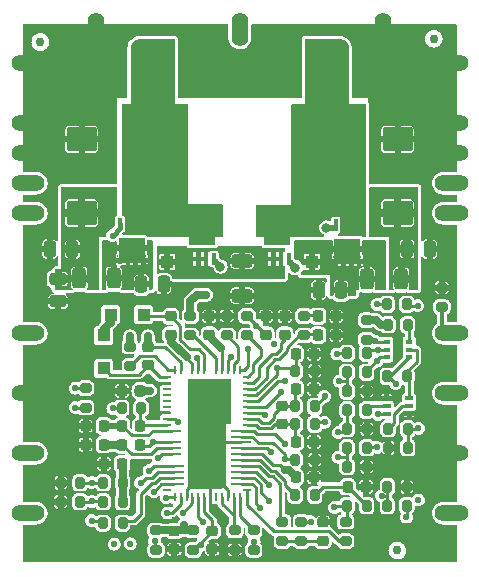
<source format=gtl>
%TF.GenerationSoftware,KiCad,Pcbnew,(6.0.4)*%
%TF.CreationDate,2022-03-25T09:15:47-07:00*%
%TF.ProjectId,LT8490,4c543834-3930-42e6-9b69-6361645f7063,rev?*%
%TF.SameCoordinates,Original*%
%TF.FileFunction,Copper,L1,Top*%
%TF.FilePolarity,Positive*%
%FSLAX46Y46*%
G04 Gerber Fmt 4.6, Leading zero omitted, Abs format (unit mm)*
G04 Created by KiCad (PCBNEW (6.0.4)) date 2022-03-25 09:15:47*
%MOMM*%
%LPD*%
G01*
G04 APERTURE LIST*
G04 Aperture macros list*
%AMRoundRect*
0 Rectangle with rounded corners*
0 $1 Rounding radius*
0 $2 $3 $4 $5 $6 $7 $8 $9 X,Y pos of 4 corners*
0 Add a 4 corners polygon primitive as box body*
4,1,4,$2,$3,$4,$5,$6,$7,$8,$9,$2,$3,0*
0 Add four circle primitives for the rounded corners*
1,1,$1+$1,$2,$3*
1,1,$1+$1,$4,$5*
1,1,$1+$1,$6,$7*
1,1,$1+$1,$8,$9*
0 Add four rect primitives between the rounded corners*
20,1,$1+$1,$2,$3,$4,$5,0*
20,1,$1+$1,$4,$5,$6,$7,0*
20,1,$1+$1,$6,$7,$8,$9,0*
20,1,$1+$1,$8,$9,$2,$3,0*%
%AMFreePoly0*
4,1,19,-1.875000,5.500000,-1.859417,5.652090,-1.804731,5.816964,-1.713582,5.964834,-1.590861,6.087770,-1.443150,6.179177,-1.278372,6.234151,-1.125000,6.250000,1.875000,6.250000,1.875000,-6.250000,-1.125000,-6.250000,-1.277090,-6.234417,-1.441964,-6.179731,-1.589834,-6.088582,-1.712770,-5.965861,-1.804177,-5.818150,-1.859151,-5.653372,-1.875000,-5.500000,-1.875000,5.500000,-1.875000,5.500000,
$1*%
%AMFreePoly1*
4,1,19,-1.875000,6.250000,1.125000,6.250000,1.277090,6.234417,1.441964,6.179731,1.589834,6.088582,1.712770,5.965861,1.804177,5.818150,1.859151,5.653372,1.875000,5.500000,1.875000,-5.500000,1.859417,-5.652090,1.804731,-5.816964,1.713582,-5.964834,1.590861,-6.087770,1.443150,-6.179177,1.278372,-6.234151,1.125000,-6.250000,-1.875000,-6.250000,-1.875000,6.250000,-1.875000,6.250000,
$1*%
%AMFreePoly2*
4,1,8,1.575000,-4.690000,-2.025000,-4.690000,-2.025000,-0.860000,-1.575000,-0.860000,-1.575000,4.340000,-1.225000,4.690000,1.575000,4.690000,1.575000,-4.690000,1.575000,-4.690000,$1*%
G04 Aperture macros list end*
%TA.AperFunction,SMDPad,CuDef*%
%ADD10RoundRect,0.200000X0.275000X-0.200000X0.275000X0.200000X-0.275000X0.200000X-0.275000X-0.200000X0*%
%TD*%
%TA.AperFunction,ComponentPad*%
%ADD11C,1.400000*%
%TD*%
%TA.AperFunction,SMDPad,CuDef*%
%ADD12R,1.400000X1.400000*%
%TD*%
%TA.AperFunction,SMDPad,CuDef*%
%ADD13RoundRect,0.200000X-0.200000X-0.275000X0.200000X-0.275000X0.200000X0.275000X-0.200000X0.275000X0*%
%TD*%
%TA.AperFunction,SMDPad,CuDef*%
%ADD14RoundRect,0.200000X-0.275000X0.200000X-0.275000X-0.200000X0.275000X-0.200000X0.275000X0.200000X0*%
%TD*%
%TA.AperFunction,SMDPad,CuDef*%
%ADD15C,0.500000*%
%TD*%
%TA.AperFunction,SMDPad,CuDef*%
%ADD16RoundRect,0.250000X0.250000X0.475000X-0.250000X0.475000X-0.250000X-0.475000X0.250000X-0.475000X0*%
%TD*%
%TA.AperFunction,SMDPad,CuDef*%
%ADD17RoundRect,0.225000X-0.250000X0.225000X-0.250000X-0.225000X0.250000X-0.225000X0.250000X0.225000X0*%
%TD*%
%TA.AperFunction,SMDPad,CuDef*%
%ADD18RoundRect,0.225000X-0.225000X-0.250000X0.225000X-0.250000X0.225000X0.250000X-0.225000X0.250000X0*%
%TD*%
%TA.AperFunction,SMDPad,CuDef*%
%ADD19R,1.100000X1.100000*%
%TD*%
%TA.AperFunction,SMDPad,CuDef*%
%ADD20C,0.750000*%
%TD*%
%TA.AperFunction,SMDPad,CuDef*%
%ADD21R,0.650000X0.400000*%
%TD*%
%TA.AperFunction,SMDPad,CuDef*%
%ADD22RoundRect,0.250000X-0.250000X-0.475000X0.250000X-0.475000X0.250000X0.475000X-0.250000X0.475000X0*%
%TD*%
%TA.AperFunction,SMDPad,CuDef*%
%ADD23R,0.405000X0.990000*%
%TD*%
%TA.AperFunction,SMDPad,CuDef*%
%ADD24R,0.405000X0.510000*%
%TD*%
%TA.AperFunction,SMDPad,CuDef*%
%ADD25R,0.077000X0.250000*%
%TD*%
%TA.AperFunction,SMDPad,CuDef*%
%ADD26R,2.235000X1.725000*%
%TD*%
%TA.AperFunction,SMDPad,CuDef*%
%ADD27RoundRect,0.200000X0.200000X0.275000X-0.200000X0.275000X-0.200000X-0.275000X0.200000X-0.275000X0*%
%TD*%
%TA.AperFunction,SMDPad,CuDef*%
%ADD28RoundRect,0.225000X0.250000X-0.225000X0.250000X0.225000X-0.250000X0.225000X-0.250000X-0.225000X0*%
%TD*%
%TA.AperFunction,SMDPad,CuDef*%
%ADD29RoundRect,0.225000X0.225000X0.250000X-0.225000X0.250000X-0.225000X-0.250000X0.225000X-0.250000X0*%
%TD*%
%TA.AperFunction,SMDPad,CuDef*%
%ADD30R,0.600000X0.400000*%
%TD*%
%TA.AperFunction,SMDPad,CuDef*%
%ADD31FreePoly0,0.000000*%
%TD*%
%TA.AperFunction,SMDPad,CuDef*%
%ADD32FreePoly1,0.000000*%
%TD*%
%TA.AperFunction,SMDPad,CuDef*%
%ADD33RoundRect,0.250000X-0.312500X-0.625000X0.312500X-0.625000X0.312500X0.625000X-0.312500X0.625000X0*%
%TD*%
%TA.AperFunction,SMDPad,CuDef*%
%ADD34R,0.700000X0.250000*%
%TD*%
%TA.AperFunction,SMDPad,CuDef*%
%ADD35R,1.800000X0.250000*%
%TD*%
%TA.AperFunction,SMDPad,CuDef*%
%ADD36R,0.250000X0.700000*%
%TD*%
%TA.AperFunction,SMDPad,CuDef*%
%ADD37R,1.500000X0.250000*%
%TD*%
%TA.AperFunction,SMDPad,CuDef*%
%ADD38FreePoly2,180.000000*%
%TD*%
%TA.AperFunction,SMDPad,CuDef*%
%ADD39RoundRect,0.250000X-0.625000X0.312500X-0.625000X-0.312500X0.625000X-0.312500X0.625000X0.312500X0*%
%TD*%
%TA.AperFunction,SMDPad,CuDef*%
%ADD40RoundRect,0.250000X1.025000X-0.787500X1.025000X0.787500X-1.025000X0.787500X-1.025000X-0.787500X0*%
%TD*%
%TA.AperFunction,SMDPad,CuDef*%
%ADD41RoundRect,0.250000X-0.475000X0.250000X-0.475000X-0.250000X0.475000X-0.250000X0.475000X0.250000X0*%
%TD*%
%TA.AperFunction,ViaPad*%
%ADD42C,0.584200*%
%TD*%
%TA.AperFunction,ViaPad*%
%ADD43C,1.000000*%
%TD*%
%TA.AperFunction,ViaPad*%
%ADD44C,0.800000*%
%TD*%
%TA.AperFunction,Conductor*%
%ADD45C,0.358140*%
%TD*%
%TA.AperFunction,Conductor*%
%ADD46C,0.250000*%
%TD*%
%TA.AperFunction,Conductor*%
%ADD47C,0.279400*%
%TD*%
%TA.AperFunction,Conductor*%
%ADD48C,0.635000*%
%TD*%
%TA.AperFunction,Conductor*%
%ADD49C,0.405000*%
%TD*%
%TA.AperFunction,Conductor*%
%ADD50C,0.508000*%
%TD*%
G04 APERTURE END LIST*
G36*
X134750000Y-98100000D02*
G01*
X134250000Y-98100000D01*
X134250000Y-97100000D01*
X134750000Y-97100000D01*
X134750000Y-98100000D01*
G37*
G36*
X137450000Y-98100000D02*
G01*
X136950000Y-98100000D01*
X136950000Y-97100000D01*
X137450000Y-97100000D01*
X137450000Y-98100000D01*
G37*
G36*
X148300000Y-99212500D02*
G01*
X147300000Y-99212500D01*
X147300000Y-98712500D01*
X148300000Y-98712500D01*
X148300000Y-99212500D01*
G37*
G36*
X158887500Y-98071064D02*
G01*
X158387500Y-98071064D01*
X158387500Y-97071064D01*
X158887500Y-97071064D01*
X158887500Y-98071064D01*
G37*
G36*
X162176777Y-92323224D02*
G01*
X161823224Y-92676777D01*
X161116117Y-91969670D01*
X161469670Y-91616117D01*
X162176777Y-92323224D01*
G37*
G36*
X134633883Y-91969670D02*
G01*
X133926776Y-92676777D01*
X133573223Y-92323224D01*
X134280330Y-91616117D01*
X134633883Y-91969670D01*
G37*
G36*
X161812500Y-98100000D02*
G01*
X161312500Y-98100000D01*
X161312500Y-97100000D01*
X161812500Y-97100000D01*
X161812500Y-98100000D01*
G37*
D10*
X165000000Y-98275000D03*
X165000000Y-99925000D03*
D11*
X129250000Y-86910000D03*
D12*
X129950000Y-86910000D03*
D11*
X130650000Y-86910000D03*
D13*
X156975000Y-108641424D03*
X158625000Y-108641424D03*
D14*
X149076000Y-118841424D03*
X149076000Y-120491424D03*
D15*
X134500000Y-98100000D03*
X134500000Y-97100000D03*
D16*
X133700000Y-95000000D03*
X131800000Y-95000000D03*
X156450000Y-98500000D03*
X154550000Y-98500000D03*
D17*
X142350000Y-118891424D03*
X142350000Y-120441424D03*
D18*
X154500000Y-100700000D03*
X156050000Y-100700000D03*
D13*
X156975000Y-107041424D03*
X158625000Y-107041424D03*
D18*
X137925000Y-111600000D03*
X139475000Y-111600000D03*
D19*
X141750000Y-93300000D03*
X141750000Y-96100000D03*
D10*
X156837047Y-119750000D03*
X156837047Y-118100000D03*
D20*
X161230000Y-120540000D03*
D11*
X166500000Y-79290000D03*
D12*
X165800000Y-79290000D03*
D11*
X165100000Y-79290000D03*
D13*
X152575000Y-105341424D03*
X154225000Y-105341424D03*
D15*
X137200000Y-98100000D03*
X137200000Y-97100000D03*
D11*
X165100000Y-117390000D03*
X166500000Y-117390000D03*
D12*
X165800000Y-117390000D03*
D13*
X152575000Y-109841424D03*
X154225000Y-109841424D03*
D21*
X160325000Y-107650000D03*
X160325000Y-108300000D03*
X160325000Y-108950000D03*
X162225000Y-108950000D03*
X162225000Y-108300000D03*
X162225000Y-107650000D03*
D22*
X139550000Y-98000000D03*
X141450000Y-98000000D03*
D23*
X143708000Y-95855000D03*
X144368000Y-95855000D03*
X145028000Y-95855000D03*
X145688000Y-95855000D03*
D24*
X143708000Y-92745000D03*
X144368000Y-92745000D03*
X145028000Y-92745000D03*
D25*
X145852000Y-93125000D03*
X143544000Y-93125000D03*
D26*
X144698000Y-93862000D03*
D24*
X145688000Y-92745000D03*
D11*
X130650000Y-89450000D03*
D12*
X129950000Y-89450000D03*
D11*
X129250000Y-89450000D03*
D27*
X162100000Y-111841424D03*
X160450000Y-111841424D03*
D10*
X158620000Y-102695000D03*
X158620000Y-101045000D03*
D11*
X130650000Y-84370000D03*
D12*
X129950000Y-84370000D03*
D11*
X129250000Y-84370000D03*
D14*
X147476000Y-118841424D03*
X147476000Y-120491424D03*
X153300000Y-100675000D03*
X153300000Y-102325000D03*
D11*
X166500000Y-89450000D03*
X165100000Y-89450000D03*
D12*
X165800000Y-89450000D03*
D28*
X145550000Y-120441424D03*
X145550000Y-118891424D03*
D27*
X162025000Y-105800000D03*
X160375000Y-105800000D03*
D29*
X158575000Y-115141424D03*
X157025000Y-115141424D03*
D14*
X140800000Y-118841424D03*
X140800000Y-120491424D03*
D17*
X140100000Y-103325000D03*
X140100000Y-104875000D03*
D13*
X152575000Y-112841424D03*
X154225000Y-112841424D03*
D27*
X158625000Y-111841424D03*
X156975000Y-111841424D03*
X162025000Y-99700000D03*
X160375000Y-99700000D03*
D15*
X147300000Y-98962500D03*
X148300000Y-98962500D03*
D29*
X139475000Y-110000000D03*
X137925000Y-110000000D03*
D27*
X154225000Y-108341424D03*
X152575000Y-108341424D03*
D20*
X164300000Y-77200000D03*
D13*
X156975000Y-110241424D03*
X158625000Y-110241424D03*
D29*
X154175000Y-114341424D03*
X152625000Y-114341424D03*
X136375000Y-111575000D03*
X134825000Y-111575000D03*
D28*
X150100000Y-102275000D03*
X150100000Y-100725000D03*
D30*
X162224989Y-104183575D03*
X162224989Y-103533575D03*
X162224989Y-102883575D03*
X160324989Y-102883575D03*
X160324989Y-103533575D03*
X160324989Y-104183575D03*
D31*
X140500000Y-83500000D03*
D32*
X155250000Y-83500000D03*
D12*
X129950000Y-117390000D03*
D11*
X130650000Y-117390000D03*
X129250000Y-117390000D03*
D29*
X154175000Y-111341424D03*
X152625000Y-111341424D03*
D27*
X158625000Y-116741424D03*
X156975000Y-116741424D03*
D19*
X154000000Y-96100000D03*
X154000000Y-93300000D03*
D11*
X129250000Y-107230000D03*
D12*
X129950000Y-107230000D03*
D11*
X130650000Y-107230000D03*
D15*
X158637500Y-98071064D03*
X158637500Y-97071064D03*
D20*
X131000000Y-77500000D03*
D11*
X135750000Y-75750000D03*
X135750000Y-77150000D03*
D12*
X135750000Y-76450000D03*
X129950000Y-91990000D03*
D11*
X130650000Y-91990000D03*
X129250000Y-91990000D03*
D17*
X145300000Y-100725000D03*
X145300000Y-102275000D03*
D33*
X158637500Y-97571064D03*
X161562500Y-97571064D03*
D34*
X148524547Y-115391424D03*
D35*
X147974547Y-114891424D03*
X147974547Y-114391424D03*
X147974547Y-113891424D03*
X147974547Y-113391424D03*
X147974547Y-112891424D03*
X147974547Y-112391424D03*
X147974547Y-111891424D03*
X147974547Y-111391424D03*
X147974547Y-110891424D03*
X147974547Y-110391424D03*
D34*
X148524547Y-109891424D03*
X148524547Y-109391424D03*
X148524547Y-108891424D03*
X148524547Y-108391424D03*
X148524547Y-107891424D03*
X148524547Y-107391424D03*
X148524547Y-106891424D03*
X148524547Y-106391424D03*
X148524547Y-105891424D03*
D36*
X147874547Y-105241424D03*
X147374547Y-105241424D03*
X146874547Y-105241424D03*
X146374547Y-105241424D03*
X145874547Y-105241424D03*
X144874547Y-105241424D03*
X144374547Y-105241424D03*
X143874547Y-105241424D03*
X142874547Y-105241424D03*
X142374547Y-105241424D03*
D34*
X141724547Y-105891424D03*
X141724547Y-106891424D03*
X141724547Y-107391424D03*
X141724547Y-107891424D03*
X141724547Y-108391424D03*
X141724547Y-109391424D03*
X141724547Y-109891424D03*
D37*
X142124547Y-110391424D03*
X142124547Y-111391424D03*
X142124547Y-111891424D03*
X142124547Y-112391424D03*
D35*
X142274547Y-113391424D03*
X142274547Y-113891424D03*
X142274547Y-114391424D03*
X142274547Y-114891424D03*
D34*
X141724547Y-115391424D03*
D36*
X142374547Y-116041424D03*
X142874547Y-116041424D03*
X143374547Y-116041424D03*
X143874547Y-116041424D03*
X144374547Y-116041424D03*
X144874547Y-116041424D03*
X145374547Y-116041424D03*
X145874547Y-116041424D03*
X146374547Y-116041424D03*
X146874547Y-116041424D03*
X147374547Y-116041424D03*
X147874547Y-116041424D03*
D38*
X145124547Y-110641424D03*
D39*
X148100000Y-96037500D03*
X148100000Y-98962500D03*
D19*
X136360000Y-105130000D03*
X136360000Y-102330000D03*
D11*
X129250000Y-79290000D03*
D12*
X129950000Y-79290000D03*
D11*
X130650000Y-79290000D03*
D19*
X139740000Y-100580000D03*
X136940000Y-100580000D03*
D11*
X166500000Y-91990000D03*
X165100000Y-91990000D03*
D12*
X165800000Y-91990000D03*
D40*
X134500000Y-91962500D03*
X134500000Y-85737500D03*
D11*
X166500000Y-102150000D03*
X165100000Y-102150000D03*
D12*
X165800000Y-102150000D03*
D41*
X132500000Y-97550000D03*
X132500000Y-99450000D03*
D17*
X154937047Y-118150000D03*
X154937047Y-119700000D03*
D13*
X156975000Y-113441424D03*
X158625000Y-113441424D03*
D27*
X162025000Y-115141424D03*
X160375000Y-115141424D03*
X134375000Y-114800000D03*
X132725000Y-114800000D03*
D11*
X130650000Y-102150000D03*
X129250000Y-102150000D03*
D12*
X129950000Y-102150000D03*
D23*
X139742000Y-92895000D03*
X139082000Y-92895000D03*
X138422000Y-92895000D03*
X137762000Y-92895000D03*
D24*
X139082000Y-96005000D03*
X138422000Y-96005000D03*
D25*
X137598000Y-95625000D03*
D24*
X139742000Y-96005000D03*
D26*
X138752000Y-94888000D03*
D24*
X137762000Y-96005000D03*
D25*
X139906000Y-95625000D03*
D10*
X151500000Y-119750000D03*
X151500000Y-118100000D03*
D18*
X152625000Y-106841424D03*
X154175000Y-106841424D03*
D29*
X156050000Y-102300000D03*
X154500000Y-102300000D03*
D14*
X134825000Y-106795000D03*
X134825000Y-108445000D03*
X153100000Y-118100000D03*
X153100000Y-119750000D03*
D33*
X134287500Y-97500000D03*
X137212500Y-97500000D03*
D23*
X150060000Y-95855000D03*
X150720000Y-95855000D03*
X151380000Y-95855000D03*
X152040000Y-95855000D03*
D24*
X150720000Y-92745000D03*
X152040000Y-92745000D03*
D25*
X152204000Y-93125000D03*
D24*
X150060000Y-92745000D03*
D25*
X149896000Y-93125000D03*
D26*
X151050000Y-93862000D03*
D24*
X151380000Y-92745000D03*
D13*
X137875000Y-108500000D03*
X139525000Y-108500000D03*
D14*
X143950000Y-118841424D03*
X143950000Y-120491424D03*
D11*
X166500000Y-86910000D03*
X165100000Y-86910000D03*
D12*
X165800000Y-86910000D03*
D27*
X158625000Y-103841424D03*
X156975000Y-103841424D03*
D29*
X136375000Y-110000000D03*
X134825000Y-110000000D03*
D13*
X160375000Y-116741424D03*
X162025000Y-116741424D03*
D10*
X138600000Y-104925000D03*
X138600000Y-103275000D03*
D40*
X161250000Y-91962500D03*
X161250000Y-85737500D03*
D11*
X147875000Y-77150000D03*
D12*
X147875000Y-76450000D03*
D11*
X147875000Y-75750000D03*
D27*
X162100000Y-101425000D03*
X160450000Y-101425000D03*
D15*
X162000000Y-92500000D03*
X161292894Y-91792894D03*
D27*
X137958576Y-116400000D03*
X136308576Y-116400000D03*
D15*
X133750000Y-92500000D03*
X134457106Y-91792894D03*
D22*
X162050000Y-95000000D03*
X163950000Y-95000000D03*
D18*
X152625000Y-103900000D03*
X154175000Y-103900000D03*
D23*
X157986000Y-92985000D03*
X157326000Y-92985000D03*
X156666000Y-92985000D03*
X156006000Y-92985000D03*
D25*
X158150000Y-95715000D03*
X155842000Y-95715000D03*
D24*
X157986000Y-96095000D03*
D26*
X156996000Y-94978000D03*
D24*
X156666000Y-96095000D03*
X157326000Y-96095000D03*
X156006000Y-96095000D03*
D15*
X161562500Y-98100000D03*
X161562500Y-97100000D03*
D29*
X137925000Y-113200000D03*
X136375000Y-113200000D03*
D12*
X165799997Y-84370012D03*
D11*
X165099997Y-84370012D03*
X166499997Y-84370012D03*
D14*
X143700000Y-100675000D03*
X143700000Y-102325000D03*
D27*
X134358576Y-116400000D03*
X132708576Y-116400000D03*
D28*
X142050000Y-102275000D03*
X142050000Y-100725000D03*
D10*
X146800000Y-102325000D03*
X146800000Y-100675000D03*
D14*
X148500000Y-100675000D03*
X148500000Y-102325000D03*
D11*
X130650000Y-112310000D03*
X129250000Y-112310000D03*
D12*
X129950000Y-112310000D03*
D27*
X137975000Y-114800000D03*
X136325000Y-114800000D03*
X158625000Y-105441424D03*
X156975000Y-105441424D03*
D13*
X152575000Y-115841424D03*
X154225000Y-115841424D03*
D27*
X162100000Y-110241424D03*
X160450000Y-110241424D03*
X137958576Y-118230000D03*
X136308576Y-118230000D03*
D11*
X160000000Y-75750000D03*
X160000000Y-77150000D03*
D12*
X160000000Y-76450000D03*
D28*
X151700000Y-102275000D03*
X151700000Y-100725000D03*
D11*
X166500000Y-107230000D03*
X165100000Y-107230000D03*
D12*
X165800000Y-107230000D03*
D29*
X139475000Y-107000000D03*
X137925000Y-107000000D03*
D17*
X151500000Y-108316424D03*
X151500000Y-109866424D03*
D11*
X166500000Y-112310000D03*
D12*
X165800000Y-112310000D03*
D11*
X165100000Y-112310000D03*
D42*
X155000000Y-106150000D03*
X155050000Y-111500000D03*
X135450000Y-113200000D03*
X156100000Y-99800000D03*
X156850000Y-102300000D03*
X147200000Y-99950000D03*
X145250000Y-99900000D03*
X150050000Y-99600000D03*
X161562500Y-98100000D03*
X163950000Y-96200000D03*
X131650000Y-96100000D03*
X141600000Y-99150000D03*
X152800000Y-117000000D03*
X148550000Y-103500000D03*
X160400000Y-112800000D03*
X155000000Y-104600000D03*
X145800000Y-109100000D03*
D43*
X159999998Y-87750000D03*
X159999998Y-83750000D03*
D42*
X131875000Y-114791424D03*
D43*
X133249998Y-87750000D03*
D42*
X145800000Y-111800000D03*
D43*
X161250000Y-87750000D03*
D42*
X144000000Y-110900000D03*
X163200000Y-109000000D03*
X144900000Y-110900000D03*
X134890000Y-103540000D03*
D43*
X135750000Y-87750000D03*
D42*
X132800000Y-118200000D03*
X133310000Y-111790000D03*
X144000000Y-106400000D03*
X155000000Y-113800000D03*
X144000000Y-110000000D03*
D43*
X134500000Y-83750000D03*
D42*
X146700000Y-106400000D03*
X144000000Y-112700000D03*
X145800000Y-112700000D03*
X131875000Y-116391424D03*
X135550000Y-109250000D03*
X159200000Y-118100000D03*
X145800000Y-110900000D03*
X131350000Y-99450000D03*
X151150000Y-99600000D03*
X145800000Y-106400000D03*
X159400000Y-110500000D03*
X144900000Y-108200000D03*
X131630000Y-109750000D03*
X146060000Y-121170000D03*
X144900000Y-110000000D03*
X158080000Y-109680000D03*
D43*
X161250000Y-83750000D03*
D42*
X144900000Y-113600000D03*
X144000000Y-113600000D03*
X148030000Y-121160000D03*
D43*
X134500000Y-87750000D03*
D42*
X145800000Y-107300000D03*
X154550000Y-99650000D03*
X144900000Y-107300000D03*
D43*
X133249998Y-83750000D03*
D42*
X163000000Y-115100000D03*
X146700000Y-108200000D03*
D43*
X162500000Y-87750000D03*
D42*
X145800000Y-108200000D03*
X159985537Y-107025537D03*
X159500000Y-113400000D03*
X144000000Y-108200000D03*
X165100000Y-105700000D03*
X137110000Y-107000000D03*
X144000000Y-109100000D03*
X144900000Y-112700000D03*
X144900000Y-111800000D03*
X144900000Y-109100000D03*
X146700000Y-109100000D03*
X145800000Y-113600000D03*
D43*
X162500000Y-83750000D03*
D42*
X144000000Y-107300000D03*
X144000000Y-111800000D03*
X142820000Y-121180000D03*
X145800000Y-110000000D03*
X146700000Y-107300000D03*
X144900000Y-106400000D03*
X159200000Y-114300000D03*
D43*
X135750000Y-83750000D03*
X159999998Y-90250000D03*
X161250000Y-90250000D03*
X162500000Y-90250000D03*
X135750000Y-90250000D03*
X133249998Y-90250000D03*
X134500000Y-90250000D03*
D42*
X136719996Y-101470003D03*
X150780000Y-103080000D03*
X145325000Y-102275000D03*
X151750000Y-113750000D03*
X149100000Y-119800000D03*
X151031453Y-105080553D03*
X135346529Y-118010000D03*
X149300000Y-101500000D03*
X143069824Y-117325935D03*
X142690000Y-109670000D03*
X159460000Y-101030000D03*
X140300000Y-107000000D03*
X156490000Y-97170670D03*
X156100000Y-103900000D03*
X159300000Y-102800000D03*
X143140000Y-118400000D03*
X150390000Y-115000000D03*
X144559567Y-120116600D03*
X162000000Y-117700000D03*
X155900000Y-116900000D03*
X135358576Y-116391424D03*
X151390000Y-107090000D03*
X135350000Y-114800000D03*
X141750000Y-117360000D03*
X141657329Y-116083400D03*
X151716370Y-112766370D03*
X139500000Y-114810000D03*
X156220000Y-110530000D03*
X150494039Y-112186484D03*
X140680000Y-119763400D03*
X150050000Y-109040000D03*
X150400000Y-116360000D03*
X159900000Y-115900000D03*
X144811849Y-118140157D03*
X153880000Y-118110000D03*
X156319854Y-106198813D03*
X151750000Y-106220000D03*
X138600000Y-119980000D03*
X140210000Y-113780000D03*
X163000000Y-110200000D03*
X149627121Y-116907121D03*
X163000000Y-116250000D03*
X140608814Y-115563191D03*
X137250000Y-120000000D03*
X159576201Y-103560498D03*
X159600000Y-109016424D03*
X140100000Y-102400000D03*
D44*
X140500000Y-93250000D03*
D42*
X143400000Y-104200000D03*
D44*
X150600000Y-93300000D03*
D42*
X148100000Y-96037500D03*
X155070000Y-107483400D03*
X137110000Y-93880000D03*
X138600000Y-102400000D03*
D44*
X146250000Y-96500000D03*
D42*
X147130000Y-104140000D03*
D44*
X152580000Y-96590000D03*
D42*
X145056167Y-98891389D03*
D44*
X155200000Y-93200000D03*
D42*
X144247971Y-104209976D03*
X134500000Y-98100000D03*
X137150000Y-111610000D03*
X137200005Y-98100007D03*
X133969100Y-106795000D03*
X137140000Y-110000000D03*
X158637500Y-98071064D03*
X137150000Y-108500000D03*
X133969100Y-108445000D03*
X140542879Y-111357121D03*
X159509100Y-111799643D03*
X137975000Y-114000000D03*
X140990000Y-112730000D03*
X133750000Y-92500000D03*
X162000000Y-92500000D03*
X161080000Y-106420000D03*
X162943400Y-99820000D03*
X159500000Y-99700000D03*
X159500000Y-104500000D03*
X155060000Y-109680000D03*
X148300000Y-98962500D03*
X151680000Y-111490000D03*
X156189600Y-112638394D03*
D45*
X165000000Y-102050000D02*
X165100000Y-102150000D01*
X165000000Y-99925000D02*
X165000000Y-102050000D01*
D46*
X148550000Y-104940000D02*
X148550000Y-103500000D01*
X148248576Y-105241424D02*
X148550000Y-104940000D01*
X147874547Y-105241424D02*
X148248576Y-105241424D01*
X162145000Y-99820000D02*
X162943400Y-99820000D01*
X162025000Y-99700000D02*
X162145000Y-99820000D01*
X149640000Y-104090000D02*
X149640000Y-103465000D01*
X149640000Y-103465000D02*
X148500000Y-102325000D01*
X149020000Y-104710000D02*
X149640000Y-104090000D01*
X149020000Y-105395971D02*
X149020000Y-104710000D01*
X148524547Y-105891424D02*
X149020000Y-105395971D01*
X145374547Y-116041424D02*
X145374547Y-115128924D01*
X147974547Y-111391424D02*
X146351424Y-111391424D01*
X146303947Y-114841424D02*
X146287047Y-114841424D01*
X145374547Y-116553924D02*
X145487047Y-116666424D01*
X146874547Y-116041424D02*
X146874547Y-115412024D01*
X143374547Y-116041424D02*
X143374547Y-115353924D01*
X145487047Y-116666424D02*
X145487047Y-116841424D01*
X146351424Y-111391424D02*
X146350000Y-111390000D01*
X143374547Y-115353924D02*
X143687047Y-115041424D01*
X145374547Y-115128924D02*
X145287047Y-115041424D01*
X145374547Y-116041424D02*
X145374547Y-116553924D01*
X146874547Y-115412024D02*
X146303947Y-114841424D01*
X148963003Y-106391424D02*
X149480000Y-105874427D01*
X151700000Y-102641195D02*
X151700000Y-102275000D01*
X150985406Y-103886601D02*
X151396601Y-103475406D01*
X151396601Y-102944594D02*
X151700000Y-102641195D01*
X151396601Y-103475406D02*
X151396601Y-102944594D01*
X148524547Y-106391424D02*
X148963003Y-106391424D01*
X150573399Y-103886601D02*
X150985406Y-103886601D01*
X149480000Y-105874427D02*
X149480000Y-104980000D01*
X149480000Y-104980000D02*
X150573399Y-103886601D01*
D47*
X157025000Y-115141424D02*
X158625000Y-116741424D01*
X157025000Y-115141424D02*
X154925000Y-115141424D01*
X154925000Y-115141424D02*
X154225000Y-115841424D01*
D48*
X136360000Y-102330000D02*
X136360000Y-101830000D01*
X136940000Y-100580000D02*
X136940000Y-101250000D01*
X145300000Y-102410000D02*
X146280000Y-103390000D01*
D46*
X151750000Y-113750000D02*
X151749999Y-113750001D01*
X151326599Y-113326601D02*
X151749999Y-113750001D01*
X146374547Y-103484547D02*
X146280000Y-103390000D01*
D48*
X145300000Y-102275000D02*
X145300000Y-102410000D01*
X152625000Y-114341424D02*
X152033577Y-113750001D01*
D46*
X147974547Y-112391424D02*
X149756824Y-112391424D01*
X149756824Y-112391424D02*
X150692001Y-113326601D01*
D48*
X152033577Y-113750001D02*
X151749999Y-113750001D01*
D46*
X146374547Y-105241424D02*
X146374547Y-103484547D01*
D48*
X136360000Y-101830000D02*
X136720000Y-101470000D01*
D46*
X150692001Y-113326601D02*
X151326599Y-113326601D01*
D48*
X136940000Y-101250000D02*
X136720000Y-101470000D01*
D46*
X152444447Y-105080553D02*
X151031453Y-105080553D01*
X152625000Y-105291424D02*
X152575000Y-105341424D01*
X149200000Y-120491424D02*
X149100000Y-120391424D01*
X149100000Y-120391424D02*
X149100000Y-119800000D01*
X152625000Y-104900000D02*
X152444447Y-105080553D01*
X149290865Y-107391424D02*
X151031453Y-105650836D01*
X136308576Y-118010000D02*
X135346529Y-118010000D01*
X151031453Y-105650836D02*
X151031453Y-105080553D01*
X152625000Y-104675000D02*
X152625000Y-104900000D01*
X152625000Y-104675000D02*
X152625000Y-105291424D01*
X148524547Y-107391424D02*
X149290865Y-107391424D01*
X152625000Y-103900000D02*
X152625000Y-104675000D01*
X153333576Y-100641424D02*
X153300000Y-100675000D01*
X154525000Y-100641424D02*
X153333576Y-100641424D01*
X150903888Y-104336112D02*
X151171600Y-104336111D01*
X153383576Y-102241424D02*
X153300000Y-102325000D01*
X151171600Y-104336111D02*
X151846111Y-103661600D01*
X151846111Y-103393889D02*
X152915000Y-102325000D01*
X150146799Y-105093201D02*
X150903888Y-104336112D01*
X154500000Y-102241424D02*
X153383576Y-102241424D01*
X148524547Y-106891424D02*
X149155159Y-106891424D01*
X152915000Y-102325000D02*
X153300000Y-102325000D01*
X149155159Y-106891424D02*
X150146799Y-105899784D01*
X150146799Y-105899784D02*
X150146799Y-105093201D01*
X151846111Y-103661600D02*
X151846111Y-103393889D01*
X149300000Y-101500000D02*
X149300000Y-101475000D01*
X149300000Y-101500000D02*
X149325000Y-101500000D01*
X149325000Y-101500000D02*
X150100000Y-102275000D01*
X143874547Y-116521212D02*
X143069824Y-117325935D01*
X149300000Y-101475000D02*
X148500000Y-100675000D01*
X143874547Y-116041424D02*
X143874547Y-116521212D01*
X148524547Y-109391424D02*
X149455787Y-109391424D01*
X152575000Y-108341424D02*
X152575000Y-106891424D01*
X151525000Y-108341424D02*
X151500000Y-108316424D01*
X149791724Y-109727361D02*
X150370147Y-109727361D01*
X149455787Y-109391424D02*
X149791724Y-109727361D01*
X150370147Y-109727361D02*
X150816324Y-109281184D01*
X152575000Y-106891424D02*
X152625000Y-106841424D01*
X152575000Y-108341424D02*
X151525000Y-108341424D01*
X150816324Y-109281184D02*
X150816324Y-109000100D01*
X150816324Y-109000100D02*
X151500000Y-108316424D01*
X152550000Y-109866424D02*
X152575000Y-109841424D01*
X149231424Y-109891424D02*
X149550489Y-110210489D01*
X150522723Y-110210489D02*
X150866788Y-109866424D01*
X152575000Y-111291424D02*
X152625000Y-111341424D01*
X149550489Y-110210489D02*
X150522723Y-110210489D01*
X152575000Y-109841424D02*
X152575000Y-111291424D01*
X151500000Y-109866424D02*
X152550000Y-109866424D01*
X148524547Y-109891424D02*
X149231424Y-109891424D01*
X150866788Y-109866424D02*
X151500000Y-109866424D01*
X142411424Y-109391424D02*
X142690000Y-109670000D01*
D48*
X159855000Y-101425000D02*
X160480000Y-101425000D01*
D46*
X160450000Y-101425000D02*
X160480000Y-101425000D01*
D48*
X158620000Y-101045000D02*
X158635000Y-101030000D01*
X159460000Y-101030000D02*
X159855000Y-101425000D01*
X158635000Y-101030000D02*
X159460000Y-101030000D01*
X139275000Y-107000000D02*
X140300000Y-107000000D01*
D46*
X141724547Y-109391424D02*
X142411424Y-109391424D01*
X160325000Y-102883576D02*
X159383576Y-102883576D01*
X156975000Y-103841424D02*
X156158576Y-103841424D01*
X156158576Y-103841424D02*
X156100000Y-103900000D01*
X159383576Y-102883576D02*
X159300000Y-102800000D01*
D48*
X143158576Y-118841424D02*
X143924000Y-118841424D01*
X143158576Y-118418576D02*
X143140000Y-118400000D01*
D46*
X149281424Y-113891424D02*
X150390000Y-115000000D01*
D48*
X140800000Y-118841424D02*
X143158576Y-118841424D01*
X143158576Y-118841424D02*
X143158576Y-118418576D01*
D46*
X147974547Y-113891424D02*
X149281424Y-113891424D01*
X143950000Y-120491424D02*
X144324824Y-120116600D01*
X144874547Y-116041424D02*
X144874547Y-117322908D01*
X145550000Y-118891424D02*
X144559567Y-119881857D01*
X162025000Y-116741424D02*
X162025000Y-117675000D01*
X162025000Y-117675000D02*
X162000000Y-117700000D01*
X144324824Y-120116600D02*
X144559567Y-120116600D01*
X144874547Y-117322908D02*
X145550000Y-117998361D01*
X145550000Y-117998361D02*
X145550000Y-118891424D01*
X144559567Y-119881857D02*
X144559567Y-120116600D01*
X151500000Y-119750000D02*
X154862047Y-119750000D01*
X154862047Y-119750000D02*
X154937047Y-119675000D01*
X136308576Y-116400000D02*
X136300000Y-116391424D01*
X150088576Y-108391424D02*
X151390000Y-107090000D01*
X134358576Y-116400000D02*
X135350000Y-116400000D01*
X135350000Y-116400000D02*
X135358576Y-116391424D01*
X156975000Y-116741424D02*
X156975000Y-117962047D01*
X148524547Y-108391424D02*
X150088576Y-108391424D01*
X156975000Y-117962047D02*
X156837047Y-118100000D01*
X156975000Y-116741424D02*
X156058576Y-116741424D01*
X156058576Y-116741424D02*
X155900000Y-116900000D01*
X136300000Y-116391424D02*
X135358576Y-116391424D01*
X147374547Y-104767460D02*
X147746601Y-104395406D01*
X147746601Y-103271601D02*
X146800000Y-102325000D01*
X147374547Y-105241424D02*
X147374547Y-104767460D01*
X147746601Y-104395406D02*
X147746601Y-103271601D01*
X134375000Y-114800000D02*
X135350000Y-114800000D01*
X142874547Y-116041424D02*
X142874547Y-116646389D01*
X142874547Y-116646389D02*
X142160936Y-117360000D01*
X136325000Y-114800000D02*
X135350000Y-114800000D01*
X142160936Y-117360000D02*
X141750000Y-117360000D01*
X147974547Y-110891424D02*
X148960016Y-110891424D01*
X152575000Y-112841424D02*
X152499946Y-112766370D01*
X141699305Y-116041424D02*
X141657329Y-116083400D01*
X149483998Y-111415406D02*
X150733399Y-111415406D01*
X151716370Y-112398377D02*
X151716370Y-112766370D01*
X148960016Y-110891424D02*
X149483998Y-111415406D01*
X142374547Y-116041424D02*
X141699305Y-116041424D01*
X152499946Y-112766370D02*
X151716370Y-112766370D01*
X150733399Y-111415406D02*
X151716370Y-112398377D01*
X138940000Y-118010000D02*
X137958576Y-118010000D01*
X140453889Y-114846111D02*
X139500000Y-115800000D01*
X141124547Y-114391424D02*
X140669860Y-114846111D01*
X142274547Y-114391424D02*
X141124547Y-114391424D01*
X140669860Y-114846111D02*
X140453889Y-114846111D01*
X139500000Y-115800000D02*
X139500000Y-117450000D01*
X139500000Y-117450000D02*
X138940000Y-118010000D01*
X155425480Y-118925480D02*
X150773473Y-118925480D01*
X150773473Y-118925480D02*
X148524547Y-116676554D01*
X156837047Y-119750000D02*
X156250000Y-119750000D01*
X148524547Y-116676554D02*
X148524547Y-115391424D01*
X156250000Y-119750000D02*
X155425480Y-118925480D01*
X150843707Y-113784011D02*
X150513708Y-113784012D01*
X151749511Y-115015935D02*
X151749510Y-114689814D01*
X152575000Y-115841424D02*
X151749511Y-115015935D01*
X150513708Y-113784012D02*
X149621120Y-112891424D01*
X151749510Y-114689814D02*
X150843707Y-113784011D01*
X149621120Y-112891424D02*
X147974547Y-112891424D01*
X147874547Y-116041424D02*
X147874547Y-117639971D01*
X147874547Y-117639971D02*
X149076000Y-118841424D01*
X147374547Y-118016424D02*
X147374547Y-116041424D01*
X147374547Y-117570485D02*
X147374547Y-118016424D01*
X146374547Y-116570485D02*
X147374547Y-117570485D01*
X147374547Y-118016424D02*
X147374547Y-118739971D01*
X147374547Y-118739971D02*
X147476000Y-118841424D01*
X146374547Y-116041424D02*
X146374547Y-116570485D01*
X139913399Y-114396601D02*
X139500000Y-114810000D01*
X147974547Y-111891424D02*
X150198979Y-111891424D01*
X140970583Y-113891424D02*
X140465406Y-114396601D01*
X156975000Y-110241424D02*
X156686424Y-110530000D01*
X150198979Y-111891424D02*
X150494039Y-112186484D01*
X156686424Y-110530000D02*
X156220000Y-110530000D01*
X156975000Y-110241424D02*
X156975000Y-109575000D01*
X140465406Y-114396601D02*
X139913399Y-114396601D01*
X142274547Y-113891424D02*
X140970583Y-113891424D01*
X156975000Y-109575000D02*
X156975000Y-108641424D01*
X140800000Y-120491424D02*
X140680000Y-120371424D01*
X148524547Y-108891424D02*
X149901424Y-108891424D01*
X140680000Y-120371424D02*
X140680000Y-119763400D01*
X149901424Y-108891424D02*
X150050000Y-109040000D01*
X151300000Y-117900000D02*
X151300000Y-114876008D01*
X149485416Y-113391424D02*
X147974547Y-113391424D01*
X151500000Y-118100000D02*
X151300000Y-117900000D01*
X150657514Y-114233522D02*
X150327514Y-114233522D01*
X150327514Y-114233522D02*
X149485416Y-113391424D01*
X151300000Y-114876008D02*
X150657514Y-114233522D01*
X160375000Y-115925000D02*
X159925000Y-115925000D01*
X149665499Y-114932376D02*
X149665499Y-115625499D01*
X159925000Y-115925000D02*
X159900000Y-115900000D01*
X160375000Y-115925000D02*
X160375000Y-116741424D01*
X160375000Y-115141424D02*
X160375000Y-115925000D01*
X149124547Y-114391424D02*
X149665499Y-114932376D01*
X149665499Y-115625499D02*
X150400000Y-116360000D01*
X147974547Y-114391424D02*
X149124547Y-114391424D01*
X144374547Y-116041424D02*
X144374547Y-117702855D01*
X149426569Y-107891424D02*
X151097993Y-106220000D01*
X156319854Y-106198813D02*
X156951187Y-106198813D01*
X151097993Y-106220000D02*
X151750000Y-106220000D01*
X144374547Y-117702855D02*
X144811849Y-118140157D01*
X156975000Y-106175000D02*
X156975000Y-107041424D01*
D47*
X153870000Y-118100000D02*
X153880000Y-118110000D01*
X153100000Y-118100000D02*
X153870000Y-118100000D01*
D46*
X156975000Y-105541424D02*
X156975000Y-106175000D01*
X148524547Y-107891424D02*
X149426569Y-107891424D01*
X156951187Y-106198813D02*
X156975000Y-106175000D01*
X142274547Y-113391424D02*
X140598576Y-113391424D01*
X162958576Y-110241424D02*
X163000000Y-110200000D01*
X162100000Y-110241424D02*
X162100000Y-111841424D01*
X140598576Y-113391424D02*
X140210000Y-113780000D01*
X162100000Y-110241424D02*
X162958576Y-110241424D01*
X149215988Y-116495988D02*
X149627121Y-116907121D01*
X149215988Y-115146292D02*
X149215988Y-116495988D01*
X147974547Y-114891424D02*
X148961120Y-114891424D01*
X148961120Y-114891424D02*
X149215988Y-115146292D01*
X141256383Y-114915622D02*
X140608814Y-115563191D01*
X142250349Y-114915622D02*
X141256383Y-114915622D01*
X142274547Y-114891424D02*
X142250349Y-114915622D01*
X162025000Y-105375000D02*
X162025000Y-105800000D01*
X162225000Y-103533576D02*
X162775000Y-103533576D01*
X162849511Y-103608087D02*
X162849511Y-104550489D01*
X162775000Y-103533576D02*
X162849511Y-103608087D01*
X162225000Y-106000000D02*
X162025000Y-105800000D01*
X162849511Y-104550489D02*
X162025000Y-105375000D01*
X162225000Y-107650000D02*
X162225000Y-106000000D01*
X162225000Y-101550000D02*
X162100000Y-101425000D01*
X162225000Y-102883576D02*
X162225000Y-101550000D01*
X158625000Y-103841424D02*
X158905926Y-103560498D01*
X160325000Y-103533576D02*
X159603123Y-103533576D01*
X160325000Y-108950000D02*
X159666424Y-108950000D01*
X159603123Y-103533576D02*
X159576201Y-103560498D01*
X158905926Y-103560498D02*
X159576201Y-103560498D01*
X159666424Y-108950000D02*
X159600000Y-109016424D01*
X158966424Y-108300000D02*
X158625000Y-108641424D01*
X160325000Y-108300000D02*
X158966424Y-108300000D01*
X162225000Y-108300000D02*
X161650000Y-108300000D01*
X160974511Y-109716913D02*
X160450000Y-110241424D01*
X160974511Y-108975489D02*
X160974511Y-109716913D01*
X161650000Y-108300000D02*
X160974511Y-108975489D01*
X142874547Y-105241424D02*
X142874547Y-104617402D01*
X141582145Y-103325000D02*
X140100000Y-103325000D01*
D48*
X140100000Y-103325000D02*
X140100000Y-102400000D01*
D46*
X142874547Y-104617402D02*
X141582145Y-103325000D01*
D48*
X143400000Y-104200000D02*
X142050000Y-102850000D01*
D46*
X143400000Y-104280000D02*
X143400000Y-104200000D01*
X143874547Y-105241424D02*
X143874547Y-104754547D01*
D48*
X142050000Y-102850000D02*
X142050000Y-102275000D01*
D46*
X143874547Y-104754547D02*
X143400000Y-104280000D01*
X154275000Y-108341424D02*
X155070000Y-107546424D01*
X155070000Y-107546424D02*
X155070000Y-107483400D01*
X141724547Y-105891424D02*
X141116424Y-105891424D01*
X140316424Y-105091424D02*
X140100000Y-104875000D01*
X139325480Y-105649520D02*
X136879520Y-105649520D01*
X140100000Y-104875000D02*
X139325480Y-105649520D01*
X136879520Y-105649520D02*
X136360000Y-105130000D01*
X141116424Y-105891424D02*
X140100000Y-104875000D01*
X144874547Y-103964547D02*
X144430000Y-103520000D01*
X143678217Y-103520000D02*
X142849520Y-102691303D01*
X142849520Y-101524520D02*
X142050000Y-100725000D01*
X139885000Y-100725000D02*
X139740000Y-100580000D01*
X142849520Y-102691303D02*
X142849520Y-101524520D01*
X144430000Y-103520000D02*
X143678217Y-103520000D01*
X144874547Y-105241424D02*
X144874547Y-103964547D01*
X142050000Y-100725000D02*
X139885000Y-100725000D01*
D49*
X137762000Y-92895000D02*
X137762000Y-93228000D01*
X137762000Y-93228000D02*
X137110000Y-93880000D01*
D48*
X138600000Y-103275000D02*
X138600000Y-102400000D01*
D46*
X146874547Y-105241424D02*
X146874547Y-104395453D01*
X146874547Y-104395453D02*
X147130000Y-104140000D01*
D50*
X145800000Y-96050000D02*
X146250000Y-96500000D01*
D48*
X143700000Y-100675000D02*
X143700000Y-99440000D01*
D50*
X152100000Y-96110000D02*
X152580000Y-96590000D01*
D48*
X144248611Y-98891389D02*
X145056167Y-98891389D01*
X143700000Y-99440000D02*
X144248611Y-98891389D01*
D46*
X144374547Y-104336552D02*
X144247971Y-104209976D01*
D50*
X155200000Y-93200000D02*
X155829000Y-93200000D01*
D46*
X144374547Y-105241424D02*
X144374547Y-104336552D01*
X141841424Y-105241424D02*
X142374547Y-105241424D01*
X138600000Y-104925000D02*
X139424520Y-104100480D01*
X140700480Y-104100480D02*
X141841424Y-105241424D01*
X139424520Y-104100480D02*
X140700480Y-104100480D01*
X140350000Y-112400000D02*
X140858576Y-111891424D01*
D48*
X137935000Y-111610000D02*
X137150000Y-111610000D01*
D46*
X138725000Y-112400000D02*
X140350000Y-112400000D01*
X137925000Y-111600000D02*
X138725000Y-112400000D01*
D48*
X136385000Y-111610000D02*
X137150000Y-111610000D01*
D46*
X140858576Y-111891424D02*
X142124547Y-111891424D01*
X134825000Y-106795000D02*
X133969100Y-106795000D01*
X138724520Y-110799520D02*
X137925000Y-110000000D01*
X142124547Y-110391424D02*
X140508576Y-110391424D01*
D50*
X137140000Y-110000000D02*
X137925000Y-110000000D01*
X137140000Y-110000000D02*
X136375000Y-110000000D01*
D46*
X140508576Y-110391424D02*
X140100480Y-110799520D01*
X140100480Y-110799520D02*
X138724520Y-110799520D01*
X139583576Y-109891424D02*
X139475000Y-110000000D01*
X139475000Y-108550000D02*
X139525000Y-108500000D01*
X139475000Y-110000000D02*
X139475000Y-108550000D01*
X141724547Y-109891424D02*
X139583576Y-109891424D01*
X137875000Y-108500000D02*
X137150000Y-108500000D01*
X145874547Y-104274547D02*
X143925000Y-102325000D01*
X145874547Y-105241424D02*
X145874547Y-104274547D01*
X143925000Y-102325000D02*
X143700000Y-102325000D01*
X134825000Y-108445000D02*
X133969100Y-108445000D01*
X140200000Y-111700000D02*
X140542879Y-111357121D01*
X142124547Y-111391424D02*
X140577182Y-111391424D01*
X139375000Y-111700000D02*
X140200000Y-111700000D01*
X140577182Y-111391424D02*
X140542879Y-111357121D01*
X142124547Y-112391424D02*
X141328576Y-112391424D01*
X158625000Y-111841424D02*
X158666781Y-111799643D01*
X158666781Y-111799643D02*
X159509100Y-111799643D01*
D48*
X137975000Y-114000000D02*
X137975000Y-113250000D01*
X137958576Y-116400000D02*
X137958576Y-114816424D01*
X137975000Y-114800000D02*
X137975000Y-114000000D01*
D46*
X141328576Y-112391424D02*
X140990000Y-112730000D01*
D48*
X137975000Y-113250000D02*
X137925000Y-113200000D01*
D46*
X160375000Y-105715000D02*
X161080000Y-106420000D01*
X160708576Y-105700000D02*
X160375000Y-105700000D01*
X162225000Y-104183576D02*
X160708576Y-105700000D01*
X160375000Y-105700000D02*
X160375000Y-105715000D01*
X160325000Y-104183576D02*
X159782848Y-104183576D01*
X160375000Y-99700000D02*
X159500000Y-99700000D01*
X159782848Y-104183576D02*
X158625000Y-105341424D01*
X154386424Y-109680000D02*
X155060000Y-109680000D01*
X154225000Y-109841424D02*
X154386424Y-109680000D01*
X149364296Y-110660000D02*
X150850000Y-110660000D01*
X156975000Y-112625000D02*
X156202994Y-112625000D01*
X150850000Y-110660000D02*
X151680000Y-111490000D01*
X156975000Y-112625000D02*
X156975000Y-111841424D01*
X156975000Y-113441424D02*
X156975000Y-112625000D01*
X156202994Y-112625000D02*
X156189600Y-112638394D01*
X147974547Y-110391424D02*
X149095720Y-110391424D01*
X149095720Y-110391424D02*
X149364296Y-110660000D01*
%TA.AperFunction,Conductor*%
G36*
X143442121Y-82720002D02*
G01*
X143488614Y-82773658D01*
X143500000Y-82826000D01*
X143500000Y-91228936D01*
X146374000Y-91228936D01*
X146442121Y-91248938D01*
X146488614Y-91302594D01*
X146500000Y-91354936D01*
X146500000Y-93873691D01*
X146479998Y-93941812D01*
X146426342Y-93988305D01*
X146373693Y-93999691D01*
X140150247Y-93984448D01*
X140082178Y-93964279D01*
X140045793Y-93928451D01*
X140020943Y-93891261D01*
X140014052Y-93880948D01*
X139947731Y-93836633D01*
X139935562Y-93834212D01*
X139935561Y-93834212D01*
X139895316Y-93826207D01*
X139889248Y-93825000D01*
X138075632Y-93825000D01*
X138007511Y-93804998D01*
X137961018Y-93751342D01*
X137950914Y-93681068D01*
X137980408Y-93616488D01*
X138027414Y-93582591D01*
X138030560Y-93581288D01*
X138042731Y-93578867D01*
X138053048Y-93571974D01*
X138053049Y-93571973D01*
X138098739Y-93541443D01*
X138109052Y-93534552D01*
X138153367Y-93468231D01*
X138165000Y-93409748D01*
X138165000Y-92380252D01*
X138153367Y-92321769D01*
X138109052Y-92255448D01*
X138042731Y-92211133D01*
X138030562Y-92208712D01*
X138030561Y-92208712D01*
X138017125Y-92206040D01*
X138001419Y-92202916D01*
X137938510Y-92170009D01*
X137903377Y-92108315D01*
X137900000Y-92079337D01*
X137900000Y-82826000D01*
X137920002Y-82757879D01*
X137973658Y-82711386D01*
X138026000Y-82700000D01*
X143374000Y-82700000D01*
X143442121Y-82720002D01*
G37*
%TD.AperFunction*%
%TA.AperFunction,Conductor*%
G36*
X158542121Y-82741066D02*
G01*
X158588614Y-82794722D01*
X158600000Y-82847064D01*
X158600000Y-93874283D01*
X158579998Y-93942404D01*
X158526342Y-93988897D01*
X158474284Y-94000283D01*
X158336749Y-94000593D01*
X158268583Y-93980744D01*
X158259970Y-93973819D01*
X158258052Y-93970948D01*
X158248274Y-93964415D01*
X158248271Y-93964412D01*
X158202047Y-93933526D01*
X158191731Y-93926633D01*
X158179562Y-93924212D01*
X158179561Y-93924212D01*
X158139316Y-93916207D01*
X158133248Y-93915000D01*
X156319632Y-93915000D01*
X156251511Y-93894998D01*
X156205018Y-93841342D01*
X156194914Y-93771068D01*
X156224408Y-93706488D01*
X156271414Y-93672591D01*
X156274560Y-93671288D01*
X156286731Y-93668867D01*
X156297048Y-93661974D01*
X156297049Y-93661973D01*
X156342739Y-93631443D01*
X156353052Y-93624552D01*
X156397367Y-93558231D01*
X156409000Y-93499748D01*
X156409000Y-92470252D01*
X156397367Y-92411769D01*
X156353052Y-92345448D01*
X156286731Y-92301133D01*
X156274562Y-92298712D01*
X156274561Y-92298712D01*
X156234316Y-92290707D01*
X156228248Y-92289500D01*
X155783752Y-92289500D01*
X155777684Y-92290707D01*
X155737439Y-92298712D01*
X155737438Y-92298712D01*
X155725269Y-92301133D01*
X155658948Y-92345448D01*
X155614633Y-92411769D01*
X155603000Y-92470252D01*
X155603000Y-92528379D01*
X155582998Y-92596500D01*
X155529342Y-92642993D01*
X155459068Y-92653097D01*
X155428786Y-92644789D01*
X155356762Y-92614956D01*
X155200000Y-92594318D01*
X155043238Y-92614956D01*
X154897159Y-92675464D01*
X154771718Y-92771718D01*
X154675464Y-92897159D01*
X154614956Y-93043238D01*
X154594318Y-93200000D01*
X154614956Y-93356762D01*
X154675464Y-93502841D01*
X154771718Y-93628282D01*
X154897159Y-93724536D01*
X154993245Y-93764336D01*
X154996818Y-93765816D01*
X155052099Y-93810364D01*
X155074520Y-93877728D01*
X155056962Y-93946519D01*
X155005000Y-93994897D01*
X154948884Y-94008225D01*
X149376284Y-94020779D01*
X149308118Y-94000930D01*
X149261505Y-93947379D01*
X149250000Y-93894779D01*
X149250000Y-91376000D01*
X149270002Y-91307879D01*
X149323658Y-91261386D01*
X149376000Y-91250000D01*
X152250000Y-91250000D01*
X152250000Y-82847064D01*
X152270002Y-82778943D01*
X152323658Y-82732450D01*
X152376000Y-82721064D01*
X158474000Y-82721064D01*
X158542121Y-82741066D01*
G37*
%TD.AperFunction*%
%TA.AperFunction,Conductor*%
G36*
X137481694Y-89768306D02*
G01*
X137500000Y-89812500D01*
X137500000Y-92103319D01*
X137481694Y-92147513D01*
X137463628Y-92159584D01*
X137460199Y-92160266D01*
X137376016Y-92216516D01*
X137372597Y-92221633D01*
X137325291Y-92292431D01*
X137319766Y-92300699D01*
X137318565Y-92306738D01*
X137308506Y-92357309D01*
X137305000Y-92374933D01*
X137305000Y-93012816D01*
X137286694Y-93057010D01*
X137015623Y-93328081D01*
X136979589Y-93345852D01*
X136971372Y-93346934D01*
X136967309Y-93347469D01*
X136834342Y-93402545D01*
X136720160Y-93490160D01*
X136632545Y-93604342D01*
X136577469Y-93737309D01*
X136558683Y-93880000D01*
X136559218Y-93884064D01*
X136559218Y-93884065D01*
X136563928Y-93919843D01*
X136551547Y-93966048D01*
X136510120Y-93989965D01*
X136501963Y-93990500D01*
X136376000Y-93990500D01*
X136354312Y-93992832D01*
X136322494Y-93996252D01*
X136322489Y-93996253D01*
X136320841Y-93996430D01*
X136319219Y-93996783D01*
X136319218Y-93996783D01*
X136310994Y-93998572D01*
X136297709Y-94000000D01*
X136000000Y-94000000D01*
X136000000Y-94305453D01*
X135999364Y-94314346D01*
X135990500Y-94376000D01*
X135990500Y-98374000D01*
X135992571Y-98393267D01*
X135996430Y-98429159D01*
X135995846Y-98429222D01*
X135985251Y-98474056D01*
X135944555Y-98499195D01*
X135934557Y-98500000D01*
X135008782Y-98500000D01*
X134964588Y-98481694D01*
X134946282Y-98437500D01*
X134959198Y-98399452D01*
X134974963Y-98378906D01*
X134974964Y-98378905D01*
X134977455Y-98375658D01*
X135032531Y-98242691D01*
X135051317Y-98100000D01*
X135032531Y-97957309D01*
X135010614Y-97904395D01*
X134979022Y-97828124D01*
X134979020Y-97828121D01*
X134977455Y-97824342D01*
X134974964Y-97821096D01*
X134972914Y-97817545D01*
X134973086Y-97817446D01*
X134970149Y-97812366D01*
X134965569Y-97808852D01*
X134892331Y-97713406D01*
X134892330Y-97713405D01*
X134889840Y-97710160D01*
X134775659Y-97622545D01*
X134771879Y-97620979D01*
X134771875Y-97620977D01*
X134646475Y-97569036D01*
X134646473Y-97569035D01*
X134642691Y-97567469D01*
X134638629Y-97566934D01*
X134638628Y-97566934D01*
X134504064Y-97549218D01*
X134500000Y-97548683D01*
X134495936Y-97549218D01*
X134361372Y-97566934D01*
X134361371Y-97566934D01*
X134357309Y-97567469D01*
X134353527Y-97569035D01*
X134353525Y-97569036D01*
X134228120Y-97620980D01*
X134224342Y-97622545D01*
X134110160Y-97710160D01*
X134107670Y-97713405D01*
X134046558Y-97793048D01*
X134005131Y-97816965D01*
X133996973Y-97817500D01*
X133610432Y-97817500D01*
X133601642Y-97821141D01*
X133598001Y-97829931D01*
X133598001Y-98158453D01*
X133598333Y-98162985D01*
X133608201Y-98230028D01*
X133611048Y-98239192D01*
X133661947Y-98342861D01*
X133667875Y-98351142D01*
X133710074Y-98393267D01*
X133728418Y-98437445D01*
X133710151Y-98481656D01*
X133665918Y-98500000D01*
X132262500Y-98500000D01*
X132218306Y-98481694D01*
X132200000Y-98437500D01*
X132200000Y-98164568D01*
X132817500Y-98164568D01*
X132821141Y-98173358D01*
X132829931Y-98176999D01*
X133008453Y-98176999D01*
X133012985Y-98176667D01*
X133080028Y-98166799D01*
X133089192Y-98163952D01*
X133192861Y-98113053D01*
X133201142Y-98107125D01*
X133282518Y-98025607D01*
X133288434Y-98017312D01*
X133339154Y-97913550D01*
X133341983Y-97904395D01*
X133345571Y-97879801D01*
X133343238Y-97870578D01*
X133338074Y-97867500D01*
X132829931Y-97867500D01*
X132821141Y-97871141D01*
X132817500Y-97879931D01*
X132817500Y-98164568D01*
X132200000Y-98164568D01*
X132200000Y-97220069D01*
X132817500Y-97220069D01*
X132821141Y-97228859D01*
X132829931Y-97232500D01*
X133334892Y-97232500D01*
X133343682Y-97228859D01*
X133345973Y-97223328D01*
X133341799Y-97194972D01*
X133338952Y-97185808D01*
X133331225Y-97170069D01*
X133598000Y-97170069D01*
X133601641Y-97178859D01*
X133610431Y-97182500D01*
X133957569Y-97182500D01*
X133966359Y-97178859D01*
X133970000Y-97170069D01*
X134605000Y-97170069D01*
X134608641Y-97178859D01*
X134617431Y-97182500D01*
X134964568Y-97182500D01*
X134973358Y-97178859D01*
X134976999Y-97170069D01*
X134976999Y-96841547D01*
X134976667Y-96837015D01*
X134966799Y-96769972D01*
X134963952Y-96760808D01*
X134913053Y-96657139D01*
X134907125Y-96648858D01*
X134825607Y-96567482D01*
X134817312Y-96561566D01*
X134713554Y-96510848D01*
X134704390Y-96508016D01*
X134637979Y-96498328D01*
X134633466Y-96498000D01*
X134617431Y-96498000D01*
X134608641Y-96501641D01*
X134605000Y-96510431D01*
X134605000Y-97170069D01*
X133970000Y-97170069D01*
X133970000Y-96510432D01*
X133966359Y-96501642D01*
X133957569Y-96498001D01*
X133941547Y-96498001D01*
X133937015Y-96498333D01*
X133869972Y-96508201D01*
X133860808Y-96511048D01*
X133757139Y-96561947D01*
X133748858Y-96567875D01*
X133667482Y-96649393D01*
X133661566Y-96657688D01*
X133610848Y-96761446D01*
X133608016Y-96770610D01*
X133598328Y-96837021D01*
X133598000Y-96841534D01*
X133598000Y-97170069D01*
X133331225Y-97170069D01*
X133288053Y-97082139D01*
X133282125Y-97073858D01*
X133200607Y-96992482D01*
X133192312Y-96986566D01*
X133088554Y-96935848D01*
X133079390Y-96933016D01*
X133012979Y-96923328D01*
X133008466Y-96923000D01*
X132829931Y-96923000D01*
X132821141Y-96926641D01*
X132817500Y-96935431D01*
X132817500Y-97220069D01*
X132200000Y-97220069D01*
X132200000Y-96812500D01*
X132218306Y-96768306D01*
X132262500Y-96750000D01*
X132750000Y-96750000D01*
X132750000Y-95508453D01*
X133073001Y-95508453D01*
X133073333Y-95512985D01*
X133083201Y-95580028D01*
X133086048Y-95589192D01*
X133136947Y-95692861D01*
X133142875Y-95701142D01*
X133224393Y-95782518D01*
X133232688Y-95788434D01*
X133336450Y-95839154D01*
X133345605Y-95841983D01*
X133370199Y-95845571D01*
X133379422Y-95843238D01*
X133382500Y-95838074D01*
X133382500Y-95834892D01*
X134017500Y-95834892D01*
X134021141Y-95843682D01*
X134026672Y-95845973D01*
X134055028Y-95841799D01*
X134064192Y-95838952D01*
X134167861Y-95788053D01*
X134176142Y-95782125D01*
X134257518Y-95700607D01*
X134263434Y-95692312D01*
X134314152Y-95588554D01*
X134316984Y-95579390D01*
X134326672Y-95512979D01*
X134327000Y-95508466D01*
X134327000Y-95329931D01*
X134323359Y-95321141D01*
X134314569Y-95317500D01*
X134029931Y-95317500D01*
X134021141Y-95321141D01*
X134017500Y-95329931D01*
X134017500Y-95834892D01*
X133382500Y-95834892D01*
X133382500Y-95329931D01*
X133378859Y-95321141D01*
X133370069Y-95317500D01*
X133085432Y-95317500D01*
X133076642Y-95321141D01*
X133073001Y-95329931D01*
X133073001Y-95508453D01*
X132750000Y-95508453D01*
X132750000Y-94670069D01*
X133073000Y-94670069D01*
X133076641Y-94678859D01*
X133085431Y-94682500D01*
X133370069Y-94682500D01*
X133378859Y-94678859D01*
X133382500Y-94670069D01*
X134017500Y-94670069D01*
X134021141Y-94678859D01*
X134029931Y-94682500D01*
X134314568Y-94682500D01*
X134323358Y-94678859D01*
X134326999Y-94670069D01*
X134326999Y-94491547D01*
X134326667Y-94487015D01*
X134316799Y-94419972D01*
X134313952Y-94410808D01*
X134263053Y-94307139D01*
X134257125Y-94298858D01*
X134175607Y-94217482D01*
X134167312Y-94211566D01*
X134063550Y-94160846D01*
X134054395Y-94158017D01*
X134029801Y-94154429D01*
X134020578Y-94156762D01*
X134017500Y-94161926D01*
X134017500Y-94670069D01*
X133382500Y-94670069D01*
X133382500Y-94165108D01*
X133378859Y-94156318D01*
X133373328Y-94154027D01*
X133344972Y-94158201D01*
X133335808Y-94161048D01*
X133232139Y-94211947D01*
X133223858Y-94217875D01*
X133142482Y-94299393D01*
X133136566Y-94307688D01*
X133085848Y-94411446D01*
X133083016Y-94420610D01*
X133073328Y-94487021D01*
X133073000Y-94491534D01*
X133073000Y-94670069D01*
X132750000Y-94670069D01*
X132750000Y-92783453D01*
X133098001Y-92783453D01*
X133098333Y-92787985D01*
X133108201Y-92855028D01*
X133111048Y-92864192D01*
X133161947Y-92967861D01*
X133167875Y-92976142D01*
X133249393Y-93057518D01*
X133257688Y-93063434D01*
X133361446Y-93114152D01*
X133370610Y-93116984D01*
X133437021Y-93126672D01*
X133441534Y-93127000D01*
X134170069Y-93127000D01*
X134178859Y-93123359D01*
X134182500Y-93114569D01*
X134182500Y-93114568D01*
X134817500Y-93114568D01*
X134821141Y-93123358D01*
X134829931Y-93126999D01*
X135558453Y-93126999D01*
X135562985Y-93126667D01*
X135630028Y-93116799D01*
X135639192Y-93113952D01*
X135742861Y-93063053D01*
X135751142Y-93057125D01*
X135832518Y-92975607D01*
X135838434Y-92967312D01*
X135889152Y-92863554D01*
X135891984Y-92854390D01*
X135901672Y-92787979D01*
X135902000Y-92783466D01*
X135902000Y-92292431D01*
X135898359Y-92283641D01*
X135889569Y-92280000D01*
X134829931Y-92280000D01*
X134821141Y-92283641D01*
X134817500Y-92292431D01*
X134817500Y-93114568D01*
X134182500Y-93114568D01*
X134182500Y-92855460D01*
X134195414Y-92817414D01*
X134227455Y-92775658D01*
X134229021Y-92771878D01*
X134229023Y-92771874D01*
X134280964Y-92646475D01*
X134280965Y-92646473D01*
X134282531Y-92642691D01*
X134301317Y-92500000D01*
X134285256Y-92378004D01*
X134283066Y-92361372D01*
X134283066Y-92361371D01*
X134282531Y-92357309D01*
X134256963Y-92295580D01*
X134229020Y-92228120D01*
X134229020Y-92228119D01*
X134227455Y-92224342D01*
X134139840Y-92110160D01*
X134025659Y-92022545D01*
X134021879Y-92020979D01*
X134021875Y-92020977D01*
X133896475Y-91969036D01*
X133896473Y-91969035D01*
X133892691Y-91967469D01*
X133888629Y-91966934D01*
X133888628Y-91966934D01*
X133754064Y-91949218D01*
X133750000Y-91948683D01*
X133745936Y-91949218D01*
X133611372Y-91966934D01*
X133611371Y-91966934D01*
X133607309Y-91967469D01*
X133603527Y-91969035D01*
X133603525Y-91969036D01*
X133478120Y-92020980D01*
X133474342Y-92022545D01*
X133360160Y-92110160D01*
X133272545Y-92224342D01*
X133270980Y-92228120D01*
X133270979Y-92228122D01*
X133265471Y-92241419D01*
X133231646Y-92275243D01*
X133207729Y-92280000D01*
X133110432Y-92280000D01*
X133101642Y-92283641D01*
X133098001Y-92292431D01*
X133098001Y-92783453D01*
X132750000Y-92783453D01*
X132750000Y-91632569D01*
X133098000Y-91632569D01*
X133101641Y-91641359D01*
X133110431Y-91645000D01*
X134170069Y-91645000D01*
X134178859Y-91641359D01*
X134182500Y-91632569D01*
X134817500Y-91632569D01*
X134821141Y-91641359D01*
X134829931Y-91645000D01*
X135889568Y-91645000D01*
X135898358Y-91641359D01*
X135901999Y-91632569D01*
X135901999Y-91141547D01*
X135901667Y-91137015D01*
X135891799Y-91069972D01*
X135888952Y-91060808D01*
X135838053Y-90957139D01*
X135832125Y-90948858D01*
X135750607Y-90867482D01*
X135742312Y-90861566D01*
X135638554Y-90810848D01*
X135629390Y-90808016D01*
X135562979Y-90798328D01*
X135558466Y-90798000D01*
X134829931Y-90798000D01*
X134821141Y-90801641D01*
X134817500Y-90810431D01*
X134817500Y-91632569D01*
X134182500Y-91632569D01*
X134182500Y-90810432D01*
X134178859Y-90801642D01*
X134170069Y-90798001D01*
X133441547Y-90798001D01*
X133437015Y-90798333D01*
X133369972Y-90808201D01*
X133360808Y-90811048D01*
X133257139Y-90861947D01*
X133248858Y-90867875D01*
X133167482Y-90949393D01*
X133161566Y-90957688D01*
X133110848Y-91061446D01*
X133108016Y-91070610D01*
X133098328Y-91137021D01*
X133098000Y-91141534D01*
X133098000Y-91632569D01*
X132750000Y-91632569D01*
X132750000Y-89812500D01*
X132768306Y-89768306D01*
X132812500Y-89750000D01*
X137437500Y-89750000D01*
X137481694Y-89768306D01*
G37*
%TD.AperFunction*%
%TA.AperFunction,Conductor*%
G36*
X136719654Y-94270002D02*
G01*
X136728237Y-94276038D01*
X136834341Y-94357455D01*
X136841971Y-94360615D01*
X136841972Y-94360616D01*
X136959681Y-94409372D01*
X136959685Y-94409373D01*
X136967309Y-94412531D01*
X137110000Y-94431317D01*
X137252691Y-94412531D01*
X137333285Y-94379149D01*
X137403872Y-94371560D01*
X137467359Y-94403340D01*
X137503586Y-94464398D01*
X137507500Y-94495558D01*
X137507500Y-94615885D01*
X137511975Y-94631124D01*
X137513365Y-94632329D01*
X137521048Y-94634000D01*
X139978385Y-94634000D01*
X139993624Y-94629525D01*
X139994829Y-94628135D01*
X139996500Y-94620452D01*
X139996500Y-94376000D01*
X140016502Y-94307879D01*
X140070158Y-94261386D01*
X140122500Y-94250000D01*
X140374000Y-94250000D01*
X140442121Y-94270002D01*
X140488614Y-94323658D01*
X140500000Y-94376000D01*
X140500000Y-98374000D01*
X140479998Y-98442121D01*
X140426342Y-98488614D01*
X140374000Y-98500000D01*
X140303000Y-98500000D01*
X140234879Y-98479998D01*
X140188386Y-98426342D01*
X140177000Y-98374000D01*
X140177000Y-98272115D01*
X140172525Y-98256876D01*
X140171135Y-98255671D01*
X140163452Y-98254000D01*
X138941116Y-98254000D01*
X138925877Y-98258475D01*
X138924672Y-98259865D01*
X138923001Y-98267548D01*
X138923001Y-98374000D01*
X138902999Y-98442121D01*
X138849343Y-98488614D01*
X138797001Y-98500000D01*
X137963192Y-98500000D01*
X137895071Y-98479998D01*
X137848578Y-98426342D01*
X137838474Y-98356068D01*
X137849992Y-98318667D01*
X137886987Y-98242982D01*
X137892695Y-98224514D01*
X137901340Y-98165259D01*
X137902000Y-98156160D01*
X137902000Y-97772115D01*
X137897525Y-97756876D01*
X137896135Y-97755671D01*
X137888452Y-97754000D01*
X137684345Y-97754000D01*
X137616224Y-97733998D01*
X137608638Y-97727885D01*
X138923000Y-97727885D01*
X138927475Y-97743124D01*
X138928865Y-97744329D01*
X138936548Y-97746000D01*
X139277885Y-97746000D01*
X139293124Y-97741525D01*
X139294329Y-97740135D01*
X139296000Y-97732452D01*
X139296000Y-97727885D01*
X139804000Y-97727885D01*
X139808475Y-97743124D01*
X139809865Y-97744329D01*
X139817548Y-97746000D01*
X140158884Y-97746000D01*
X140174123Y-97741525D01*
X140175328Y-97740135D01*
X140176999Y-97732452D01*
X140176999Y-97493876D01*
X140176328Y-97484710D01*
X140167518Y-97424857D01*
X140161775Y-97406375D01*
X140115368Y-97311853D01*
X140103408Y-97295148D01*
X140029323Y-97221192D01*
X140012595Y-97209260D01*
X139917982Y-97163013D01*
X139899514Y-97157305D01*
X139840259Y-97148660D01*
X139831160Y-97148000D01*
X139822115Y-97148000D01*
X139806876Y-97152475D01*
X139805671Y-97153865D01*
X139804000Y-97161548D01*
X139804000Y-97727885D01*
X139296000Y-97727885D01*
X139296000Y-97166116D01*
X139291525Y-97150877D01*
X139290135Y-97149672D01*
X139282452Y-97148001D01*
X139268876Y-97148001D01*
X139259710Y-97148672D01*
X139199857Y-97157482D01*
X139181375Y-97163225D01*
X139086853Y-97209632D01*
X139070148Y-97221592D01*
X138996192Y-97295677D01*
X138984260Y-97312405D01*
X138938013Y-97407018D01*
X138932305Y-97425486D01*
X138923660Y-97484741D01*
X138923000Y-97493840D01*
X138923000Y-97727885D01*
X137608638Y-97727885D01*
X137595252Y-97717098D01*
X137594871Y-97716717D01*
X137589845Y-97710167D01*
X137475664Y-97622552D01*
X137468033Y-97619391D01*
X137350324Y-97570635D01*
X137350320Y-97570634D01*
X137342696Y-97567476D01*
X137200005Y-97548690D01*
X137057314Y-97567476D01*
X136924347Y-97622552D01*
X136810165Y-97710167D01*
X136805139Y-97716717D01*
X136804758Y-97717098D01*
X136742445Y-97751121D01*
X136715665Y-97754000D01*
X136541116Y-97754000D01*
X136525877Y-97758475D01*
X136524672Y-97759865D01*
X136523001Y-97767548D01*
X136523001Y-98156124D01*
X136523672Y-98165290D01*
X136532482Y-98225143D01*
X136538225Y-98243625D01*
X136574971Y-98318469D01*
X136587039Y-98388433D01*
X136559365Y-98453814D01*
X136500737Y-98493855D01*
X136461868Y-98500000D01*
X136376000Y-98500000D01*
X136307879Y-98479998D01*
X136261386Y-98426342D01*
X136250000Y-98374000D01*
X136250000Y-97227885D01*
X136523000Y-97227885D01*
X136527475Y-97243124D01*
X136528865Y-97244329D01*
X136536548Y-97246000D01*
X136940385Y-97246000D01*
X136955624Y-97241525D01*
X136956829Y-97240135D01*
X136958500Y-97232452D01*
X136958500Y-96516116D01*
X136954025Y-96500877D01*
X136952635Y-96499672D01*
X136944952Y-96498001D01*
X136868876Y-96498001D01*
X136859710Y-96498672D01*
X136799857Y-96507482D01*
X136781375Y-96513225D01*
X136686853Y-96559632D01*
X136670148Y-96571592D01*
X136596192Y-96645677D01*
X136584260Y-96662405D01*
X136538013Y-96757018D01*
X136532305Y-96775486D01*
X136523660Y-96834741D01*
X136523000Y-96843840D01*
X136523000Y-97227885D01*
X136250000Y-97227885D01*
X136250000Y-96266321D01*
X137432500Y-96266321D01*
X137433707Y-96278575D01*
X137437448Y-96297382D01*
X137446763Y-96319871D01*
X137467938Y-96351562D01*
X137465805Y-96352987D01*
X137491432Y-96399919D01*
X137486367Y-96470734D01*
X137469017Y-96499976D01*
X137466500Y-96511548D01*
X137466500Y-97227885D01*
X137470975Y-97243124D01*
X137472365Y-97244329D01*
X137480048Y-97246000D01*
X137883884Y-97246000D01*
X137899123Y-97241525D01*
X137900328Y-97240135D01*
X137901999Y-97232452D01*
X137901999Y-96843876D01*
X137901328Y-96834710D01*
X137892518Y-96774857D01*
X137886775Y-96756375D01*
X137840368Y-96661853D01*
X137828408Y-96645148D01*
X137785358Y-96602173D01*
X137751279Y-96539891D01*
X137756282Y-96469071D01*
X137798779Y-96412198D01*
X137865277Y-96387329D01*
X137874376Y-96387000D01*
X137970821Y-96387000D01*
X137983075Y-96385793D01*
X138001882Y-96382052D01*
X138035836Y-96367988D01*
X138036570Y-96369760D01*
X138089755Y-96353108D01*
X138147325Y-96370012D01*
X138148164Y-96367988D01*
X138182118Y-96382052D01*
X138200925Y-96385793D01*
X138204347Y-96386130D01*
X138216624Y-96382525D01*
X138217829Y-96381135D01*
X138219500Y-96373452D01*
X138219500Y-96368885D01*
X138624500Y-96368885D01*
X138628975Y-96384124D01*
X138630365Y-96385329D01*
X138635796Y-96386510D01*
X138643075Y-96385793D01*
X138661882Y-96382052D01*
X138695836Y-96367988D01*
X138696570Y-96369760D01*
X138749755Y-96353108D01*
X138807325Y-96370012D01*
X138808164Y-96367988D01*
X138842118Y-96382052D01*
X138860925Y-96385793D01*
X138864347Y-96386130D01*
X138876624Y-96382525D01*
X138877829Y-96381135D01*
X138879500Y-96373452D01*
X138879500Y-96368885D01*
X139284500Y-96368885D01*
X139288975Y-96384124D01*
X139290365Y-96385329D01*
X139295796Y-96386510D01*
X139303075Y-96385793D01*
X139321882Y-96382052D01*
X139355836Y-96367988D01*
X139356570Y-96369760D01*
X139409755Y-96353108D01*
X139467325Y-96370012D01*
X139468164Y-96367988D01*
X139502118Y-96382052D01*
X139520925Y-96385793D01*
X139524347Y-96386130D01*
X139536624Y-96382525D01*
X139537829Y-96381135D01*
X139539500Y-96373452D01*
X139539500Y-96368885D01*
X139944500Y-96368885D01*
X139948975Y-96384124D01*
X139950365Y-96385329D01*
X139955796Y-96386510D01*
X139963075Y-96385793D01*
X139981882Y-96382052D01*
X140004371Y-96372737D01*
X140025747Y-96358454D01*
X140042954Y-96341247D01*
X140057237Y-96319871D01*
X140066552Y-96297382D01*
X140070293Y-96278575D01*
X140071500Y-96266321D01*
X140071500Y-96225615D01*
X140067025Y-96210376D01*
X140065635Y-96209171D01*
X140057952Y-96207500D01*
X139962615Y-96207500D01*
X139947376Y-96211975D01*
X139946171Y-96213365D01*
X139944500Y-96221048D01*
X139944500Y-96368885D01*
X139539500Y-96368885D01*
X139539500Y-96225615D01*
X139535025Y-96210376D01*
X139533635Y-96209171D01*
X139525952Y-96207500D01*
X139412500Y-96207500D01*
X139412500Y-96203773D01*
X139411500Y-96203808D01*
X139411500Y-96207500D01*
X139302615Y-96207500D01*
X139287376Y-96211975D01*
X139286171Y-96213365D01*
X139284500Y-96221048D01*
X139284500Y-96368885D01*
X138879500Y-96368885D01*
X138879500Y-96225615D01*
X138875025Y-96210376D01*
X138873635Y-96209171D01*
X138865952Y-96207500D01*
X138752500Y-96207500D01*
X138752500Y-96203773D01*
X138751500Y-96203808D01*
X138751500Y-96207500D01*
X138642615Y-96207500D01*
X138627376Y-96211975D01*
X138626171Y-96213365D01*
X138624500Y-96221048D01*
X138624500Y-96368885D01*
X138219500Y-96368885D01*
X138219500Y-96225615D01*
X138215025Y-96210376D01*
X138213635Y-96209171D01*
X138205952Y-96207500D01*
X138092500Y-96207500D01*
X138092500Y-96203773D01*
X138091500Y-96203808D01*
X138091500Y-96207500D01*
X137450615Y-96207500D01*
X137435376Y-96211975D01*
X137434171Y-96213365D01*
X137432500Y-96221048D01*
X137432500Y-96266321D01*
X136250000Y-96266321D01*
X136250000Y-95784385D01*
X137432500Y-95784385D01*
X137436975Y-95799624D01*
X137438365Y-95800829D01*
X137446048Y-95802500D01*
X138479885Y-95802500D01*
X138495124Y-95798025D01*
X138496329Y-95796635D01*
X138498000Y-95788952D01*
X138498000Y-95784385D01*
X139006000Y-95784385D01*
X139010475Y-95799624D01*
X139011865Y-95800829D01*
X139019548Y-95802500D01*
X140053385Y-95802500D01*
X140068624Y-95798025D01*
X140069829Y-95796635D01*
X140071500Y-95788952D01*
X140071500Y-95493679D01*
X140070293Y-95481425D01*
X140066552Y-95462618D01*
X140057237Y-95440129D01*
X140042954Y-95418753D01*
X140033405Y-95409204D01*
X139999379Y-95346892D01*
X139996500Y-95320109D01*
X139996500Y-95160115D01*
X139992025Y-95144876D01*
X139990635Y-95143671D01*
X139982952Y-95142000D01*
X139024115Y-95142000D01*
X139008876Y-95146475D01*
X139007671Y-95147865D01*
X139006000Y-95155548D01*
X139006000Y-95784385D01*
X138498000Y-95784385D01*
X138498000Y-95160115D01*
X138493525Y-95144876D01*
X138492135Y-95143671D01*
X138484452Y-95142000D01*
X137525615Y-95142000D01*
X137510376Y-95146475D01*
X137509171Y-95147865D01*
X137507500Y-95155548D01*
X137507500Y-95320109D01*
X137487498Y-95388230D01*
X137470595Y-95409204D01*
X137461046Y-95418753D01*
X137446763Y-95440129D01*
X137437448Y-95462618D01*
X137433707Y-95481425D01*
X137432500Y-95493679D01*
X137432500Y-95784385D01*
X136250000Y-95784385D01*
X136250000Y-94376000D01*
X136270002Y-94307879D01*
X136323658Y-94261386D01*
X136376000Y-94250000D01*
X136651533Y-94250000D01*
X136719654Y-94270002D01*
G37*
%TD.AperFunction*%
%TA.AperFunction,Conductor*%
G36*
X155693621Y-94291066D02*
G01*
X155740114Y-94344722D01*
X155751500Y-94397064D01*
X155751500Y-94705885D01*
X155755975Y-94721124D01*
X155757365Y-94722329D01*
X155765048Y-94724000D01*
X158222385Y-94724000D01*
X158237624Y-94719525D01*
X158238829Y-94718135D01*
X158240500Y-94710452D01*
X158240500Y-94397064D01*
X158260502Y-94328943D01*
X158314158Y-94282450D01*
X158366500Y-94271064D01*
X160111047Y-94271064D01*
X160179168Y-94291066D01*
X160225661Y-94344722D01*
X160237047Y-94397064D01*
X160237047Y-98393993D01*
X160217045Y-98462114D01*
X160163389Y-98508607D01*
X160109981Y-98519988D01*
X159414964Y-98514101D01*
X159347017Y-98493524D01*
X159300980Y-98439477D01*
X159291472Y-98369120D01*
X159302833Y-98332774D01*
X159311987Y-98314046D01*
X159317695Y-98295578D01*
X159326340Y-98236323D01*
X159327000Y-98227224D01*
X159327000Y-97843179D01*
X159322525Y-97827940D01*
X159321135Y-97826735D01*
X159313452Y-97825064D01*
X159199848Y-97825064D01*
X159131727Y-97805062D01*
X159099889Y-97775772D01*
X159027340Y-97681224D01*
X159005670Y-97664596D01*
X158919712Y-97598637D01*
X158919710Y-97598636D01*
X158913159Y-97593609D01*
X158816878Y-97553729D01*
X158805185Y-97544306D01*
X158795397Y-97543723D01*
X158787819Y-97541693D01*
X158780191Y-97538533D01*
X158637500Y-97519747D01*
X158494809Y-97538533D01*
X158487175Y-97541695D01*
X158486813Y-97541792D01*
X158484514Y-97541737D01*
X158474782Y-97546828D01*
X158458122Y-97553729D01*
X158361842Y-97593609D01*
X158247660Y-97681224D01*
X158175112Y-97775770D01*
X158117777Y-97817635D01*
X158075152Y-97825064D01*
X157966116Y-97825064D01*
X157950877Y-97829539D01*
X157949672Y-97830929D01*
X157948001Y-97838612D01*
X157948001Y-98227188D01*
X157948672Y-98236354D01*
X157957482Y-98296207D01*
X157963225Y-98314690D01*
X157965505Y-98319334D01*
X157977571Y-98389298D01*
X157949897Y-98454678D01*
X157891269Y-98494718D01*
X157851334Y-98500858D01*
X157768118Y-98500153D01*
X157768116Y-98500153D01*
X157750000Y-98500000D01*
X157750000Y-98874000D01*
X157729998Y-98942121D01*
X157676342Y-98988614D01*
X157624000Y-99000000D01*
X157203000Y-99000000D01*
X157134879Y-98979998D01*
X157088386Y-98926342D01*
X157077000Y-98874000D01*
X157077000Y-98772115D01*
X157072525Y-98756876D01*
X157071135Y-98755671D01*
X157063452Y-98754000D01*
X155841116Y-98754000D01*
X155825877Y-98758475D01*
X155824672Y-98759865D01*
X155823001Y-98767548D01*
X155823001Y-98874000D01*
X155802999Y-98942121D01*
X155749343Y-98988614D01*
X155697001Y-99000000D01*
X155626000Y-99000000D01*
X155557879Y-98979998D01*
X155511386Y-98926342D01*
X155500000Y-98874000D01*
X155500000Y-98227885D01*
X155823000Y-98227885D01*
X155827475Y-98243124D01*
X155828865Y-98244329D01*
X155836548Y-98246000D01*
X156177885Y-98246000D01*
X156193124Y-98241525D01*
X156194329Y-98240135D01*
X156196000Y-98232452D01*
X156196000Y-98227885D01*
X156704000Y-98227885D01*
X156708475Y-98243124D01*
X156709865Y-98244329D01*
X156717548Y-98246000D01*
X157058884Y-98246000D01*
X157074123Y-98241525D01*
X157075328Y-98240135D01*
X157076999Y-98232452D01*
X157076999Y-97993876D01*
X157076328Y-97984710D01*
X157067518Y-97924857D01*
X157061775Y-97906375D01*
X157015368Y-97811853D01*
X157003408Y-97795148D01*
X156929323Y-97721192D01*
X156912595Y-97709260D01*
X156817982Y-97663013D01*
X156799514Y-97657305D01*
X156740259Y-97648660D01*
X156731160Y-97648000D01*
X156722115Y-97648000D01*
X156706876Y-97652475D01*
X156705671Y-97653865D01*
X156704000Y-97661548D01*
X156704000Y-98227885D01*
X156196000Y-98227885D01*
X156196000Y-97666116D01*
X156191525Y-97650877D01*
X156190135Y-97649672D01*
X156182452Y-97648001D01*
X156168876Y-97648001D01*
X156159710Y-97648672D01*
X156099857Y-97657482D01*
X156081375Y-97663225D01*
X155986853Y-97709632D01*
X155970148Y-97721592D01*
X155896192Y-97795677D01*
X155884260Y-97812405D01*
X155838013Y-97907018D01*
X155832305Y-97925486D01*
X155823660Y-97984741D01*
X155823000Y-97993840D01*
X155823000Y-98227885D01*
X155500000Y-98227885D01*
X155500000Y-97298949D01*
X157948000Y-97298949D01*
X157952475Y-97314188D01*
X157953865Y-97315393D01*
X157961548Y-97317064D01*
X158365383Y-97317064D01*
X158380625Y-97312589D01*
X158381829Y-97311199D01*
X158383500Y-97303516D01*
X158383500Y-97298949D01*
X158891500Y-97298949D01*
X158895974Y-97314188D01*
X158897366Y-97315393D01*
X158905045Y-97317064D01*
X159308884Y-97317064D01*
X159324123Y-97312589D01*
X159325328Y-97311199D01*
X159326999Y-97303516D01*
X159326999Y-96914940D01*
X159326328Y-96905774D01*
X159317518Y-96845921D01*
X159311775Y-96827439D01*
X159265368Y-96732917D01*
X159253408Y-96716212D01*
X159179323Y-96642256D01*
X159162595Y-96630324D01*
X159067982Y-96584077D01*
X159049514Y-96578369D01*
X158990259Y-96569724D01*
X158981160Y-96569064D01*
X158909615Y-96569064D01*
X158894376Y-96573539D01*
X158893171Y-96574929D01*
X158891500Y-96582612D01*
X158891500Y-97298949D01*
X158383500Y-97298949D01*
X158383500Y-96587180D01*
X158379025Y-96571941D01*
X158361116Y-96556422D01*
X158331439Y-96540219D01*
X158297412Y-96477908D01*
X158304123Y-96402903D01*
X158310552Y-96387382D01*
X158314293Y-96368575D01*
X158315500Y-96356321D01*
X158315500Y-96315615D01*
X158311025Y-96300376D01*
X158309635Y-96299171D01*
X158301952Y-96297500D01*
X158206615Y-96297500D01*
X158191376Y-96301975D01*
X158190171Y-96303365D01*
X158188500Y-96311048D01*
X158188500Y-96458885D01*
X158193035Y-96474330D01*
X158193035Y-96545327D01*
X158154651Y-96605053D01*
X158127668Y-96622932D01*
X158111853Y-96630697D01*
X158095148Y-96642656D01*
X158021192Y-96716741D01*
X158009260Y-96733469D01*
X157963013Y-96828082D01*
X157957305Y-96846550D01*
X157948660Y-96905805D01*
X157948000Y-96914904D01*
X157948000Y-97298949D01*
X155500000Y-97298949D01*
X155500000Y-97250000D01*
X153154575Y-97250000D01*
X153086454Y-97229998D01*
X153039961Y-97176342D01*
X153029857Y-97106068D01*
X153061398Y-97039614D01*
X153065314Y-97036269D01*
X153157755Y-96907624D01*
X153194988Y-96815005D01*
X153238955Y-96759261D01*
X153306080Y-96736136D01*
X153375051Y-96752973D01*
X153381895Y-96757236D01*
X153390126Y-96762736D01*
X153412618Y-96772052D01*
X153431425Y-96775793D01*
X153443679Y-96777000D01*
X153727885Y-96777000D01*
X153743124Y-96772525D01*
X153744329Y-96771135D01*
X153746000Y-96763452D01*
X153746000Y-96758885D01*
X154254000Y-96758885D01*
X154258475Y-96774124D01*
X154259865Y-96775329D01*
X154267548Y-96777000D01*
X154556321Y-96777000D01*
X154568575Y-96775793D01*
X154587382Y-96772052D01*
X154609871Y-96762737D01*
X154631247Y-96748454D01*
X154648454Y-96731247D01*
X154662737Y-96709871D01*
X154672052Y-96687382D01*
X154675793Y-96668575D01*
X154677000Y-96656321D01*
X154677000Y-96372115D01*
X154672525Y-96356876D01*
X154671885Y-96356321D01*
X155676500Y-96356321D01*
X155677707Y-96368575D01*
X155681448Y-96387382D01*
X155690763Y-96409871D01*
X155705046Y-96431247D01*
X155722253Y-96448454D01*
X155743629Y-96462737D01*
X155766118Y-96472052D01*
X155784925Y-96475793D01*
X155788347Y-96476130D01*
X155800624Y-96472525D01*
X155801829Y-96471135D01*
X155803500Y-96463452D01*
X155803500Y-96458885D01*
X156208500Y-96458885D01*
X156212975Y-96474124D01*
X156214365Y-96475329D01*
X156219796Y-96476510D01*
X156227075Y-96475793D01*
X156245882Y-96472052D01*
X156279836Y-96457988D01*
X156280570Y-96459760D01*
X156333755Y-96443108D01*
X156391325Y-96460012D01*
X156392164Y-96457988D01*
X156426118Y-96472052D01*
X156444925Y-96475793D01*
X156448347Y-96476130D01*
X156460624Y-96472525D01*
X156461829Y-96471135D01*
X156463500Y-96463452D01*
X156463500Y-96458885D01*
X156868500Y-96458885D01*
X156872975Y-96474124D01*
X156874365Y-96475329D01*
X156879796Y-96476510D01*
X156887075Y-96475793D01*
X156905882Y-96472052D01*
X156939836Y-96457988D01*
X156940570Y-96459760D01*
X156993755Y-96443108D01*
X157051325Y-96460012D01*
X157052164Y-96457988D01*
X157086118Y-96472052D01*
X157104925Y-96475793D01*
X157108347Y-96476130D01*
X157120624Y-96472525D01*
X157121829Y-96471135D01*
X157123500Y-96463452D01*
X157123500Y-96458885D01*
X157528500Y-96458885D01*
X157532975Y-96474124D01*
X157534365Y-96475329D01*
X157539796Y-96476510D01*
X157547075Y-96475793D01*
X157565882Y-96472052D01*
X157599836Y-96457988D01*
X157600570Y-96459760D01*
X157653755Y-96443108D01*
X157711325Y-96460012D01*
X157712164Y-96457988D01*
X157746118Y-96472052D01*
X157764925Y-96475793D01*
X157768347Y-96476130D01*
X157780624Y-96472525D01*
X157781829Y-96471135D01*
X157783500Y-96463452D01*
X157783500Y-96315615D01*
X157779025Y-96300376D01*
X157777635Y-96299171D01*
X157769952Y-96297500D01*
X157656500Y-96297500D01*
X157656500Y-96293773D01*
X157655500Y-96293808D01*
X157655500Y-96297500D01*
X157546615Y-96297500D01*
X157531376Y-96301975D01*
X157530171Y-96303365D01*
X157528500Y-96311048D01*
X157528500Y-96458885D01*
X157123500Y-96458885D01*
X157123500Y-96315615D01*
X157119025Y-96300376D01*
X157117635Y-96299171D01*
X157109952Y-96297500D01*
X156996500Y-96297500D01*
X156996500Y-96293773D01*
X156995500Y-96293808D01*
X156995500Y-96297500D01*
X156886615Y-96297500D01*
X156871376Y-96301975D01*
X156870171Y-96303365D01*
X156868500Y-96311048D01*
X156868500Y-96458885D01*
X156463500Y-96458885D01*
X156463500Y-96315615D01*
X156459025Y-96300376D01*
X156457635Y-96299171D01*
X156449952Y-96297500D01*
X156336500Y-96297500D01*
X156336500Y-96293773D01*
X156335500Y-96293808D01*
X156335500Y-96297500D01*
X156226615Y-96297500D01*
X156211376Y-96301975D01*
X156210171Y-96303365D01*
X156208500Y-96311048D01*
X156208500Y-96458885D01*
X155803500Y-96458885D01*
X155803500Y-96315615D01*
X155799025Y-96300376D01*
X155797635Y-96299171D01*
X155789952Y-96297500D01*
X155694615Y-96297500D01*
X155679376Y-96301975D01*
X155678171Y-96303365D01*
X155676500Y-96311048D01*
X155676500Y-96356321D01*
X154671885Y-96356321D01*
X154671135Y-96355671D01*
X154663452Y-96354000D01*
X154272115Y-96354000D01*
X154256876Y-96358475D01*
X154255671Y-96359865D01*
X154254000Y-96367548D01*
X154254000Y-96758885D01*
X153746000Y-96758885D01*
X153746000Y-96372115D01*
X153741525Y-96356876D01*
X153740135Y-96355671D01*
X153732452Y-96354000D01*
X153341117Y-96354000D01*
X153317637Y-96360894D01*
X153246640Y-96360893D01*
X153186914Y-96322508D01*
X153170478Y-96298372D01*
X153166965Y-96291652D01*
X153164280Y-96284546D01*
X153159979Y-96278288D01*
X153159977Y-96278284D01*
X153078855Y-96160251D01*
X153078854Y-96160249D01*
X153074553Y-96153992D01*
X152956275Y-96048611D01*
X152816274Y-95974484D01*
X152808911Y-95972635D01*
X152808907Y-95972633D01*
X152672885Y-95938467D01*
X152614485Y-95905358D01*
X152583512Y-95874385D01*
X155676500Y-95874385D01*
X155680975Y-95889624D01*
X155682365Y-95890829D01*
X155690048Y-95892500D01*
X156723885Y-95892500D01*
X156739124Y-95888025D01*
X156740329Y-95886635D01*
X156742000Y-95878952D01*
X156742000Y-95874385D01*
X157250000Y-95874385D01*
X157254475Y-95889624D01*
X157255865Y-95890829D01*
X157263548Y-95892500D01*
X158297385Y-95892500D01*
X158312624Y-95888025D01*
X158313829Y-95886635D01*
X158315500Y-95878952D01*
X158315500Y-95583679D01*
X158314293Y-95571425D01*
X158310552Y-95552618D01*
X158301237Y-95530129D01*
X158286954Y-95508753D01*
X158277405Y-95499204D01*
X158243379Y-95436892D01*
X158240500Y-95410109D01*
X158240500Y-95250115D01*
X158236025Y-95234876D01*
X158234635Y-95233671D01*
X158226952Y-95232000D01*
X157268115Y-95232000D01*
X157252876Y-95236475D01*
X157251671Y-95237865D01*
X157250000Y-95245548D01*
X157250000Y-95874385D01*
X156742000Y-95874385D01*
X156742000Y-95250115D01*
X156737525Y-95234876D01*
X156736135Y-95233671D01*
X156728452Y-95232000D01*
X155769615Y-95232000D01*
X155754376Y-95236475D01*
X155753171Y-95237865D01*
X155751500Y-95245548D01*
X155751500Y-95410109D01*
X155731498Y-95478230D01*
X155714595Y-95499204D01*
X155705046Y-95508753D01*
X155690763Y-95530129D01*
X155681448Y-95552618D01*
X155677707Y-95571425D01*
X155676500Y-95583679D01*
X155676500Y-95874385D01*
X152583512Y-95874385D01*
X152537012Y-95827885D01*
X153323000Y-95827885D01*
X153327475Y-95843124D01*
X153328865Y-95844329D01*
X153336548Y-95846000D01*
X153727885Y-95846000D01*
X153743124Y-95841525D01*
X153744329Y-95840135D01*
X153746000Y-95832452D01*
X153746000Y-95827885D01*
X154254000Y-95827885D01*
X154258475Y-95843124D01*
X154259865Y-95844329D01*
X154267548Y-95846000D01*
X154658885Y-95846000D01*
X154674124Y-95841525D01*
X154675329Y-95840135D01*
X154677000Y-95832452D01*
X154677000Y-95543679D01*
X154675793Y-95531425D01*
X154672052Y-95512618D01*
X154662737Y-95490129D01*
X154648454Y-95468753D01*
X154631247Y-95451546D01*
X154609871Y-95437263D01*
X154587382Y-95427948D01*
X154568575Y-95424207D01*
X154556321Y-95423000D01*
X154272115Y-95423000D01*
X154256876Y-95427475D01*
X154255671Y-95428865D01*
X154254000Y-95436548D01*
X154254000Y-95827885D01*
X153746000Y-95827885D01*
X153746000Y-95441115D01*
X153741525Y-95425876D01*
X153740135Y-95424671D01*
X153732452Y-95423000D01*
X153443679Y-95423000D01*
X153431425Y-95424207D01*
X153412618Y-95427948D01*
X153390129Y-95437263D01*
X153368753Y-95451546D01*
X153351546Y-95468753D01*
X153337263Y-95490129D01*
X153327948Y-95512618D01*
X153324207Y-95531425D01*
X153323000Y-95543679D01*
X153323000Y-95827885D01*
X152537012Y-95827885D01*
X152533904Y-95824777D01*
X152499878Y-95762465D01*
X152496999Y-95735682D01*
X152496999Y-95334934D01*
X152489468Y-95297069D01*
X152487047Y-95272490D01*
X152487047Y-94398988D01*
X152507049Y-94330867D01*
X152560705Y-94284374D01*
X152612762Y-94272988D01*
X153466900Y-94271064D01*
X155625500Y-94271064D01*
X155693621Y-94291066D01*
G37*
%TD.AperFunction*%
%TA.AperFunction,Conductor*%
G36*
X146902194Y-76022806D02*
G01*
X146920500Y-76067000D01*
X146920501Y-77092770D01*
X146920111Y-77099737D01*
X146915975Y-77136609D01*
X146917570Y-77155603D01*
X146921464Y-77201968D01*
X146931639Y-77323139D01*
X146983235Y-77503075D01*
X146993490Y-77523029D01*
X147064057Y-77660338D01*
X147068797Y-77669562D01*
X147185068Y-77816259D01*
X147187392Y-77818237D01*
X147187394Y-77818239D01*
X147320590Y-77931598D01*
X147327618Y-77937579D01*
X147491018Y-78028900D01*
X147493922Y-78029844D01*
X147493923Y-78029844D01*
X147666130Y-78085798D01*
X147666135Y-78085799D01*
X147669043Y-78086744D01*
X147854914Y-78108908D01*
X147857956Y-78108674D01*
X147857959Y-78108674D01*
X148038498Y-78094782D01*
X148038500Y-78094782D01*
X148041549Y-78094547D01*
X148221841Y-78044209D01*
X148224564Y-78042834D01*
X148224568Y-78042832D01*
X148386201Y-77961184D01*
X148388921Y-77959810D01*
X148391319Y-77957937D01*
X148391323Y-77957934D01*
X148483385Y-77886007D01*
X148536427Y-77844566D01*
X148538679Y-77841958D01*
X148592662Y-77779417D01*
X148658738Y-77702867D01*
X148751198Y-77540108D01*
X148810283Y-77362491D01*
X148811413Y-77353551D01*
X148833524Y-77178522D01*
X148833524Y-77178521D01*
X148833744Y-77176780D01*
X148834118Y-77150000D01*
X148833949Y-77148280D01*
X148833949Y-77148271D01*
X148829798Y-77105940D01*
X148829500Y-77099841D01*
X148829499Y-76067000D01*
X148847805Y-76022806D01*
X148891999Y-76004500D01*
X166183000Y-76004500D01*
X166227194Y-76022806D01*
X166245500Y-76067000D01*
X166245500Y-88433000D01*
X166227194Y-88477194D01*
X166183000Y-88495500D01*
X165205010Y-88495501D01*
X165153701Y-88495501D01*
X165147168Y-88495159D01*
X165106696Y-88490905D01*
X165103663Y-88491181D01*
X165103660Y-88491181D01*
X165033982Y-88497523D01*
X164920279Y-88507871D01*
X164740708Y-88560721D01*
X164574822Y-88647444D01*
X164428940Y-88764736D01*
X164308619Y-88908130D01*
X164218441Y-89072163D01*
X164161841Y-89250588D01*
X164161500Y-89253626D01*
X164161500Y-89253627D01*
X164141941Y-89428000D01*
X164140975Y-89436609D01*
X164143963Y-89472194D01*
X164153421Y-89584813D01*
X164156639Y-89623139D01*
X164208235Y-89803075D01*
X164293797Y-89969562D01*
X164410068Y-90116259D01*
X164412392Y-90118237D01*
X164412394Y-90118239D01*
X164443328Y-90144566D01*
X164552618Y-90237579D01*
X164716018Y-90328900D01*
X164718922Y-90329844D01*
X164718923Y-90329844D01*
X164891130Y-90385798D01*
X164891135Y-90385799D01*
X164894043Y-90386744D01*
X165079914Y-90408908D01*
X165082956Y-90408674D01*
X165082959Y-90408674D01*
X165134810Y-90404684D01*
X165139605Y-90404500D01*
X165178252Y-90404500D01*
X166183000Y-90404499D01*
X166227194Y-90422805D01*
X166245500Y-90466999D01*
X166245500Y-90973000D01*
X166227194Y-91017194D01*
X166183000Y-91035500D01*
X165205010Y-91035501D01*
X165153701Y-91035501D01*
X165147168Y-91035159D01*
X165106696Y-91030905D01*
X165103663Y-91031181D01*
X165103660Y-91031181D01*
X165033982Y-91037523D01*
X164920279Y-91047871D01*
X164740708Y-91100721D01*
X164574822Y-91187444D01*
X164428940Y-91304736D01*
X164308619Y-91448130D01*
X164218441Y-91612163D01*
X164161841Y-91790588D01*
X164161500Y-91793626D01*
X164161500Y-91793627D01*
X164160029Y-91806746D01*
X164140975Y-91976609D01*
X164156639Y-92163139D01*
X164208235Y-92343075D01*
X164293797Y-92509562D01*
X164410068Y-92656259D01*
X164412392Y-92658237D01*
X164412394Y-92658239D01*
X164443328Y-92684566D01*
X164552618Y-92777579D01*
X164716018Y-92868900D01*
X164718922Y-92869844D01*
X164718923Y-92869844D01*
X164891130Y-92925798D01*
X164891135Y-92925799D01*
X164894043Y-92926744D01*
X165079914Y-92948908D01*
X165082956Y-92948674D01*
X165082959Y-92948674D01*
X165134810Y-92944684D01*
X165139605Y-92944500D01*
X165178252Y-92944500D01*
X166183000Y-92944499D01*
X166227194Y-92962805D01*
X166245500Y-93006999D01*
X166245500Y-101133000D01*
X166227194Y-101177194D01*
X166183000Y-101195500D01*
X165839535Y-101195501D01*
X165496070Y-101195501D01*
X165451876Y-101177195D01*
X165433570Y-101133001D01*
X165433570Y-100595346D01*
X165451876Y-100551152D01*
X165475360Y-100536377D01*
X165485671Y-100532756D01*
X165490076Y-100531209D01*
X165505266Y-100519990D01*
X165596253Y-100452785D01*
X165600010Y-100450010D01*
X165618314Y-100425229D01*
X165678435Y-100343832D01*
X165678436Y-100343831D01*
X165681209Y-100340076D01*
X165705279Y-100271536D01*
X165725231Y-100214722D01*
X165725232Y-100214718D01*
X165726493Y-100211127D01*
X165728483Y-100190076D01*
X165729362Y-100180779D01*
X165729362Y-100180771D01*
X165729500Y-100179315D01*
X165729499Y-99670686D01*
X165728359Y-99658624D01*
X165726852Y-99642668D01*
X165726851Y-99642663D01*
X165726493Y-99638873D01*
X165681209Y-99509924D01*
X165674723Y-99501142D01*
X165602785Y-99403747D01*
X165600010Y-99399990D01*
X165562337Y-99372164D01*
X165493832Y-99321565D01*
X165493831Y-99321564D01*
X165490076Y-99318791D01*
X165440470Y-99301370D01*
X165364722Y-99274769D01*
X165364718Y-99274768D01*
X165361127Y-99273507D01*
X165346948Y-99272167D01*
X165330779Y-99270638D01*
X165330771Y-99270638D01*
X165329315Y-99270500D01*
X165000335Y-99270500D01*
X164670686Y-99270501D01*
X164664020Y-99271131D01*
X164642668Y-99273148D01*
X164642665Y-99273149D01*
X164638873Y-99273507D01*
X164509924Y-99318791D01*
X164506169Y-99321564D01*
X164506168Y-99321565D01*
X164437663Y-99372164D01*
X164399990Y-99399990D01*
X164397215Y-99403747D01*
X164325278Y-99501142D01*
X164318791Y-99509924D01*
X164317244Y-99514330D01*
X164274771Y-99635274D01*
X164273507Y-99638873D01*
X164272610Y-99648359D01*
X164270639Y-99669216D01*
X164270500Y-99670685D01*
X164270501Y-100179314D01*
X164271102Y-100185670D01*
X164273079Y-100206594D01*
X164273507Y-100211127D01*
X164318791Y-100340076D01*
X164321564Y-100343831D01*
X164321565Y-100343832D01*
X164381686Y-100425229D01*
X164399990Y-100450010D01*
X164403747Y-100452785D01*
X164494735Y-100519990D01*
X164509924Y-100531209D01*
X164514329Y-100532756D01*
X164524640Y-100536377D01*
X164560272Y-100568293D01*
X164566430Y-100595346D01*
X164566430Y-101324245D01*
X164548124Y-101368439D01*
X164543093Y-101372953D01*
X164431328Y-101462815D01*
X164431322Y-101462821D01*
X164428940Y-101464736D01*
X164308619Y-101608130D01*
X164265404Y-101686738D01*
X164228254Y-101754314D01*
X164218441Y-101772163D01*
X164161841Y-101950588D01*
X164161500Y-101953626D01*
X164161500Y-101953627D01*
X164141402Y-102132806D01*
X164140975Y-102136609D01*
X164142255Y-102151851D01*
X164154092Y-102292805D01*
X164156639Y-102323139D01*
X164208235Y-102503075D01*
X164247335Y-102579156D01*
X164288117Y-102658509D01*
X164293797Y-102669562D01*
X164410068Y-102816259D01*
X164412392Y-102818237D01*
X164412394Y-102818239D01*
X164517957Y-102908080D01*
X164552618Y-102937579D01*
X164716018Y-103028900D01*
X164718922Y-103029844D01*
X164718923Y-103029844D01*
X164891130Y-103085798D01*
X164891135Y-103085799D01*
X164894043Y-103086744D01*
X165079914Y-103108908D01*
X165082956Y-103108674D01*
X165082959Y-103108674D01*
X165134810Y-103104684D01*
X165139605Y-103104500D01*
X165178252Y-103104500D01*
X166183000Y-103104499D01*
X166227194Y-103122805D01*
X166245500Y-103166999D01*
X166245500Y-106213000D01*
X166227194Y-106257194D01*
X166183000Y-106275500D01*
X165205010Y-106275501D01*
X165153701Y-106275501D01*
X165147168Y-106275159D01*
X165106696Y-106270905D01*
X165103663Y-106271181D01*
X165103660Y-106271181D01*
X165045802Y-106276447D01*
X164920279Y-106287871D01*
X164740708Y-106340721D01*
X164574822Y-106427444D01*
X164428940Y-106544736D01*
X164308619Y-106688130D01*
X164265271Y-106766979D01*
X164221339Y-106846892D01*
X164218441Y-106852163D01*
X164161841Y-107030588D01*
X164161500Y-107033626D01*
X164161500Y-107033627D01*
X164141830Y-107208991D01*
X164140975Y-107216609D01*
X164142800Y-107238344D01*
X164156271Y-107398756D01*
X164156639Y-107403139D01*
X164208235Y-107583075D01*
X164236349Y-107637779D01*
X164291159Y-107744428D01*
X164293797Y-107749562D01*
X164410068Y-107896259D01*
X164412392Y-107898237D01*
X164412394Y-107898239D01*
X164548800Y-108014330D01*
X164552618Y-108017579D01*
X164716018Y-108108900D01*
X164718922Y-108109844D01*
X164718923Y-108109844D01*
X164891130Y-108165798D01*
X164891135Y-108165799D01*
X164894043Y-108166744D01*
X164897087Y-108167107D01*
X164915830Y-108169342D01*
X165079914Y-108188908D01*
X165082956Y-108188674D01*
X165082959Y-108188674D01*
X165134810Y-108184684D01*
X165139605Y-108184500D01*
X165178252Y-108184500D01*
X166183000Y-108184499D01*
X166227194Y-108202805D01*
X166245500Y-108246999D01*
X166245500Y-116373000D01*
X166227194Y-116417194D01*
X166183000Y-116435500D01*
X165205010Y-116435501D01*
X165153701Y-116435501D01*
X165147168Y-116435159D01*
X165146883Y-116435129D01*
X165106696Y-116430905D01*
X165103663Y-116431181D01*
X165103660Y-116431181D01*
X165033982Y-116437523D01*
X164920279Y-116447871D01*
X164740708Y-116500721D01*
X164574822Y-116587444D01*
X164428940Y-116704736D01*
X164308619Y-116848130D01*
X164274176Y-116910782D01*
X164223597Y-117002785D01*
X164218441Y-117012163D01*
X164161841Y-117190588D01*
X164161500Y-117193626D01*
X164161500Y-117193627D01*
X164143955Y-117350045D01*
X164140975Y-117376609D01*
X164142873Y-117399211D01*
X164156310Y-117559218D01*
X164156639Y-117563139D01*
X164208235Y-117743075D01*
X164251498Y-117827257D01*
X164290348Y-117902850D01*
X164293797Y-117909562D01*
X164410068Y-118056259D01*
X164412392Y-118058237D01*
X164412394Y-118058239D01*
X164473213Y-118110000D01*
X164552618Y-118177579D01*
X164716018Y-118268900D01*
X164718922Y-118269844D01*
X164718923Y-118269844D01*
X164891130Y-118325798D01*
X164891135Y-118325799D01*
X164894043Y-118326744D01*
X165079914Y-118348908D01*
X165082956Y-118348674D01*
X165082959Y-118348674D01*
X165134810Y-118344684D01*
X165139605Y-118344500D01*
X165178252Y-118344500D01*
X166183000Y-118344499D01*
X166227194Y-118362805D01*
X166245500Y-118406999D01*
X166245500Y-121433000D01*
X166227194Y-121477194D01*
X166183000Y-121495500D01*
X129567000Y-121495500D01*
X129522806Y-121477194D01*
X129504500Y-121433000D01*
X129504500Y-120000000D01*
X136698683Y-120000000D01*
X136699218Y-120004064D01*
X136710158Y-120087156D01*
X136717469Y-120142691D01*
X136719035Y-120146473D01*
X136719036Y-120146475D01*
X136769184Y-120267544D01*
X136772545Y-120275658D01*
X136827476Y-120347246D01*
X136849655Y-120376149D01*
X136860160Y-120389840D01*
X136974341Y-120477455D01*
X136978121Y-120479021D01*
X136978125Y-120479023D01*
X137103525Y-120530964D01*
X137103527Y-120530965D01*
X137107309Y-120532531D01*
X137111371Y-120533066D01*
X137111372Y-120533066D01*
X137245936Y-120550782D01*
X137250000Y-120551317D01*
X137254064Y-120550782D01*
X137388628Y-120533066D01*
X137388629Y-120533066D01*
X137392691Y-120532531D01*
X137396473Y-120530965D01*
X137396475Y-120530964D01*
X137521875Y-120479023D01*
X137521879Y-120479021D01*
X137525659Y-120477455D01*
X137639840Y-120389840D01*
X137650346Y-120376149D01*
X137672524Y-120347246D01*
X137727455Y-120275658D01*
X137730816Y-120267544D01*
X137780964Y-120146475D01*
X137780965Y-120146473D01*
X137782531Y-120142691D01*
X137789843Y-120087156D01*
X137800782Y-120004064D01*
X137801317Y-120000000D01*
X137798684Y-119980000D01*
X138048683Y-119980000D01*
X138049218Y-119984064D01*
X138065937Y-120111051D01*
X138067469Y-120122691D01*
X138069035Y-120126473D01*
X138069036Y-120126475D01*
X138101685Y-120205297D01*
X138122545Y-120255658D01*
X138137892Y-120275658D01*
X138207118Y-120365875D01*
X138210160Y-120369840D01*
X138324341Y-120457455D01*
X138328121Y-120459021D01*
X138328125Y-120459023D01*
X138453525Y-120510964D01*
X138453527Y-120510965D01*
X138457309Y-120512531D01*
X138461371Y-120513066D01*
X138461372Y-120513066D01*
X138595936Y-120530782D01*
X138600000Y-120531317D01*
X138604064Y-120530782D01*
X138738628Y-120513066D01*
X138738629Y-120513066D01*
X138742691Y-120512531D01*
X138746473Y-120510965D01*
X138746475Y-120510964D01*
X138871875Y-120459023D01*
X138871879Y-120459021D01*
X138875659Y-120457455D01*
X138989840Y-120369840D01*
X138992883Y-120365875D01*
X139062108Y-120275658D01*
X139077455Y-120255658D01*
X139098315Y-120205297D01*
X139130964Y-120126475D01*
X139130965Y-120126473D01*
X139132531Y-120122691D01*
X139134064Y-120111051D01*
X139150782Y-119984064D01*
X139151317Y-119980000D01*
X139149528Y-119966414D01*
X139133066Y-119841372D01*
X139133066Y-119841371D01*
X139132531Y-119837309D01*
X139124127Y-119817018D01*
X139079020Y-119708120D01*
X139079020Y-119708119D01*
X139077455Y-119704342D01*
X139003276Y-119607670D01*
X138992331Y-119593406D01*
X138992330Y-119593405D01*
X138989840Y-119590160D01*
X138875659Y-119502545D01*
X138871879Y-119500979D01*
X138871875Y-119500977D01*
X138746475Y-119449036D01*
X138746473Y-119449035D01*
X138742691Y-119447469D01*
X138738629Y-119446934D01*
X138738628Y-119446934D01*
X138604064Y-119429218D01*
X138600000Y-119428683D01*
X138595936Y-119429218D01*
X138461372Y-119446934D01*
X138461371Y-119446934D01*
X138457309Y-119447469D01*
X138453527Y-119449035D01*
X138453525Y-119449036D01*
X138328120Y-119500980D01*
X138324342Y-119502545D01*
X138210160Y-119590160D01*
X138122545Y-119704342D01*
X138120980Y-119708119D01*
X138120980Y-119708120D01*
X138075874Y-119817018D01*
X138067469Y-119837309D01*
X138066934Y-119841371D01*
X138066934Y-119841372D01*
X138050472Y-119966414D01*
X138048683Y-119980000D01*
X137798684Y-119980000D01*
X137797376Y-119970069D01*
X137783066Y-119861372D01*
X137783066Y-119861371D01*
X137782531Y-119857309D01*
X137775857Y-119841195D01*
X137729020Y-119728120D01*
X137729020Y-119728119D01*
X137727455Y-119724342D01*
X137659515Y-119635801D01*
X137642331Y-119613406D01*
X137642330Y-119613405D01*
X137639840Y-119610160D01*
X137525659Y-119522545D01*
X137521879Y-119520979D01*
X137521875Y-119520977D01*
X137396475Y-119469036D01*
X137396473Y-119469035D01*
X137392691Y-119467469D01*
X137388629Y-119466934D01*
X137388628Y-119466934D01*
X137254064Y-119449218D01*
X137250000Y-119448683D01*
X137245936Y-119449218D01*
X137111372Y-119466934D01*
X137111371Y-119466934D01*
X137107309Y-119467469D01*
X137103527Y-119469035D01*
X137103525Y-119469036D01*
X136978120Y-119520980D01*
X136974342Y-119522545D01*
X136860160Y-119610160D01*
X136772545Y-119724342D01*
X136770980Y-119728119D01*
X136770980Y-119728120D01*
X136724144Y-119841195D01*
X136717469Y-119857309D01*
X136716934Y-119861371D01*
X136716934Y-119861372D01*
X136702624Y-119970069D01*
X136698683Y-120000000D01*
X129504500Y-120000000D01*
X129504500Y-118407000D01*
X129522806Y-118362806D01*
X129567000Y-118344500D01*
X130531951Y-118344499D01*
X130589230Y-118344499D01*
X130596630Y-118344939D01*
X130629914Y-118348908D01*
X130632956Y-118348674D01*
X130632959Y-118348674D01*
X130813498Y-118334782D01*
X130813500Y-118334782D01*
X130816549Y-118334547D01*
X130996841Y-118284209D01*
X130999564Y-118282834D01*
X130999568Y-118282832D01*
X131161201Y-118201184D01*
X131163921Y-118199810D01*
X131166319Y-118197937D01*
X131166323Y-118197934D01*
X131256813Y-118127235D01*
X131311427Y-118084566D01*
X131337928Y-118053865D01*
X131370193Y-118016485D01*
X131375791Y-118010000D01*
X134795212Y-118010000D01*
X134795747Y-118014064D01*
X134813426Y-118148343D01*
X134813998Y-118152691D01*
X134815564Y-118156473D01*
X134815565Y-118156475D01*
X134862133Y-118268900D01*
X134869074Y-118285658D01*
X134917639Y-118348949D01*
X134951988Y-118393713D01*
X134956689Y-118399840D01*
X135070870Y-118487455D01*
X135074650Y-118489021D01*
X135074654Y-118489023D01*
X135200054Y-118540964D01*
X135200056Y-118540965D01*
X135203838Y-118542531D01*
X135207900Y-118543066D01*
X135207901Y-118543066D01*
X135342465Y-118560782D01*
X135346529Y-118561317D01*
X135350593Y-118560782D01*
X135485157Y-118543066D01*
X135485158Y-118543066D01*
X135489220Y-118542531D01*
X135493002Y-118540965D01*
X135493004Y-118540964D01*
X135568162Y-118509833D01*
X135615997Y-118509834D01*
X135649822Y-118543659D01*
X135654302Y-118561696D01*
X135657083Y-118591127D01*
X135702367Y-118720076D01*
X135705140Y-118723831D01*
X135705141Y-118723832D01*
X135725837Y-118751852D01*
X135783566Y-118830010D01*
X135893500Y-118911209D01*
X135943106Y-118928630D01*
X136018854Y-118955231D01*
X136018858Y-118955232D01*
X136022449Y-118956493D01*
X136036628Y-118957833D01*
X136052797Y-118959362D01*
X136052805Y-118959362D01*
X136054261Y-118959500D01*
X136308317Y-118959500D01*
X136562890Y-118959499D01*
X136569556Y-118958869D01*
X136590908Y-118956852D01*
X136590911Y-118956851D01*
X136594703Y-118956493D01*
X136723652Y-118911209D01*
X136833586Y-118830010D01*
X136891315Y-118751852D01*
X136912011Y-118723832D01*
X136912012Y-118723831D01*
X136914785Y-118720076D01*
X136936407Y-118658505D01*
X136958807Y-118594722D01*
X136958808Y-118594718D01*
X136960069Y-118591127D01*
X136961409Y-118576948D01*
X136962938Y-118560779D01*
X136962938Y-118560771D01*
X136963076Y-118559315D01*
X136963075Y-117900686D01*
X136962156Y-117890964D01*
X136960428Y-117872668D01*
X136960427Y-117872663D01*
X136960069Y-117868873D01*
X136914785Y-117739924D01*
X136911950Y-117736085D01*
X136836361Y-117633747D01*
X136833586Y-117629990D01*
X136816906Y-117617670D01*
X136727408Y-117551565D01*
X136727407Y-117551564D01*
X136723652Y-117548791D01*
X136668930Y-117529574D01*
X136598298Y-117504769D01*
X136598294Y-117504768D01*
X136594703Y-117503507D01*
X136580524Y-117502167D01*
X136564355Y-117500638D01*
X136564347Y-117500638D01*
X136562891Y-117500500D01*
X136308835Y-117500500D01*
X136054262Y-117500501D01*
X136048103Y-117501083D01*
X136026244Y-117503148D01*
X136026241Y-117503149D01*
X136022449Y-117503507D01*
X135893500Y-117548791D01*
X135889745Y-117551564D01*
X135889744Y-117551565D01*
X135866535Y-117568708D01*
X135804782Y-117614320D01*
X135803895Y-117614975D01*
X135757470Y-117626507D01*
X135728714Y-117614286D01*
X135690973Y-117585326D01*
X135622188Y-117532545D01*
X135618408Y-117530979D01*
X135618404Y-117530977D01*
X135493004Y-117479036D01*
X135493002Y-117479035D01*
X135489220Y-117477469D01*
X135485158Y-117476934D01*
X135485157Y-117476934D01*
X135350593Y-117459218D01*
X135346529Y-117458683D01*
X135342465Y-117459218D01*
X135207901Y-117476934D01*
X135207900Y-117476934D01*
X135203838Y-117477469D01*
X135200056Y-117479035D01*
X135200054Y-117479036D01*
X135074649Y-117530980D01*
X135070871Y-117532545D01*
X134956689Y-117620160D01*
X134869074Y-117734342D01*
X134867509Y-117738119D01*
X134867509Y-117738120D01*
X134817661Y-117858466D01*
X134813998Y-117867309D01*
X134813463Y-117871371D01*
X134813463Y-117871372D01*
X134808204Y-117911317D01*
X134795212Y-118010000D01*
X131375791Y-118010000D01*
X131433738Y-117942867D01*
X131500121Y-117826012D01*
X131524686Y-117782770D01*
X131524687Y-117782768D01*
X131526198Y-117780108D01*
X131585283Y-117602491D01*
X131587439Y-117585431D01*
X131608524Y-117418522D01*
X131608524Y-117418521D01*
X131608744Y-117416780D01*
X131609118Y-117390000D01*
X131608729Y-117386026D01*
X131591150Y-117206746D01*
X131590852Y-117203706D01*
X131579382Y-117165714D01*
X131537633Y-117027437D01*
X131536749Y-117024509D01*
X131482451Y-116922388D01*
X131450305Y-116861930D01*
X131450303Y-116861927D01*
X131448870Y-116859232D01*
X131396449Y-116794958D01*
X131332495Y-116716542D01*
X131332490Y-116716537D01*
X131330562Y-116714173D01*
X131327070Y-116711284D01*
X132181577Y-116711284D01*
X132181842Y-116715335D01*
X132187221Y-116756200D01*
X132189866Y-116765274D01*
X132234269Y-116860495D01*
X132240449Y-116869321D01*
X132314255Y-116943127D01*
X132323081Y-116949307D01*
X132418303Y-116993710D01*
X132427377Y-116996355D01*
X132442249Y-116998313D01*
X132451442Y-116995850D01*
X132454576Y-116990421D01*
X132454576Y-116987504D01*
X132962576Y-116987504D01*
X132966217Y-116996294D01*
X132972010Y-116998693D01*
X132989776Y-116996355D01*
X132998850Y-116993710D01*
X133094071Y-116949307D01*
X133102897Y-116943127D01*
X133176703Y-116869321D01*
X133182883Y-116860495D01*
X133227286Y-116765273D01*
X133229931Y-116756199D01*
X133235309Y-116715353D01*
X133235576Y-116711274D01*
X133235576Y-116666431D01*
X133231935Y-116657641D01*
X133223145Y-116654000D01*
X132975007Y-116654000D01*
X132966217Y-116657641D01*
X132962576Y-116666431D01*
X132962576Y-116987504D01*
X132454576Y-116987504D01*
X132454576Y-116666431D01*
X132450935Y-116657641D01*
X132442145Y-116654000D01*
X132194008Y-116654000D01*
X132185218Y-116657641D01*
X132181577Y-116666431D01*
X132181577Y-116711284D01*
X131327070Y-116711284D01*
X131186332Y-116594855D01*
X131183648Y-116593404D01*
X131183644Y-116593401D01*
X131055622Y-116524180D01*
X131021673Y-116505824D01*
X130916410Y-116473240D01*
X130845772Y-116451374D01*
X130845769Y-116451373D01*
X130842857Y-116450472D01*
X130839824Y-116450153D01*
X130839823Y-116450153D01*
X130793308Y-116445264D01*
X130656696Y-116430905D01*
X130653663Y-116431181D01*
X130653659Y-116431181D01*
X130609031Y-116435243D01*
X130603366Y-116435500D01*
X130558305Y-116435500D01*
X129567000Y-116435501D01*
X129522806Y-116417195D01*
X129504500Y-116373001D01*
X129504500Y-116133569D01*
X132181576Y-116133569D01*
X132185217Y-116142359D01*
X132194007Y-116146000D01*
X132442145Y-116146000D01*
X132450935Y-116142359D01*
X132454576Y-116133569D01*
X132962576Y-116133569D01*
X132966217Y-116142359D01*
X132975007Y-116146000D01*
X133223144Y-116146000D01*
X133231934Y-116142359D01*
X133235575Y-116133569D01*
X133235575Y-116088716D01*
X133235310Y-116084665D01*
X133233470Y-116070685D01*
X133704076Y-116070685D01*
X133704077Y-116729314D01*
X133704216Y-116730784D01*
X133706554Y-116755524D01*
X133707083Y-116761127D01*
X133752367Y-116890076D01*
X133755140Y-116893831D01*
X133755141Y-116893832D01*
X133796116Y-116949307D01*
X133833566Y-117000010D01*
X133837323Y-117002785D01*
X133931314Y-117072208D01*
X133943500Y-117081209D01*
X133978887Y-117093636D01*
X134068854Y-117125231D01*
X134068858Y-117125232D01*
X134072449Y-117126493D01*
X134086628Y-117127833D01*
X134102797Y-117129362D01*
X134102805Y-117129362D01*
X134104261Y-117129500D01*
X134358317Y-117129500D01*
X134612890Y-117129499D01*
X134619556Y-117128869D01*
X134640908Y-117126852D01*
X134640911Y-117126851D01*
X134644703Y-117126493D01*
X134773652Y-117081209D01*
X134785839Y-117072208D01*
X134879829Y-117002785D01*
X134883586Y-117000010D01*
X134921036Y-116949307D01*
X134962011Y-116893832D01*
X134962012Y-116893831D01*
X134964785Y-116890076D01*
X134967143Y-116883360D01*
X134968150Y-116882236D01*
X134968519Y-116881540D01*
X134968692Y-116881632D01*
X134999056Y-116847730D01*
X135046820Y-116845100D01*
X135064160Y-116854486D01*
X135082917Y-116868879D01*
X135086697Y-116870445D01*
X135086701Y-116870447D01*
X135212101Y-116922388D01*
X135212103Y-116922389D01*
X135215885Y-116923955D01*
X135219947Y-116924490D01*
X135219948Y-116924490D01*
X135354512Y-116942206D01*
X135358576Y-116942741D01*
X135362640Y-116942206D01*
X135497204Y-116924490D01*
X135497205Y-116924490D01*
X135501267Y-116923955D01*
X135505049Y-116922389D01*
X135505051Y-116922388D01*
X135629264Y-116870938D01*
X135677099Y-116870939D01*
X135703454Y-116891548D01*
X135746116Y-116949307D01*
X135783566Y-117000010D01*
X135787323Y-117002785D01*
X135881314Y-117072208D01*
X135893500Y-117081209D01*
X135928887Y-117093636D01*
X136018854Y-117125231D01*
X136018858Y-117125232D01*
X136022449Y-117126493D01*
X136036628Y-117127833D01*
X136052797Y-117129362D01*
X136052805Y-117129362D01*
X136054261Y-117129500D01*
X136308317Y-117129500D01*
X136562890Y-117129499D01*
X136569556Y-117128869D01*
X136590908Y-117126852D01*
X136590911Y-117126851D01*
X136594703Y-117126493D01*
X136723652Y-117081209D01*
X136735839Y-117072208D01*
X136829829Y-117002785D01*
X136833586Y-117000010D01*
X136871036Y-116949307D01*
X136912011Y-116893832D01*
X136912012Y-116893831D01*
X136914785Y-116890076D01*
X136943181Y-116809218D01*
X136958807Y-116764722D01*
X136958808Y-116764718D01*
X136960069Y-116761127D01*
X136962074Y-116739919D01*
X136962938Y-116730779D01*
X136962938Y-116730771D01*
X136963076Y-116729315D01*
X136963075Y-116070686D01*
X136962040Y-116059730D01*
X136960428Y-116042668D01*
X136960427Y-116042663D01*
X136960069Y-116038873D01*
X136914785Y-115909924D01*
X136907423Y-115899956D01*
X136836361Y-115803747D01*
X136833586Y-115799990D01*
X136799807Y-115775040D01*
X136727408Y-115721565D01*
X136727407Y-115721564D01*
X136723652Y-115718791D01*
X136674046Y-115701370D01*
X136598298Y-115674769D01*
X136598294Y-115674768D01*
X136594703Y-115673507D01*
X136580524Y-115672167D01*
X136564355Y-115670638D01*
X136564347Y-115670638D01*
X136562891Y-115670500D01*
X136308835Y-115670500D01*
X136054262Y-115670501D01*
X136047596Y-115671131D01*
X136026244Y-115673148D01*
X136026241Y-115673149D01*
X136022449Y-115673507D01*
X135893500Y-115718791D01*
X135889745Y-115721564D01*
X135889744Y-115721565D01*
X135817345Y-115775040D01*
X135783566Y-115799990D01*
X135780791Y-115803747D01*
X135712755Y-115895859D01*
X135671774Y-115920531D01*
X135634445Y-115913461D01*
X135634235Y-115913969D01*
X135631797Y-115912959D01*
X135631796Y-115912959D01*
X135554584Y-115880977D01*
X135505051Y-115860460D01*
X135505049Y-115860459D01*
X135501267Y-115858893D01*
X135497205Y-115858358D01*
X135497204Y-115858358D01*
X135362640Y-115840642D01*
X135358576Y-115840107D01*
X135354512Y-115840642D01*
X135219948Y-115858358D01*
X135219947Y-115858358D01*
X135215885Y-115858893D01*
X135212103Y-115860459D01*
X135212101Y-115860460D01*
X135086702Y-115912401D01*
X135086698Y-115912403D01*
X135082918Y-115913969D01*
X135079668Y-115916463D01*
X135058553Y-115932665D01*
X135012348Y-115945045D01*
X134970921Y-115921127D01*
X134966061Y-115913557D01*
X134964785Y-115909924D01*
X134883586Y-115799990D01*
X134849807Y-115775040D01*
X134777408Y-115721565D01*
X134777407Y-115721564D01*
X134773652Y-115718791D01*
X134724046Y-115701370D01*
X134648298Y-115674769D01*
X134648294Y-115674768D01*
X134644703Y-115673507D01*
X134630524Y-115672167D01*
X134614355Y-115670638D01*
X134614347Y-115670638D01*
X134612891Y-115670500D01*
X134358835Y-115670500D01*
X134104262Y-115670501D01*
X134097596Y-115671131D01*
X134076244Y-115673148D01*
X134076241Y-115673149D01*
X134072449Y-115673507D01*
X133943500Y-115718791D01*
X133939745Y-115721564D01*
X133939744Y-115721565D01*
X133867345Y-115775040D01*
X133833566Y-115799990D01*
X133830791Y-115803747D01*
X133759730Y-115899956D01*
X133752367Y-115909924D01*
X133738369Y-115949783D01*
X133708347Y-116035274D01*
X133707083Y-116038873D01*
X133706247Y-116047722D01*
X133704215Y-116069216D01*
X133704076Y-116070685D01*
X133233470Y-116070685D01*
X133229931Y-116043800D01*
X133227286Y-116034726D01*
X133182883Y-115939505D01*
X133176703Y-115930679D01*
X133102897Y-115856873D01*
X133094071Y-115850693D01*
X132998849Y-115806290D01*
X132989775Y-115803645D01*
X132974903Y-115801687D01*
X132965710Y-115804150D01*
X132962576Y-115809579D01*
X132962576Y-116133569D01*
X132454576Y-116133569D01*
X132454576Y-115812496D01*
X132450935Y-115803706D01*
X132445142Y-115801307D01*
X132427376Y-115803645D01*
X132418302Y-115806290D01*
X132323081Y-115850693D01*
X132314255Y-115856873D01*
X132240449Y-115930679D01*
X132234269Y-115939505D01*
X132189866Y-116034727D01*
X132187221Y-116043801D01*
X132181843Y-116084647D01*
X132181576Y-116088726D01*
X132181576Y-116133569D01*
X129504500Y-116133569D01*
X129504500Y-115111284D01*
X132198001Y-115111284D01*
X132198266Y-115115335D01*
X132203645Y-115156200D01*
X132206290Y-115165274D01*
X132250693Y-115260495D01*
X132256873Y-115269321D01*
X132330679Y-115343127D01*
X132339505Y-115349307D01*
X132434727Y-115393710D01*
X132443801Y-115396355D01*
X132458673Y-115398313D01*
X132467866Y-115395850D01*
X132471000Y-115390421D01*
X132471000Y-115387504D01*
X132979000Y-115387504D01*
X132982641Y-115396294D01*
X132988434Y-115398693D01*
X133006200Y-115396355D01*
X133015274Y-115393710D01*
X133110495Y-115349307D01*
X133119321Y-115343127D01*
X133193127Y-115269321D01*
X133199307Y-115260495D01*
X133243710Y-115165273D01*
X133246355Y-115156199D01*
X133251733Y-115115353D01*
X133252000Y-115111274D01*
X133252000Y-115066431D01*
X133248359Y-115057641D01*
X133239569Y-115054000D01*
X132991431Y-115054000D01*
X132982641Y-115057641D01*
X132979000Y-115066431D01*
X132979000Y-115387504D01*
X132471000Y-115387504D01*
X132471000Y-115066431D01*
X132467359Y-115057641D01*
X132458569Y-115054000D01*
X132210432Y-115054000D01*
X132201642Y-115057641D01*
X132198001Y-115066431D01*
X132198001Y-115111284D01*
X129504500Y-115111284D01*
X129504500Y-114533569D01*
X132198000Y-114533569D01*
X132201641Y-114542359D01*
X132210431Y-114546000D01*
X132458569Y-114546000D01*
X132467359Y-114542359D01*
X132471000Y-114533569D01*
X132979000Y-114533569D01*
X132982641Y-114542359D01*
X132991431Y-114546000D01*
X133239568Y-114546000D01*
X133248358Y-114542359D01*
X133251999Y-114533569D01*
X133251999Y-114488716D01*
X133251734Y-114484665D01*
X133249894Y-114470685D01*
X133720500Y-114470685D01*
X133720501Y-115129314D01*
X133723507Y-115161127D01*
X133768791Y-115290076D01*
X133771564Y-115293831D01*
X133771565Y-115293832D01*
X133840753Y-115387504D01*
X133849990Y-115400010D01*
X133853747Y-115402785D01*
X133954842Y-115477455D01*
X133959924Y-115481209D01*
X134006664Y-115497623D01*
X134085278Y-115525231D01*
X134085282Y-115525232D01*
X134088873Y-115526493D01*
X134103052Y-115527833D01*
X134119221Y-115529362D01*
X134119229Y-115529362D01*
X134120685Y-115529500D01*
X134374741Y-115529500D01*
X134629314Y-115529499D01*
X134635980Y-115528869D01*
X134657332Y-115526852D01*
X134657335Y-115526851D01*
X134661127Y-115526493D01*
X134790076Y-115481209D01*
X134795159Y-115477455D01*
X134896253Y-115402785D01*
X134900010Y-115400010D01*
X134909922Y-115386591D01*
X134981209Y-115290076D01*
X134982638Y-115291132D01*
X135014560Y-115264726D01*
X135062183Y-115269228D01*
X135070984Y-115274879D01*
X135071090Y-115274961D01*
X135071093Y-115274963D01*
X135074341Y-115277455D01*
X135078121Y-115279021D01*
X135078125Y-115279023D01*
X135203525Y-115330964D01*
X135203527Y-115330965D01*
X135207309Y-115332531D01*
X135211371Y-115333066D01*
X135211372Y-115333066D01*
X135345936Y-115350782D01*
X135350000Y-115351317D01*
X135354064Y-115350782D01*
X135488628Y-115333066D01*
X135488629Y-115333066D01*
X135492691Y-115332531D01*
X135496473Y-115330965D01*
X135496475Y-115330964D01*
X135621875Y-115279023D01*
X135621879Y-115279021D01*
X135625659Y-115277455D01*
X135628907Y-115274963D01*
X135628910Y-115274961D01*
X135629016Y-115274879D01*
X135629081Y-115274862D01*
X135632456Y-115272913D01*
X135632978Y-115273817D01*
X135675221Y-115262498D01*
X135716648Y-115286415D01*
X135718540Y-115289362D01*
X135718791Y-115290076D01*
X135799990Y-115400010D01*
X135803747Y-115402785D01*
X135904842Y-115477455D01*
X135909924Y-115481209D01*
X135956664Y-115497623D01*
X136035278Y-115525231D01*
X136035282Y-115525232D01*
X136038873Y-115526493D01*
X136053052Y-115527833D01*
X136069221Y-115529362D01*
X136069229Y-115529362D01*
X136070685Y-115529500D01*
X136324741Y-115529500D01*
X136579314Y-115529499D01*
X136585980Y-115528869D01*
X136607332Y-115526852D01*
X136607335Y-115526851D01*
X136611127Y-115526493D01*
X136740076Y-115481209D01*
X136745159Y-115477455D01*
X136846253Y-115402785D01*
X136850010Y-115400010D01*
X136859247Y-115387504D01*
X136928435Y-115293832D01*
X136928436Y-115293831D01*
X136931209Y-115290076D01*
X136975037Y-115165273D01*
X136975231Y-115164722D01*
X136975232Y-115164718D01*
X136976493Y-115161127D01*
X136977833Y-115146948D01*
X136979362Y-115130779D01*
X136979362Y-115130771D01*
X136979500Y-115129315D01*
X136979499Y-114470686D01*
X136978510Y-114460215D01*
X136976852Y-114442668D01*
X136976851Y-114442663D01*
X136976493Y-114438873D01*
X136931209Y-114309924D01*
X136901009Y-114269036D01*
X136852785Y-114203747D01*
X136850010Y-114199990D01*
X136810471Y-114170786D01*
X136743832Y-114121565D01*
X136743831Y-114121564D01*
X136740076Y-114118791D01*
X136665470Y-114092591D01*
X136614722Y-114074769D01*
X136614718Y-114074768D01*
X136611127Y-114073507D01*
X136596948Y-114072167D01*
X136580779Y-114070638D01*
X136580771Y-114070638D01*
X136579315Y-114070500D01*
X136325259Y-114070500D01*
X136070686Y-114070501D01*
X136064020Y-114071131D01*
X136042668Y-114073148D01*
X136042665Y-114073149D01*
X136038873Y-114073507D01*
X135909924Y-114118791D01*
X135906169Y-114121564D01*
X135906168Y-114121565D01*
X135839529Y-114170786D01*
X135799990Y-114199990D01*
X135718791Y-114309924D01*
X135717362Y-114308868D01*
X135685440Y-114335274D01*
X135637817Y-114330772D01*
X135629016Y-114325121D01*
X135628910Y-114325039D01*
X135628907Y-114325037D01*
X135625659Y-114322545D01*
X135621879Y-114320979D01*
X135621875Y-114320977D01*
X135496475Y-114269036D01*
X135496473Y-114269035D01*
X135492691Y-114267469D01*
X135488629Y-114266934D01*
X135488628Y-114266934D01*
X135354064Y-114249218D01*
X135350000Y-114248683D01*
X135345936Y-114249218D01*
X135211372Y-114266934D01*
X135211371Y-114266934D01*
X135207309Y-114267469D01*
X135203527Y-114269035D01*
X135203525Y-114269036D01*
X135078126Y-114320977D01*
X135078122Y-114320979D01*
X135074342Y-114322545D01*
X135070986Y-114325120D01*
X135070921Y-114325138D01*
X135067545Y-114327087D01*
X135067023Y-114326183D01*
X135024782Y-114337504D01*
X134983354Y-114313589D01*
X134981460Y-114310638D01*
X134981209Y-114309924D01*
X134951009Y-114269036D01*
X134902785Y-114203747D01*
X134900010Y-114199990D01*
X134860471Y-114170786D01*
X134793832Y-114121565D01*
X134793831Y-114121564D01*
X134790076Y-114118791D01*
X134715470Y-114092591D01*
X134664722Y-114074769D01*
X134664718Y-114074768D01*
X134661127Y-114073507D01*
X134646948Y-114072167D01*
X134630779Y-114070638D01*
X134630771Y-114070638D01*
X134629315Y-114070500D01*
X134375259Y-114070500D01*
X134120686Y-114070501D01*
X134114020Y-114071131D01*
X134092668Y-114073148D01*
X134092665Y-114073149D01*
X134088873Y-114073507D01*
X133959924Y-114118791D01*
X133956169Y-114121564D01*
X133956168Y-114121565D01*
X133889529Y-114170786D01*
X133849990Y-114199990D01*
X133847215Y-114203747D01*
X133798992Y-114269036D01*
X133768791Y-114309924D01*
X133763483Y-114325039D01*
X133724771Y-114435274D01*
X133723507Y-114438873D01*
X133723041Y-114443800D01*
X133720639Y-114469216D01*
X133720500Y-114470685D01*
X133249894Y-114470685D01*
X133246355Y-114443800D01*
X133243710Y-114434726D01*
X133199307Y-114339505D01*
X133193127Y-114330679D01*
X133119321Y-114256873D01*
X133110495Y-114250693D01*
X133015273Y-114206290D01*
X133006199Y-114203645D01*
X132991327Y-114201687D01*
X132982134Y-114204150D01*
X132979000Y-114209579D01*
X132979000Y-114533569D01*
X132471000Y-114533569D01*
X132471000Y-114212496D01*
X132467359Y-114203706D01*
X132461566Y-114201307D01*
X132443800Y-114203645D01*
X132434726Y-114206290D01*
X132339505Y-114250693D01*
X132330679Y-114256873D01*
X132256873Y-114330679D01*
X132250693Y-114339505D01*
X132206290Y-114434727D01*
X132203645Y-114443801D01*
X132198267Y-114484647D01*
X132198000Y-114488726D01*
X132198000Y-114533569D01*
X129504500Y-114533569D01*
X129504500Y-113481083D01*
X135798001Y-113481083D01*
X135798333Y-113485614D01*
X135807478Y-113547743D01*
X135810326Y-113556910D01*
X135857556Y-113653105D01*
X135863484Y-113661387D01*
X135939111Y-113736883D01*
X135947406Y-113742799D01*
X136043687Y-113789863D01*
X136052851Y-113792695D01*
X136110670Y-113801130D01*
X136117359Y-113798359D01*
X136121000Y-113789569D01*
X136121000Y-113789568D01*
X136629000Y-113789568D01*
X136632641Y-113798358D01*
X136639316Y-113801123D01*
X136697743Y-113792522D01*
X136706910Y-113789674D01*
X136803105Y-113742444D01*
X136811387Y-113736516D01*
X136886883Y-113660889D01*
X136892799Y-113652594D01*
X136939863Y-113556313D01*
X136942695Y-113547149D01*
X136951672Y-113485609D01*
X136952000Y-113481096D01*
X136952000Y-113466431D01*
X136948359Y-113457641D01*
X136939569Y-113454000D01*
X136641431Y-113454000D01*
X136632641Y-113457641D01*
X136629000Y-113466431D01*
X136629000Y-113789568D01*
X136121000Y-113789568D01*
X136121000Y-113466431D01*
X136117359Y-113457641D01*
X136108569Y-113454000D01*
X135810432Y-113454000D01*
X135801642Y-113457641D01*
X135798001Y-113466431D01*
X135798001Y-113481083D01*
X129504500Y-113481083D01*
X129504500Y-113327000D01*
X129522806Y-113282806D01*
X129567000Y-113264500D01*
X130531951Y-113264499D01*
X130589230Y-113264499D01*
X130596630Y-113264939D01*
X130629914Y-113268908D01*
X130632956Y-113268674D01*
X130632959Y-113268674D01*
X130813498Y-113254782D01*
X130813500Y-113254782D01*
X130816549Y-113254547D01*
X130996841Y-113204209D01*
X130999564Y-113202834D01*
X130999568Y-113202832D01*
X131161201Y-113121184D01*
X131163921Y-113119810D01*
X131166319Y-113117937D01*
X131166323Y-113117934D01*
X131274755Y-113033217D01*
X131311427Y-113004566D01*
X131372710Y-112933569D01*
X135798000Y-112933569D01*
X135801641Y-112942359D01*
X135810431Y-112946000D01*
X136108569Y-112946000D01*
X136117359Y-112942359D01*
X136121000Y-112933569D01*
X136629000Y-112933569D01*
X136632641Y-112942359D01*
X136641431Y-112946000D01*
X136939568Y-112946000D01*
X136948358Y-112942359D01*
X136951999Y-112933569D01*
X136951999Y-112918917D01*
X136951667Y-112914386D01*
X136942522Y-112852257D01*
X136939674Y-112843090D01*
X136892444Y-112746895D01*
X136886516Y-112738613D01*
X136810889Y-112663117D01*
X136802594Y-112657201D01*
X136706313Y-112610137D01*
X136697149Y-112607305D01*
X136639330Y-112598870D01*
X136632641Y-112601641D01*
X136629000Y-112610431D01*
X136629000Y-112933569D01*
X136121000Y-112933569D01*
X136121000Y-112610432D01*
X136117359Y-112601642D01*
X136110684Y-112598877D01*
X136052257Y-112607478D01*
X136043090Y-112610326D01*
X135946895Y-112657556D01*
X135938613Y-112663484D01*
X135863117Y-112739111D01*
X135857201Y-112747406D01*
X135810137Y-112843687D01*
X135807305Y-112852851D01*
X135798328Y-112914391D01*
X135798000Y-112918904D01*
X135798000Y-112933569D01*
X131372710Y-112933569D01*
X131433738Y-112862867D01*
X131491575Y-112761055D01*
X131524686Y-112702770D01*
X131524687Y-112702768D01*
X131526198Y-112700108D01*
X131585283Y-112522491D01*
X131586595Y-112512110D01*
X131608524Y-112338522D01*
X131608524Y-112338521D01*
X131608744Y-112336780D01*
X131609118Y-112310000D01*
X131608690Y-112305628D01*
X131591150Y-112126746D01*
X131590852Y-112123706D01*
X131536749Y-111944509D01*
X131489732Y-111856083D01*
X134248001Y-111856083D01*
X134248333Y-111860614D01*
X134257478Y-111922743D01*
X134260326Y-111931910D01*
X134307556Y-112028105D01*
X134313484Y-112036387D01*
X134389111Y-112111883D01*
X134397406Y-112117799D01*
X134493687Y-112164863D01*
X134502851Y-112167695D01*
X134560670Y-112176130D01*
X134567359Y-112173359D01*
X134571000Y-112164569D01*
X134571000Y-112164568D01*
X135079000Y-112164568D01*
X135082641Y-112173358D01*
X135089316Y-112176123D01*
X135147743Y-112167522D01*
X135156910Y-112164674D01*
X135253105Y-112117444D01*
X135261387Y-112111516D01*
X135336883Y-112035889D01*
X135342799Y-112027594D01*
X135389863Y-111931313D01*
X135392695Y-111922149D01*
X135401672Y-111860609D01*
X135402000Y-111856096D01*
X135402000Y-111841431D01*
X135398359Y-111832641D01*
X135389569Y-111829000D01*
X135091431Y-111829000D01*
X135082641Y-111832641D01*
X135079000Y-111841431D01*
X135079000Y-112164568D01*
X134571000Y-112164568D01*
X134571000Y-111841431D01*
X134567359Y-111832641D01*
X134558569Y-111829000D01*
X134260432Y-111829000D01*
X134251642Y-111832641D01*
X134248001Y-111841431D01*
X134248001Y-111856083D01*
X131489732Y-111856083D01*
X131472705Y-111824059D01*
X131450305Y-111781930D01*
X131450303Y-111781927D01*
X131448870Y-111779232D01*
X131380537Y-111695448D01*
X131332495Y-111636542D01*
X131332490Y-111636537D01*
X131330562Y-111634173D01*
X131186332Y-111514855D01*
X131183648Y-111513404D01*
X131183644Y-111513401D01*
X131024358Y-111427276D01*
X131021673Y-111425824D01*
X130876639Y-111380929D01*
X130845772Y-111371374D01*
X130845769Y-111371373D01*
X130842857Y-111370472D01*
X130839824Y-111370153D01*
X130839823Y-111370153D01*
X130795365Y-111365480D01*
X130656696Y-111350905D01*
X130653663Y-111351181D01*
X130653659Y-111351181D01*
X130609031Y-111355243D01*
X130603366Y-111355500D01*
X130558305Y-111355500D01*
X129567000Y-111355501D01*
X129522806Y-111337195D01*
X129510949Y-111308569D01*
X134248000Y-111308569D01*
X134251641Y-111317359D01*
X134260431Y-111321000D01*
X134558569Y-111321000D01*
X134567359Y-111317359D01*
X134571000Y-111308569D01*
X135079000Y-111308569D01*
X135082641Y-111317359D01*
X135091431Y-111321000D01*
X135389568Y-111321000D01*
X135398358Y-111317359D01*
X135401999Y-111308569D01*
X135401999Y-111293917D01*
X135401667Y-111289386D01*
X135392522Y-111227257D01*
X135389674Y-111218090D01*
X135342444Y-111121895D01*
X135336516Y-111113613D01*
X135260889Y-111038117D01*
X135252594Y-111032201D01*
X135156313Y-110985137D01*
X135147149Y-110982305D01*
X135089330Y-110973870D01*
X135082641Y-110976641D01*
X135079000Y-110985431D01*
X135079000Y-111308569D01*
X134571000Y-111308569D01*
X134571000Y-110985432D01*
X134567359Y-110976642D01*
X134560684Y-110973877D01*
X134502257Y-110982478D01*
X134493090Y-110985326D01*
X134396895Y-111032556D01*
X134388613Y-111038484D01*
X134313117Y-111114111D01*
X134307201Y-111122406D01*
X134260137Y-111218687D01*
X134257305Y-111227851D01*
X134248328Y-111289391D01*
X134248000Y-111293904D01*
X134248000Y-111308569D01*
X129510949Y-111308569D01*
X129504500Y-111293001D01*
X129504500Y-110281083D01*
X134248001Y-110281083D01*
X134248333Y-110285614D01*
X134257478Y-110347743D01*
X134260326Y-110356910D01*
X134307556Y-110453105D01*
X134313484Y-110461387D01*
X134389111Y-110536883D01*
X134397406Y-110542799D01*
X134493687Y-110589863D01*
X134502851Y-110592695D01*
X134560670Y-110601130D01*
X134567359Y-110598359D01*
X134571000Y-110589569D01*
X134571000Y-110589568D01*
X135079000Y-110589568D01*
X135082641Y-110598358D01*
X135089316Y-110601123D01*
X135147743Y-110592522D01*
X135156910Y-110589674D01*
X135253105Y-110542444D01*
X135261387Y-110536516D01*
X135336883Y-110460889D01*
X135342799Y-110452594D01*
X135389863Y-110356313D01*
X135392695Y-110347149D01*
X135401672Y-110285609D01*
X135402000Y-110281096D01*
X135402000Y-110266431D01*
X135398359Y-110257641D01*
X135389569Y-110254000D01*
X135091431Y-110254000D01*
X135082641Y-110257641D01*
X135079000Y-110266431D01*
X135079000Y-110589568D01*
X134571000Y-110589568D01*
X134571000Y-110266431D01*
X134567359Y-110257641D01*
X134558569Y-110254000D01*
X134260432Y-110254000D01*
X134251642Y-110257641D01*
X134248001Y-110266431D01*
X134248001Y-110281083D01*
X129504500Y-110281083D01*
X129504500Y-109733569D01*
X134248000Y-109733569D01*
X134251641Y-109742359D01*
X134260431Y-109746000D01*
X134558569Y-109746000D01*
X134567359Y-109742359D01*
X134571000Y-109733569D01*
X135079000Y-109733569D01*
X135082641Y-109742359D01*
X135091431Y-109746000D01*
X135389568Y-109746000D01*
X135398358Y-109742359D01*
X135401999Y-109733569D01*
X135401999Y-109718917D01*
X135401667Y-109714386D01*
X135392522Y-109652257D01*
X135389674Y-109643090D01*
X135342444Y-109546895D01*
X135336516Y-109538613D01*
X135260889Y-109463117D01*
X135252594Y-109457201D01*
X135156313Y-109410137D01*
X135147149Y-109407305D01*
X135089330Y-109398870D01*
X135082641Y-109401641D01*
X135079000Y-109410431D01*
X135079000Y-109733569D01*
X134571000Y-109733569D01*
X134571000Y-109410432D01*
X134567359Y-109401642D01*
X134560684Y-109398877D01*
X134502257Y-109407478D01*
X134493090Y-109410326D01*
X134396895Y-109457556D01*
X134388613Y-109463484D01*
X134313117Y-109539111D01*
X134307201Y-109547406D01*
X134260137Y-109643687D01*
X134257305Y-109652851D01*
X134248328Y-109714391D01*
X134248000Y-109718904D01*
X134248000Y-109733569D01*
X129504500Y-109733569D01*
X129504500Y-108445000D01*
X133417783Y-108445000D01*
X133436569Y-108587691D01*
X133438135Y-108591473D01*
X133438136Y-108591475D01*
X133490080Y-108716880D01*
X133491645Y-108720658D01*
X133544261Y-108789229D01*
X133576148Y-108830784D01*
X133579260Y-108834840D01*
X133693441Y-108922455D01*
X133697221Y-108924021D01*
X133697225Y-108924023D01*
X133822625Y-108975964D01*
X133822627Y-108975965D01*
X133826409Y-108977531D01*
X133830471Y-108978066D01*
X133830472Y-108978066D01*
X133965036Y-108995782D01*
X133969100Y-108996317D01*
X133973164Y-108995782D01*
X134107728Y-108978066D01*
X134107729Y-108978066D01*
X134111791Y-108977531D01*
X134115574Y-108975964D01*
X134115578Y-108975963D01*
X134159268Y-108957867D01*
X134207103Y-108957868D01*
X134224713Y-108969635D01*
X134224990Y-108970010D01*
X134228747Y-108972785D01*
X134314937Y-109036446D01*
X134334924Y-109051209D01*
X134363596Y-109061278D01*
X134460278Y-109095231D01*
X134460282Y-109095232D01*
X134463873Y-109096493D01*
X134478052Y-109097833D01*
X134494221Y-109099362D01*
X134494229Y-109099362D01*
X134495685Y-109099500D01*
X134824665Y-109099500D01*
X135154314Y-109099499D01*
X135160980Y-109098869D01*
X135182332Y-109096852D01*
X135182335Y-109096851D01*
X135186127Y-109096493D01*
X135315076Y-109051209D01*
X135335064Y-109036446D01*
X135421253Y-108972785D01*
X135425010Y-108970010D01*
X135434893Y-108956629D01*
X135503435Y-108863832D01*
X135503436Y-108863831D01*
X135506209Y-108860076D01*
X135535855Y-108775658D01*
X135550231Y-108734722D01*
X135550232Y-108734718D01*
X135551493Y-108731127D01*
X135553854Y-108706150D01*
X135554362Y-108700779D01*
X135554362Y-108700771D01*
X135554500Y-108699315D01*
X135554499Y-108190686D01*
X135553869Y-108184020D01*
X135551852Y-108162668D01*
X135551851Y-108162665D01*
X135551493Y-108158873D01*
X135506209Y-108029924D01*
X135493052Y-108012110D01*
X135427785Y-107923747D01*
X135425010Y-107919990D01*
X135389640Y-107893865D01*
X135318832Y-107841565D01*
X135318831Y-107841564D01*
X135315076Y-107838791D01*
X135253720Y-107817244D01*
X135189722Y-107794769D01*
X135189718Y-107794768D01*
X135186127Y-107793507D01*
X135171948Y-107792167D01*
X135155779Y-107790638D01*
X135155771Y-107790638D01*
X135154315Y-107790500D01*
X134825335Y-107790500D01*
X134495686Y-107790501D01*
X134489020Y-107791131D01*
X134467668Y-107793148D01*
X134467665Y-107793149D01*
X134463873Y-107793507D01*
X134334924Y-107838791D01*
X134331169Y-107841564D01*
X134331168Y-107841565D01*
X134260360Y-107893865D01*
X134224990Y-107919990D01*
X134224754Y-107919671D01*
X134183184Y-107936890D01*
X134159268Y-107932133D01*
X134115578Y-107914037D01*
X134115574Y-107914036D01*
X134111791Y-107912469D01*
X134107729Y-107911934D01*
X134107728Y-107911934D01*
X133973164Y-107894218D01*
X133969100Y-107893683D01*
X133965036Y-107894218D01*
X133830472Y-107911934D01*
X133830471Y-107911934D01*
X133826409Y-107912469D01*
X133822627Y-107914035D01*
X133822625Y-107914036D01*
X133703077Y-107963554D01*
X133693442Y-107967545D01*
X133579260Y-108055160D01*
X133491645Y-108169342D01*
X133490080Y-108173119D01*
X133490080Y-108173120D01*
X133444115Y-108284092D01*
X133436569Y-108302309D01*
X133436034Y-108306371D01*
X133436034Y-108306372D01*
X133435279Y-108312109D01*
X133417783Y-108445000D01*
X129504500Y-108445000D01*
X129504500Y-106795000D01*
X133417783Y-106795000D01*
X133436569Y-106937691D01*
X133438135Y-106941473D01*
X133438136Y-106941475D01*
X133483411Y-107050779D01*
X133491645Y-107070658D01*
X133545946Y-107141424D01*
X133571838Y-107175167D01*
X133579260Y-107184840D01*
X133693441Y-107272455D01*
X133697221Y-107274021D01*
X133697225Y-107274023D01*
X133822625Y-107325964D01*
X133822627Y-107325965D01*
X133826409Y-107327531D01*
X133830471Y-107328066D01*
X133830472Y-107328066D01*
X133965036Y-107345782D01*
X133969100Y-107346317D01*
X133973164Y-107345782D01*
X134107728Y-107328066D01*
X134107729Y-107328066D01*
X134111791Y-107327531D01*
X134115574Y-107325964D01*
X134115578Y-107325963D01*
X134159268Y-107307867D01*
X134207103Y-107307868D01*
X134224713Y-107319635D01*
X134224990Y-107320010D01*
X134228747Y-107322785D01*
X134326965Y-107395330D01*
X134334924Y-107401209D01*
X134384530Y-107418630D01*
X134460278Y-107445231D01*
X134460282Y-107445232D01*
X134463873Y-107446493D01*
X134478052Y-107447833D01*
X134494221Y-107449362D01*
X134494229Y-107449362D01*
X134495685Y-107449500D01*
X134824665Y-107449500D01*
X135154314Y-107449499D01*
X135160980Y-107448869D01*
X135182332Y-107446852D01*
X135182335Y-107446851D01*
X135186127Y-107446493D01*
X135315076Y-107401209D01*
X135323036Y-107395330D01*
X135421253Y-107322785D01*
X135425010Y-107320010D01*
X135433988Y-107307855D01*
X135453762Y-107281083D01*
X137348001Y-107281083D01*
X137348333Y-107285614D01*
X137357478Y-107347743D01*
X137360326Y-107356910D01*
X137407556Y-107453105D01*
X137413484Y-107461387D01*
X137489111Y-107536883D01*
X137497406Y-107542799D01*
X137593687Y-107589863D01*
X137602851Y-107592695D01*
X137660670Y-107601130D01*
X137667359Y-107598359D01*
X137671000Y-107589569D01*
X137671000Y-107589568D01*
X138179000Y-107589568D01*
X138182641Y-107598358D01*
X138189316Y-107601123D01*
X138247743Y-107592522D01*
X138256910Y-107589674D01*
X138353105Y-107542444D01*
X138361387Y-107536516D01*
X138436883Y-107460889D01*
X138442799Y-107452594D01*
X138489863Y-107356313D01*
X138492695Y-107347149D01*
X138501672Y-107285609D01*
X138502000Y-107281096D01*
X138502000Y-107266431D01*
X138498359Y-107257641D01*
X138489569Y-107254000D01*
X138191431Y-107254000D01*
X138182641Y-107257641D01*
X138179000Y-107266431D01*
X138179000Y-107589568D01*
X137671000Y-107589568D01*
X137671000Y-107266431D01*
X137667359Y-107257641D01*
X137658569Y-107254000D01*
X137360432Y-107254000D01*
X137351642Y-107257641D01*
X137348001Y-107266431D01*
X137348001Y-107281083D01*
X135453762Y-107281083D01*
X135503435Y-107213832D01*
X135503436Y-107213831D01*
X135506209Y-107210076D01*
X135526868Y-107151248D01*
X135550231Y-107084722D01*
X135550232Y-107084718D01*
X135551493Y-107081127D01*
X135554500Y-107049315D01*
X135554499Y-106733569D01*
X137348000Y-106733569D01*
X137351641Y-106742359D01*
X137360431Y-106746000D01*
X137658569Y-106746000D01*
X137667359Y-106742359D01*
X137671000Y-106733569D01*
X138179000Y-106733569D01*
X138182641Y-106742359D01*
X138191431Y-106746000D01*
X138489568Y-106746000D01*
X138498358Y-106742359D01*
X138501999Y-106733569D01*
X138501999Y-106718917D01*
X138501667Y-106714386D01*
X138492522Y-106652257D01*
X138489674Y-106643090D01*
X138442444Y-106546895D01*
X138436516Y-106538613D01*
X138360889Y-106463117D01*
X138352594Y-106457201D01*
X138256313Y-106410137D01*
X138247149Y-106407305D01*
X138189330Y-106398870D01*
X138182641Y-106401641D01*
X138179000Y-106410431D01*
X138179000Y-106733569D01*
X137671000Y-106733569D01*
X137671000Y-106410432D01*
X137667359Y-106401642D01*
X137660684Y-106398877D01*
X137602257Y-106407478D01*
X137593090Y-106410326D01*
X137496895Y-106457556D01*
X137488613Y-106463484D01*
X137413117Y-106539111D01*
X137407201Y-106547406D01*
X137360137Y-106643687D01*
X137357305Y-106652851D01*
X137348328Y-106714391D01*
X137348000Y-106718904D01*
X137348000Y-106733569D01*
X135554499Y-106733569D01*
X135554499Y-106540686D01*
X135552690Y-106521536D01*
X135551852Y-106512668D01*
X135551851Y-106512665D01*
X135551493Y-106508873D01*
X135506209Y-106379924D01*
X135490599Y-106358789D01*
X135427785Y-106273747D01*
X135425010Y-106269990D01*
X135390118Y-106244218D01*
X135318832Y-106191565D01*
X135318831Y-106191564D01*
X135315076Y-106188791D01*
X135256658Y-106168276D01*
X135189722Y-106144769D01*
X135189718Y-106144768D01*
X135186127Y-106143507D01*
X135171948Y-106142167D01*
X135155779Y-106140638D01*
X135155771Y-106140638D01*
X135154315Y-106140500D01*
X134825335Y-106140500D01*
X134495686Y-106140501D01*
X134489020Y-106141131D01*
X134467668Y-106143148D01*
X134467665Y-106143149D01*
X134463873Y-106143507D01*
X134334924Y-106188791D01*
X134331169Y-106191564D01*
X134331168Y-106191565D01*
X134259882Y-106244218D01*
X134224990Y-106269990D01*
X134224754Y-106269671D01*
X134183184Y-106286890D01*
X134159268Y-106282133D01*
X134115578Y-106264037D01*
X134115574Y-106264036D01*
X134111791Y-106262469D01*
X134107729Y-106261934D01*
X134107728Y-106261934D01*
X133973164Y-106244218D01*
X133969100Y-106243683D01*
X133965036Y-106244218D01*
X133830472Y-106261934D01*
X133830471Y-106261934D01*
X133826409Y-106262469D01*
X133822627Y-106264035D01*
X133822625Y-106264036D01*
X133697220Y-106315980D01*
X133693442Y-106317545D01*
X133579260Y-106405160D01*
X133491645Y-106519342D01*
X133490080Y-106523119D01*
X133490080Y-106523120D01*
X133440388Y-106643090D01*
X133436569Y-106652309D01*
X133436034Y-106656371D01*
X133436034Y-106656372D01*
X133423690Y-106750130D01*
X133417783Y-106795000D01*
X129504500Y-106795000D01*
X129504500Y-104554933D01*
X135555500Y-104554933D01*
X135555501Y-105705066D01*
X135556100Y-105708075D01*
X135556100Y-105708080D01*
X135562955Y-105742545D01*
X135570266Y-105779301D01*
X135626516Y-105863484D01*
X135646548Y-105876869D01*
X135705580Y-105916314D01*
X135705582Y-105916315D01*
X135710699Y-105919734D01*
X135727898Y-105923155D01*
X135781920Y-105933901D01*
X135781923Y-105933901D01*
X135784933Y-105934500D01*
X135886969Y-105934500D01*
X136605508Y-105934499D01*
X136641847Y-105946149D01*
X136650380Y-105952247D01*
X136652734Y-105954014D01*
X136667944Y-105966004D01*
X136694167Y-105986676D01*
X136699044Y-105988389D01*
X136702510Y-105990294D01*
X136706049Y-105992028D01*
X136710254Y-105995033D01*
X136715203Y-105996513D01*
X136715205Y-105996514D01*
X136760783Y-106010145D01*
X136763582Y-106011054D01*
X136788651Y-106019857D01*
X136813371Y-106028538D01*
X136817371Y-106028884D01*
X136817594Y-106028904D01*
X136817599Y-106028904D01*
X136818936Y-106029020D01*
X136819213Y-106029020D01*
X136823239Y-106029360D01*
X136826348Y-106029753D01*
X136831298Y-106031233D01*
X136886403Y-106029068D01*
X136888856Y-106029020D01*
X139278316Y-106029020D01*
X139291472Y-106030420D01*
X139307356Y-106033840D01*
X139312485Y-106033233D01*
X139312488Y-106033233D01*
X139344421Y-106029453D01*
X139351767Y-106029020D01*
X139357004Y-106029020D01*
X139359545Y-106028597D01*
X139359557Y-106028596D01*
X139377522Y-106025605D01*
X139380430Y-106025191D01*
X139432821Y-106018990D01*
X139437478Y-106016754D01*
X139441259Y-106015655D01*
X139445006Y-106014373D01*
X139450106Y-106013524D01*
X139454652Y-106011071D01*
X139454655Y-106011070D01*
X139496541Y-105988469D01*
X139499166Y-105987132D01*
X139543166Y-105966004D01*
X139543168Y-105966003D01*
X139546712Y-105964301D01*
X139549721Y-105961772D01*
X139549723Y-105961770D01*
X139549953Y-105961576D01*
X139550988Y-105960706D01*
X139551186Y-105960508D01*
X139554266Y-105957908D01*
X139556747Y-105955983D01*
X139561294Y-105953530D01*
X139598728Y-105913034D01*
X139600429Y-105911265D01*
X139913888Y-105597806D01*
X139958082Y-105579500D01*
X140100000Y-105579500D01*
X140241917Y-105579499D01*
X140286111Y-105597805D01*
X140814726Y-106126420D01*
X140823035Y-106136708D01*
X140831853Y-106150364D01*
X140850347Y-106164943D01*
X140861167Y-106173473D01*
X140866668Y-106178362D01*
X140870368Y-106182062D01*
X140872462Y-106183558D01*
X140872465Y-106183561D01*
X140887287Y-106194153D01*
X140889641Y-106195920D01*
X140917729Y-106218062D01*
X140931071Y-106228580D01*
X140935947Y-106230292D01*
X140939448Y-106232217D01*
X140942959Y-106233937D01*
X140947158Y-106236938D01*
X140952100Y-106238416D01*
X140952104Y-106238418D01*
X140986584Y-106248729D01*
X140997724Y-106252061D01*
X141000518Y-106252969D01*
X141046563Y-106269139D01*
X141046567Y-106269140D01*
X141050275Y-106270442D01*
X141054275Y-106270788D01*
X141054498Y-106270808D01*
X141054503Y-106270808D01*
X141055840Y-106270924D01*
X141056117Y-106270924D01*
X141060143Y-106271264D01*
X141063252Y-106271657D01*
X141068202Y-106273137D01*
X141123307Y-106270972D01*
X141125760Y-106270924D01*
X141756071Y-106270924D01*
X141756073Y-106270923D01*
X142011594Y-106270923D01*
X142055788Y-106289229D01*
X142074094Y-106333423D01*
X142074094Y-106449424D01*
X142055788Y-106493618D01*
X142011594Y-106511924D01*
X141383418Y-106511925D01*
X141349481Y-106511925D01*
X141346472Y-106512524D01*
X141346467Y-106512524D01*
X141282576Y-106525232D01*
X141275246Y-106526690D01*
X141191063Y-106582940D01*
X141187644Y-106588057D01*
X141141997Y-106656372D01*
X141134813Y-106667123D01*
X141130101Y-106690814D01*
X141122039Y-106731344D01*
X141120047Y-106741357D01*
X141120048Y-107041490D01*
X141120647Y-107044499D01*
X141120647Y-107044504D01*
X141125098Y-107066880D01*
X141134813Y-107115725D01*
X141136851Y-107118775D01*
X141136851Y-107164073D01*
X141134813Y-107167123D01*
X141133611Y-107173164D01*
X141133611Y-107173165D01*
X141121771Y-107232691D01*
X141120047Y-107241357D01*
X141120048Y-107541490D01*
X141120647Y-107544499D01*
X141120647Y-107544504D01*
X141122141Y-107552013D01*
X141134813Y-107615725D01*
X141136851Y-107618775D01*
X141136851Y-107664073D01*
X141134813Y-107667123D01*
X141133611Y-107673164D01*
X141133611Y-107673165D01*
X141122406Y-107729499D01*
X141120047Y-107741357D01*
X141120048Y-108041490D01*
X141120647Y-108044499D01*
X141120647Y-108044504D01*
X141122767Y-108055160D01*
X141134813Y-108115725D01*
X141136851Y-108118775D01*
X141136851Y-108164073D01*
X141134813Y-108167123D01*
X141133611Y-108173164D01*
X141133611Y-108173165D01*
X141124077Y-108221099D01*
X141120047Y-108241357D01*
X141120048Y-108541490D01*
X141134813Y-108615725D01*
X141191063Y-108699908D01*
X141196180Y-108703327D01*
X141270127Y-108752738D01*
X141270129Y-108752739D01*
X141275246Y-108756158D01*
X141308300Y-108762733D01*
X141346467Y-108770325D01*
X141346470Y-108770325D01*
X141349480Y-108770924D01*
X141383417Y-108770924D01*
X142011594Y-108770923D01*
X142055788Y-108789229D01*
X142074094Y-108833423D01*
X142074094Y-108949424D01*
X142055788Y-108993618D01*
X142011594Y-109011924D01*
X141693023Y-109011924D01*
X141693021Y-109011925D01*
X141349481Y-109011925D01*
X141346472Y-109012524D01*
X141346467Y-109012524D01*
X141281284Y-109025489D01*
X141275246Y-109026690D01*
X141191063Y-109082940D01*
X141179998Y-109099500D01*
X141138287Y-109161924D01*
X141134813Y-109167123D01*
X141131703Y-109182757D01*
X141120713Y-109238011D01*
X141120047Y-109241357D01*
X141120048Y-109370924D01*
X141120048Y-109449424D01*
X141101742Y-109493618D01*
X141057548Y-109511924D01*
X140152103Y-109511924D01*
X140107909Y-109493618D01*
X140102090Y-109486907D01*
X140045212Y-109411016D01*
X140042544Y-109407456D01*
X139932635Y-109325083D01*
X139928466Y-109323520D01*
X139928464Y-109323519D01*
X139899304Y-109312588D01*
X139864348Y-109279934D01*
X139862720Y-109232126D01*
X139895374Y-109197170D01*
X139900535Y-109195095D01*
X139935669Y-109182757D01*
X139935671Y-109182756D01*
X139940076Y-109181209D01*
X139943832Y-109178435D01*
X139943834Y-109178434D01*
X140046253Y-109102785D01*
X140050010Y-109100010D01*
X140078618Y-109061278D01*
X140128435Y-108993832D01*
X140128436Y-108993831D01*
X140131209Y-108990076D01*
X140167550Y-108886594D01*
X140175231Y-108864722D01*
X140175232Y-108864718D01*
X140176493Y-108861127D01*
X140178742Y-108837332D01*
X140179362Y-108830779D01*
X140179362Y-108830771D01*
X140179500Y-108829315D01*
X140179499Y-108170686D01*
X140176493Y-108138873D01*
X140131209Y-108009924D01*
X140114969Y-107987936D01*
X140052785Y-107903747D01*
X140050010Y-107899990D01*
X140042195Y-107894218D01*
X139943832Y-107821565D01*
X139943831Y-107821564D01*
X139940076Y-107818791D01*
X139920603Y-107811952D01*
X139900533Y-107804904D01*
X139864901Y-107772989D01*
X139862273Y-107725226D01*
X139894188Y-107689594D01*
X139899304Y-107687412D01*
X139928462Y-107676482D01*
X139928466Y-107676480D01*
X139932635Y-107674917D01*
X139940293Y-107669178D01*
X140005766Y-107620108D01*
X140042544Y-107592544D01*
X140044370Y-107590107D01*
X140088084Y-107572000D01*
X140337492Y-107572000D01*
X140339517Y-107571733D01*
X140339523Y-107571733D01*
X140445259Y-107557812D01*
X140445260Y-107557812D01*
X140449322Y-107557277D01*
X140453107Y-107555709D01*
X140453108Y-107555709D01*
X140584685Y-107501208D01*
X140588468Y-107499641D01*
X140707955Y-107407955D01*
X140799641Y-107288468D01*
X140849904Y-107167123D01*
X140855709Y-107153108D01*
X140855709Y-107153107D01*
X140857277Y-107149322D01*
X140864947Y-107091068D01*
X140876401Y-107004064D01*
X140876936Y-107000000D01*
X140870757Y-106953066D01*
X140857812Y-106854741D01*
X140857812Y-106854740D01*
X140857277Y-106850678D01*
X140840362Y-106809840D01*
X140801208Y-106715315D01*
X140799641Y-106711532D01*
X140707955Y-106592045D01*
X140588468Y-106500359D01*
X140548317Y-106483728D01*
X140453108Y-106444291D01*
X140453107Y-106444291D01*
X140449322Y-106442723D01*
X140445260Y-106442188D01*
X140445259Y-106442188D01*
X140339523Y-106428267D01*
X140339517Y-106428267D01*
X140337492Y-106428000D01*
X140088084Y-106428000D01*
X140044370Y-106409893D01*
X140042544Y-106407456D01*
X139932635Y-106325083D01*
X139928466Y-106323520D01*
X139928464Y-106323519D01*
X139807692Y-106278245D01*
X139804024Y-106276870D01*
X139745389Y-106270500D01*
X139475401Y-106270500D01*
X139204612Y-106270501D01*
X139202939Y-106270683D01*
X139202934Y-106270683D01*
X139177661Y-106273428D01*
X139145976Y-106276870D01*
X139142308Y-106278245D01*
X139142304Y-106278246D01*
X139021536Y-106323519D01*
X139021534Y-106323520D01*
X139017365Y-106325083D01*
X138907456Y-106407456D01*
X138904788Y-106411016D01*
X138842881Y-106493618D01*
X138825083Y-106517365D01*
X138823520Y-106521534D01*
X138823519Y-106521536D01*
X138798582Y-106588057D01*
X138776870Y-106645976D01*
X138770500Y-106704611D01*
X138770500Y-106710832D01*
X138765742Y-106734750D01*
X138740786Y-106795000D01*
X138717723Y-106850678D01*
X138717188Y-106854740D01*
X138717188Y-106854741D01*
X138704243Y-106953066D01*
X138698064Y-107000000D01*
X138698599Y-107004064D01*
X138714193Y-107122507D01*
X138717723Y-107149322D01*
X138719289Y-107153102D01*
X138719289Y-107153103D01*
X138765744Y-107265256D01*
X138770501Y-107289174D01*
X138770501Y-107295388D01*
X138770683Y-107297061D01*
X138770683Y-107297066D01*
X138772510Y-107313887D01*
X138776870Y-107354024D01*
X138778245Y-107357692D01*
X138778246Y-107357696D01*
X138822818Y-107476594D01*
X138825083Y-107482635D01*
X138827754Y-107486199D01*
X138839003Y-107501208D01*
X138907456Y-107592544D01*
X138944234Y-107620108D01*
X139009708Y-107669178D01*
X139017365Y-107674917D01*
X139021534Y-107676480D01*
X139021536Y-107676481D01*
X139101448Y-107706438D01*
X139136404Y-107739092D01*
X139138032Y-107786900D01*
X139110020Y-107818757D01*
X139109924Y-107818791D01*
X138999990Y-107899990D01*
X138997215Y-107903747D01*
X138935032Y-107987936D01*
X138918791Y-108009924D01*
X138907706Y-108041490D01*
X138874771Y-108135274D01*
X138873507Y-108138873D01*
X138872683Y-108147592D01*
X138870639Y-108169216D01*
X138870500Y-108170685D01*
X138870501Y-108829314D01*
X138873507Y-108861127D01*
X138918791Y-108990076D01*
X138921564Y-108993831D01*
X138921565Y-108993832D01*
X138971382Y-109061278D01*
X138999990Y-109100010D01*
X139003747Y-109102785D01*
X139070133Y-109151819D01*
X139094805Y-109192800D01*
X139095500Y-109202092D01*
X139095500Y-109252474D01*
X139077194Y-109296668D01*
X139054939Y-109310997D01*
X139021536Y-109323519D01*
X139021534Y-109323520D01*
X139017365Y-109325083D01*
X138907456Y-109407456D01*
X138904788Y-109411016D01*
X138842881Y-109493618D01*
X138825083Y-109517365D01*
X138823520Y-109521534D01*
X138823519Y-109521536D01*
X138778245Y-109642308D01*
X138776870Y-109645976D01*
X138770500Y-109704611D01*
X138770501Y-109999036D01*
X138770501Y-110157919D01*
X138752195Y-110202113D01*
X138708001Y-110220419D01*
X138663807Y-110202113D01*
X138647806Y-110186112D01*
X138629500Y-110141918D01*
X138629499Y-109706304D01*
X138629499Y-109704612D01*
X138629317Y-109702930D01*
X138625635Y-109669036D01*
X138623130Y-109645976D01*
X138621755Y-109642308D01*
X138621754Y-109642304D01*
X138576481Y-109521536D01*
X138576480Y-109521534D01*
X138574917Y-109517365D01*
X138557120Y-109493618D01*
X138495212Y-109411016D01*
X138492544Y-109407456D01*
X138382635Y-109325083D01*
X138378466Y-109323520D01*
X138378464Y-109323519D01*
X138298552Y-109293562D01*
X138263596Y-109260908D01*
X138261968Y-109213100D01*
X138289980Y-109181243D01*
X138290076Y-109181209D01*
X138400010Y-109100010D01*
X138428618Y-109061278D01*
X138478435Y-108993832D01*
X138478436Y-108993831D01*
X138481209Y-108990076D01*
X138517550Y-108886594D01*
X138525231Y-108864722D01*
X138525232Y-108864718D01*
X138526493Y-108861127D01*
X138528742Y-108837332D01*
X138529362Y-108830779D01*
X138529362Y-108830771D01*
X138529500Y-108829315D01*
X138529499Y-108170686D01*
X138526493Y-108138873D01*
X138481209Y-108009924D01*
X138464969Y-107987936D01*
X138402785Y-107903747D01*
X138400010Y-107899990D01*
X138392195Y-107894218D01*
X138293832Y-107821565D01*
X138293831Y-107821564D01*
X138290076Y-107818791D01*
X138221672Y-107794769D01*
X138164722Y-107774769D01*
X138164718Y-107774768D01*
X138161127Y-107773507D01*
X138146948Y-107772167D01*
X138130779Y-107770638D01*
X138130771Y-107770638D01*
X138129315Y-107770500D01*
X137875259Y-107770500D01*
X137620686Y-107770501D01*
X137614020Y-107771131D01*
X137592668Y-107773148D01*
X137592665Y-107773149D01*
X137588873Y-107773507D01*
X137459924Y-107818791D01*
X137456169Y-107821564D01*
X137456168Y-107821565D01*
X137357805Y-107894218D01*
X137349990Y-107899990D01*
X137324506Y-107934493D01*
X137321382Y-107938722D01*
X137280401Y-107963394D01*
X137262954Y-107963554D01*
X137150000Y-107948683D01*
X137145936Y-107949218D01*
X137011372Y-107966934D01*
X137011371Y-107966934D01*
X137007309Y-107967469D01*
X137003527Y-107969035D01*
X137003525Y-107969036D01*
X136889018Y-108016466D01*
X136874342Y-108022545D01*
X136760160Y-108110160D01*
X136672545Y-108224342D01*
X136670980Y-108228119D01*
X136670980Y-108228120D01*
X136619301Y-108352887D01*
X136617469Y-108357309D01*
X136598683Y-108500000D01*
X136617469Y-108642691D01*
X136619035Y-108646473D01*
X136619036Y-108646475D01*
X136661917Y-108750000D01*
X136672545Y-108775658D01*
X136760160Y-108889840D01*
X136874341Y-108977455D01*
X136878121Y-108979021D01*
X136878125Y-108979023D01*
X137003525Y-109030964D01*
X137003527Y-109030965D01*
X137007309Y-109032531D01*
X137011371Y-109033066D01*
X137011372Y-109033066D01*
X137145936Y-109050782D01*
X137150000Y-109051317D01*
X137262952Y-109036446D01*
X137309156Y-109048826D01*
X137321381Y-109061277D01*
X137349990Y-109100010D01*
X137353747Y-109102785D01*
X137456166Y-109178433D01*
X137459924Y-109181209D01*
X137479397Y-109188048D01*
X137499467Y-109195096D01*
X137535099Y-109227011D01*
X137537727Y-109274774D01*
X137505812Y-109310406D01*
X137500696Y-109312588D01*
X137471538Y-109323518D01*
X137471534Y-109323520D01*
X137467365Y-109325083D01*
X137357456Y-109407456D01*
X137354788Y-109411016D01*
X137354787Y-109411017D01*
X137331728Y-109441784D01*
X137290575Y-109466170D01*
X137273557Y-109466266D01*
X137144064Y-109449218D01*
X137140000Y-109448683D01*
X137135936Y-109449218D01*
X137118679Y-109451490D01*
X137024647Y-109463870D01*
X136978442Y-109451490D01*
X136966476Y-109439388D01*
X136945212Y-109411016D01*
X136942544Y-109407456D01*
X136832635Y-109325083D01*
X136828466Y-109323520D01*
X136828464Y-109323519D01*
X136707692Y-109278245D01*
X136704024Y-109276870D01*
X136645389Y-109270500D01*
X136375401Y-109270500D01*
X136104612Y-109270501D01*
X136102939Y-109270683D01*
X136102934Y-109270683D01*
X136078300Y-109273359D01*
X136045976Y-109276870D01*
X136042308Y-109278245D01*
X136042304Y-109278246D01*
X135921536Y-109323519D01*
X135921534Y-109323520D01*
X135917365Y-109325083D01*
X135807456Y-109407456D01*
X135804788Y-109411016D01*
X135742881Y-109493618D01*
X135725083Y-109517365D01*
X135723520Y-109521534D01*
X135723519Y-109521536D01*
X135678245Y-109642308D01*
X135676870Y-109645976D01*
X135670500Y-109704611D01*
X135670501Y-110295388D01*
X135676870Y-110354024D01*
X135678245Y-110357692D01*
X135678246Y-110357696D01*
X135721051Y-110471880D01*
X135725083Y-110482635D01*
X135727754Y-110486199D01*
X135748343Y-110513670D01*
X135807456Y-110592544D01*
X135842051Y-110618472D01*
X135909708Y-110669178D01*
X135917365Y-110674917D01*
X135921534Y-110676480D01*
X135921536Y-110676481D01*
X135985657Y-110700518D01*
X136045976Y-110723130D01*
X136061285Y-110724793D01*
X136066557Y-110725366D01*
X136108515Y-110748338D01*
X136121940Y-110794251D01*
X136098968Y-110836209D01*
X136066555Y-110849635D01*
X136045976Y-110851870D01*
X136042308Y-110853245D01*
X136042304Y-110853246D01*
X135921536Y-110898519D01*
X135921534Y-110898520D01*
X135917365Y-110900083D01*
X135913801Y-110902754D01*
X135887277Y-110922633D01*
X135807456Y-110982456D01*
X135725083Y-111092365D01*
X135723520Y-111096534D01*
X135723519Y-111096536D01*
X135686087Y-111196389D01*
X135676870Y-111220976D01*
X135670500Y-111279611D01*
X135670501Y-111870388D01*
X135676870Y-111929024D01*
X135678245Y-111932692D01*
X135678246Y-111932696D01*
X135721419Y-112047862D01*
X135725083Y-112057635D01*
X135727754Y-112061199D01*
X135735042Y-112070923D01*
X135807456Y-112167544D01*
X135836729Y-112189483D01*
X135906020Y-112241414D01*
X135917365Y-112249917D01*
X135921534Y-112251480D01*
X135921536Y-112251481D01*
X136029936Y-112292117D01*
X136045976Y-112298130D01*
X136104611Y-112304500D01*
X136374599Y-112304500D01*
X136645388Y-112304499D01*
X136647061Y-112304317D01*
X136647066Y-112304317D01*
X136672339Y-112301572D01*
X136704024Y-112298130D01*
X136707692Y-112296755D01*
X136707696Y-112296754D01*
X136828464Y-112251481D01*
X136828466Y-112251480D01*
X136832635Y-112249917D01*
X136842223Y-112242731D01*
X136906595Y-112194487D01*
X136944078Y-112182000D01*
X137322566Y-112182000D01*
X137360048Y-112194487D01*
X137467365Y-112274917D01*
X137471534Y-112276480D01*
X137471536Y-112276481D01*
X137546279Y-112304500D01*
X137595976Y-112323130D01*
X137654611Y-112329500D01*
X137682949Y-112329500D01*
X138091917Y-112329499D01*
X138136111Y-112347805D01*
X138152112Y-112363806D01*
X138170418Y-112408000D01*
X138152112Y-112452194D01*
X138107918Y-112470500D01*
X137664874Y-112470501D01*
X137654612Y-112470501D01*
X137652939Y-112470683D01*
X137652934Y-112470683D01*
X137627661Y-112473428D01*
X137595976Y-112476870D01*
X137592308Y-112478245D01*
X137592304Y-112478246D01*
X137471536Y-112523519D01*
X137471534Y-112523520D01*
X137467365Y-112525083D01*
X137463801Y-112527754D01*
X137460604Y-112530150D01*
X137357456Y-112607456D01*
X137320174Y-112657201D01*
X137288017Y-112700108D01*
X137275083Y-112717365D01*
X137273520Y-112721534D01*
X137273519Y-112721536D01*
X137231575Y-112833424D01*
X137226870Y-112845976D01*
X137220500Y-112904611D01*
X137220501Y-113495388D01*
X137220683Y-113497061D01*
X137220683Y-113497066D01*
X137221884Y-113508120D01*
X137226870Y-113554024D01*
X137228245Y-113557692D01*
X137228246Y-113557696D01*
X137269037Y-113666507D01*
X137275083Y-113682635D01*
X137277754Y-113686199D01*
X137303000Y-113719884D01*
X137357456Y-113792544D01*
X137361016Y-113795212D01*
X137361019Y-113795215D01*
X137377982Y-113807928D01*
X137402369Y-113849080D01*
X137403000Y-113857941D01*
X137403000Y-114243030D01*
X137390773Y-114280163D01*
X137368791Y-114309924D01*
X137363483Y-114325039D01*
X137324771Y-114435274D01*
X137323507Y-114438873D01*
X137323041Y-114443800D01*
X137320639Y-114469216D01*
X137320500Y-114470685D01*
X137320501Y-115129314D01*
X137323507Y-115161127D01*
X137324771Y-115164726D01*
X137363728Y-115275658D01*
X137368791Y-115290076D01*
X137371565Y-115293832D01*
X137371568Y-115293837D01*
X137374349Y-115297602D01*
X137386576Y-115334735D01*
X137386576Y-115843030D01*
X137374349Y-115880163D01*
X137359730Y-115899956D01*
X137352367Y-115909924D01*
X137338369Y-115949783D01*
X137308347Y-116035274D01*
X137307083Y-116038873D01*
X137306247Y-116047722D01*
X137304215Y-116069216D01*
X137304076Y-116070685D01*
X137304077Y-116729314D01*
X137304216Y-116730784D01*
X137306554Y-116755524D01*
X137307083Y-116761127D01*
X137352367Y-116890076D01*
X137355140Y-116893831D01*
X137355141Y-116893832D01*
X137396116Y-116949307D01*
X137433566Y-117000010D01*
X137437323Y-117002785D01*
X137531314Y-117072208D01*
X137543500Y-117081209D01*
X137578887Y-117093636D01*
X137668854Y-117125231D01*
X137668858Y-117125232D01*
X137672449Y-117126493D01*
X137686628Y-117127833D01*
X137702797Y-117129362D01*
X137702805Y-117129362D01*
X137704261Y-117129500D01*
X137958317Y-117129500D01*
X138212890Y-117129499D01*
X138219556Y-117128869D01*
X138240908Y-117126852D01*
X138240911Y-117126851D01*
X138244703Y-117126493D01*
X138373652Y-117081209D01*
X138385839Y-117072208D01*
X138479829Y-117002785D01*
X138483586Y-117000010D01*
X138521036Y-116949307D01*
X138562011Y-116893832D01*
X138562012Y-116893831D01*
X138564785Y-116890076D01*
X138593181Y-116809218D01*
X138608807Y-116764722D01*
X138608808Y-116764718D01*
X138610069Y-116761127D01*
X138612074Y-116739919D01*
X138612938Y-116730779D01*
X138612938Y-116730771D01*
X138613076Y-116729315D01*
X138613075Y-116070686D01*
X138612040Y-116059730D01*
X138610428Y-116042668D01*
X138610427Y-116042663D01*
X138610069Y-116038873D01*
X138564785Y-115909924D01*
X138557423Y-115899956D01*
X138542803Y-115880163D01*
X138530576Y-115843030D01*
X138530576Y-115379206D01*
X138542803Y-115342073D01*
X138578435Y-115293832D01*
X138578436Y-115293831D01*
X138581209Y-115290076D01*
X138625037Y-115165273D01*
X138625231Y-115164722D01*
X138625232Y-115164718D01*
X138626493Y-115161127D01*
X138627833Y-115146948D01*
X138629362Y-115130779D01*
X138629362Y-115130771D01*
X138629500Y-115129315D01*
X138629499Y-114470686D01*
X138628510Y-114460215D01*
X138626852Y-114442668D01*
X138626851Y-114442663D01*
X138626493Y-114438873D01*
X138581209Y-114309924D01*
X138559227Y-114280163D01*
X138547000Y-114243030D01*
X138547000Y-113740706D01*
X138559487Y-113703223D01*
X138572246Y-113686199D01*
X138572246Y-113686198D01*
X138574917Y-113682635D01*
X138581550Y-113664943D01*
X138621755Y-113557692D01*
X138623130Y-113554024D01*
X138629500Y-113495389D01*
X138629499Y-112904612D01*
X138629317Y-112902936D01*
X138629316Y-112902918D01*
X138623639Y-112850658D01*
X138637065Y-112804745D01*
X138683319Y-112781456D01*
X138731883Y-112779548D01*
X138734336Y-112779500D01*
X140302836Y-112779500D01*
X140315991Y-112780900D01*
X140318574Y-112781456D01*
X140331876Y-112784320D01*
X140337005Y-112783713D01*
X140337008Y-112783713D01*
X140368941Y-112779933D01*
X140376287Y-112779500D01*
X140381524Y-112779500D01*
X140384074Y-112779076D01*
X140385145Y-112778987D01*
X140430697Y-112793590D01*
X140452259Y-112833117D01*
X140457469Y-112872691D01*
X140459035Y-112876472D01*
X140459037Y-112876479D01*
X140491270Y-112954295D01*
X140491270Y-113002131D01*
X140463206Y-113033217D01*
X140427506Y-113052479D01*
X140424883Y-113053816D01*
X140377344Y-113076644D01*
X140373068Y-113080238D01*
X140372872Y-113080434D01*
X140369787Y-113083039D01*
X140367311Y-113084959D01*
X140362762Y-113087414D01*
X140359253Y-113091210D01*
X140325328Y-113127910D01*
X140323627Y-113129679D01*
X140241842Y-113211464D01*
X140205806Y-113229235D01*
X140071372Y-113246934D01*
X140071371Y-113246934D01*
X140067309Y-113247469D01*
X140063527Y-113249035D01*
X140063525Y-113249036D01*
X139938120Y-113300980D01*
X139934342Y-113302545D01*
X139820160Y-113390160D01*
X139732545Y-113504342D01*
X139730980Y-113508119D01*
X139730980Y-113508120D01*
X139687984Y-113611924D01*
X139677469Y-113637309D01*
X139676934Y-113641371D01*
X139676934Y-113641372D01*
X139659709Y-113772208D01*
X139658683Y-113780000D01*
X139659218Y-113784064D01*
X139659982Y-113789863D01*
X139677469Y-113922691D01*
X139712822Y-114008042D01*
X139712821Y-114055876D01*
X139691673Y-114081233D01*
X139692167Y-114081821D01*
X139687891Y-114085415D01*
X139687695Y-114085611D01*
X139684610Y-114088216D01*
X139682134Y-114090136D01*
X139677585Y-114092591D01*
X139674076Y-114096387D01*
X139640151Y-114133087D01*
X139638450Y-114134856D01*
X139531842Y-114241464D01*
X139495806Y-114259235D01*
X139361372Y-114276934D01*
X139361371Y-114276934D01*
X139357309Y-114277469D01*
X139353527Y-114279035D01*
X139353525Y-114279036D01*
X139242265Y-114325121D01*
X139224342Y-114332545D01*
X139110160Y-114420160D01*
X139022545Y-114534342D01*
X139020980Y-114538119D01*
X139020980Y-114538120D01*
X138980101Y-114636813D01*
X138967469Y-114667309D01*
X138966934Y-114671371D01*
X138966934Y-114671372D01*
X138952142Y-114783728D01*
X138948683Y-114810000D01*
X138949218Y-114814064D01*
X138951335Y-114830140D01*
X138967469Y-114952691D01*
X138969035Y-114956473D01*
X138969036Y-114956475D01*
X139014581Y-115066431D01*
X139022545Y-115085658D01*
X139110160Y-115199840D01*
X139224341Y-115287455D01*
X139315769Y-115325325D01*
X139349593Y-115359149D01*
X139349594Y-115406984D01*
X139336045Y-115427261D01*
X139265004Y-115498302D01*
X139254716Y-115506611D01*
X139241060Y-115515429D01*
X139225140Y-115535624D01*
X139217951Y-115544743D01*
X139213062Y-115550244D01*
X139209362Y-115553944D01*
X139207866Y-115556038D01*
X139207863Y-115556041D01*
X139197271Y-115570863D01*
X139195504Y-115573217D01*
X139182816Y-115589312D01*
X139162844Y-115614647D01*
X139161132Y-115619523D01*
X139159207Y-115623024D01*
X139157487Y-115626535D01*
X139154486Y-115630734D01*
X139153008Y-115635676D01*
X139153006Y-115635680D01*
X139139366Y-115681292D01*
X139138455Y-115684094D01*
X139122285Y-115730139D01*
X139122284Y-115730143D01*
X139120982Y-115733851D01*
X139120500Y-115739416D01*
X139120500Y-115739693D01*
X139120160Y-115743719D01*
X139119767Y-115746828D01*
X139118287Y-115751778D01*
X139119103Y-115772545D01*
X139120452Y-115806882D01*
X139120500Y-115809336D01*
X139120500Y-117266918D01*
X139102194Y-117311112D01*
X138801112Y-117612194D01*
X138756918Y-117630500D01*
X138504856Y-117630500D01*
X138467723Y-117618273D01*
X138377408Y-117551565D01*
X138377407Y-117551564D01*
X138373652Y-117548791D01*
X138318930Y-117529574D01*
X138248298Y-117504769D01*
X138248294Y-117504768D01*
X138244703Y-117503507D01*
X138230524Y-117502167D01*
X138214355Y-117500638D01*
X138214347Y-117500638D01*
X138212891Y-117500500D01*
X137958835Y-117500500D01*
X137704262Y-117500501D01*
X137698103Y-117501083D01*
X137676244Y-117503148D01*
X137676241Y-117503149D01*
X137672449Y-117503507D01*
X137543500Y-117548791D01*
X137539745Y-117551564D01*
X137539744Y-117551565D01*
X137450246Y-117617670D01*
X137433566Y-117629990D01*
X137430791Y-117633747D01*
X137355203Y-117736085D01*
X137352367Y-117739924D01*
X137339274Y-117777206D01*
X137308347Y-117865274D01*
X137307083Y-117868873D01*
X137306485Y-117875204D01*
X137304215Y-117899216D01*
X137304076Y-117900685D01*
X137304077Y-118559314D01*
X137304302Y-118561696D01*
X137306532Y-118585292D01*
X137307083Y-118591127D01*
X137352367Y-118720076D01*
X137355140Y-118723831D01*
X137355141Y-118723832D01*
X137375837Y-118751852D01*
X137433566Y-118830010D01*
X137543500Y-118911209D01*
X137593106Y-118928630D01*
X137668854Y-118955231D01*
X137668858Y-118955232D01*
X137672449Y-118956493D01*
X137686628Y-118957833D01*
X137702797Y-118959362D01*
X137702805Y-118959362D01*
X137704261Y-118959500D01*
X137958317Y-118959500D01*
X138212890Y-118959499D01*
X138219556Y-118958869D01*
X138240908Y-118956852D01*
X138240911Y-118956851D01*
X138244703Y-118956493D01*
X138373652Y-118911209D01*
X138483586Y-118830010D01*
X138541315Y-118751852D01*
X138562011Y-118723832D01*
X138562012Y-118723831D01*
X138564785Y-118720076D01*
X138586407Y-118658505D01*
X138608807Y-118594722D01*
X138608808Y-118594718D01*
X138610069Y-118591127D01*
X138611409Y-118576948D01*
X138612938Y-118560779D01*
X138612938Y-118560771D01*
X138613076Y-118559315D01*
X138613076Y-118452000D01*
X138631382Y-118407806D01*
X138675576Y-118389500D01*
X138892836Y-118389500D01*
X138905992Y-118390900D01*
X138921876Y-118394320D01*
X138927005Y-118393713D01*
X138927008Y-118393713D01*
X138958941Y-118389933D01*
X138966287Y-118389500D01*
X138971524Y-118389500D01*
X138974065Y-118389077D01*
X138974077Y-118389076D01*
X138992042Y-118386085D01*
X138994950Y-118385671D01*
X139047341Y-118379470D01*
X139051998Y-118377234D01*
X139055779Y-118376135D01*
X139059526Y-118374853D01*
X139064626Y-118374004D01*
X139069172Y-118371551D01*
X139069175Y-118371550D01*
X139111061Y-118348949D01*
X139113686Y-118347612D01*
X139157686Y-118326484D01*
X139157688Y-118326483D01*
X139161232Y-118324781D01*
X139164241Y-118322252D01*
X139164243Y-118322250D01*
X139164473Y-118322056D01*
X139165508Y-118321186D01*
X139165706Y-118320988D01*
X139168786Y-118318388D01*
X139171267Y-118316463D01*
X139175814Y-118314010D01*
X139213248Y-118273514D01*
X139214949Y-118271745D01*
X139734996Y-117751698D01*
X139745284Y-117743389D01*
X139758940Y-117734571D01*
X139782049Y-117705257D01*
X139786938Y-117699756D01*
X139790638Y-117696056D01*
X139798594Y-117684924D01*
X139802729Y-117679137D01*
X139804496Y-117676783D01*
X139833957Y-117639411D01*
X139837156Y-117635353D01*
X139838868Y-117630477D01*
X139840793Y-117626976D01*
X139842513Y-117623465D01*
X139845514Y-117619266D01*
X139846992Y-117614324D01*
X139846994Y-117614320D01*
X139859251Y-117573333D01*
X139860637Y-117568700D01*
X139861545Y-117565906D01*
X139877715Y-117519861D01*
X139877716Y-117519857D01*
X139879018Y-117516149D01*
X139879500Y-117510584D01*
X139879500Y-117510307D01*
X139879840Y-117506281D01*
X139880233Y-117503172D01*
X139881713Y-117498222D01*
X139879548Y-117443117D01*
X139879500Y-117440664D01*
X139879500Y-115983082D01*
X139897806Y-115938888D01*
X140026112Y-115810582D01*
X140070306Y-115792276D01*
X140114500Y-115810582D01*
X140128047Y-115830856D01*
X140129790Y-115835065D01*
X140129796Y-115835075D01*
X140131359Y-115838849D01*
X140187798Y-115912402D01*
X140216482Y-115949783D01*
X140218974Y-115953031D01*
X140333155Y-116040646D01*
X140336935Y-116042212D01*
X140336939Y-116042214D01*
X140462339Y-116094155D01*
X140462341Y-116094156D01*
X140466123Y-116095722D01*
X140470185Y-116096257D01*
X140470186Y-116096257D01*
X140604750Y-116113973D01*
X140608814Y-116114508D01*
X140612878Y-116113973D01*
X140747442Y-116096257D01*
X140747443Y-116096257D01*
X140751505Y-116095722D01*
X140755287Y-116094156D01*
X140755289Y-116094155D01*
X140880689Y-116042214D01*
X140880693Y-116042212D01*
X140884473Y-116040646D01*
X140998654Y-115953031D01*
X141006968Y-115942196D01*
X141048394Y-115918277D01*
X141094600Y-115930656D01*
X141118519Y-115972082D01*
X141118519Y-115988400D01*
X141111225Y-116043801D01*
X141106012Y-116083400D01*
X141106547Y-116087464D01*
X141110108Y-116114508D01*
X141124798Y-116226091D01*
X141126364Y-116229873D01*
X141126365Y-116229875D01*
X141175798Y-116349218D01*
X141179874Y-116359058D01*
X141267489Y-116473240D01*
X141381670Y-116560855D01*
X141385450Y-116562421D01*
X141385454Y-116562423D01*
X141510854Y-116614364D01*
X141510856Y-116614365D01*
X141514638Y-116615931D01*
X141518700Y-116616466D01*
X141518701Y-116616466D01*
X141653265Y-116634182D01*
X141657329Y-116634717D01*
X141661393Y-116634182D01*
X141795957Y-116616466D01*
X141795958Y-116616466D01*
X141800020Y-116615931D01*
X141803802Y-116614365D01*
X141803804Y-116614364D01*
X141929204Y-116562423D01*
X141929208Y-116562421D01*
X141932988Y-116560855D01*
X141961809Y-116538739D01*
X142008016Y-116526358D01*
X142051824Y-116553599D01*
X142062642Y-116569789D01*
X142062644Y-116569791D01*
X142066063Y-116574908D01*
X142071180Y-116578327D01*
X142145127Y-116627738D01*
X142145129Y-116627739D01*
X142150246Y-116631158D01*
X142204750Y-116641999D01*
X142244523Y-116668575D01*
X142253855Y-116715491D01*
X142236750Y-116747492D01*
X142107385Y-116876857D01*
X142063191Y-116895163D01*
X142031940Y-116886789D01*
X142028910Y-116885040D01*
X142025659Y-116882545D01*
X141942572Y-116848130D01*
X141896475Y-116829036D01*
X141896473Y-116829035D01*
X141892691Y-116827469D01*
X141888629Y-116826934D01*
X141888628Y-116826934D01*
X141754064Y-116809218D01*
X141750000Y-116808683D01*
X141745936Y-116809218D01*
X141611372Y-116826934D01*
X141611371Y-116826934D01*
X141607309Y-116827469D01*
X141603527Y-116829035D01*
X141603525Y-116829036D01*
X141488074Y-116876857D01*
X141474342Y-116882545D01*
X141360160Y-116970160D01*
X141272545Y-117084342D01*
X141270980Y-117088119D01*
X141270980Y-117088120D01*
X141231258Y-117184020D01*
X141217469Y-117217309D01*
X141198683Y-117360000D01*
X141199218Y-117364064D01*
X141213269Y-117470786D01*
X141217469Y-117502691D01*
X141219035Y-117506473D01*
X141219036Y-117506475D01*
X141270606Y-117630977D01*
X141272545Y-117635658D01*
X141304984Y-117677933D01*
X141357052Y-117745789D01*
X141360160Y-117749840D01*
X141474341Y-117837455D01*
X141478121Y-117839021D01*
X141478125Y-117839023D01*
X141603525Y-117890964D01*
X141603527Y-117890965D01*
X141607309Y-117892531D01*
X141611371Y-117893066D01*
X141611372Y-117893066D01*
X141745936Y-117910782D01*
X141750000Y-117911317D01*
X141754064Y-117910782D01*
X141888628Y-117893066D01*
X141888629Y-117893066D01*
X141892691Y-117892531D01*
X141896473Y-117890965D01*
X141896475Y-117890964D01*
X142021875Y-117839023D01*
X142021879Y-117839021D01*
X142025659Y-117837455D01*
X142134171Y-117754190D01*
X142164871Y-117741709D01*
X142179876Y-117739933D01*
X142187222Y-117739500D01*
X142192460Y-117739500D01*
X142195001Y-117739077D01*
X142195013Y-117739076D01*
X142212978Y-117736085D01*
X142215886Y-117735671D01*
X142268277Y-117729470D01*
X142272934Y-117727234D01*
X142276715Y-117726135D01*
X142280462Y-117724853D01*
X142285562Y-117724004D01*
X142290108Y-117721551D01*
X142290111Y-117721550D01*
X142331997Y-117698949D01*
X142334622Y-117697612D01*
X142378622Y-117676484D01*
X142378624Y-117676483D01*
X142382168Y-117674781D01*
X142385177Y-117672252D01*
X142385179Y-117672250D01*
X142385409Y-117672056D01*
X142386444Y-117671186D01*
X142386642Y-117670988D01*
X142389722Y-117668388D01*
X142392203Y-117666463D01*
X142396750Y-117664010D01*
X142434184Y-117623514D01*
X142435885Y-117621745D01*
X142486297Y-117571333D01*
X142530491Y-117553027D01*
X142574685Y-117571333D01*
X142588234Y-117591610D01*
X142592369Y-117601593D01*
X142621388Y-117639411D01*
X142675072Y-117709373D01*
X142679984Y-117715775D01*
X142794165Y-117803390D01*
X142813477Y-117811389D01*
X142847302Y-117845214D01*
X142847303Y-117893049D01*
X142827609Y-117918716D01*
X142732045Y-117992045D01*
X142640359Y-118111532D01*
X142638794Y-118115311D01*
X142638792Y-118115314D01*
X142625111Y-118148342D01*
X142591286Y-118182167D01*
X142567369Y-118186924D01*
X142076204Y-118186925D01*
X142054612Y-118186925D01*
X142052939Y-118187107D01*
X142052934Y-118187107D01*
X142030242Y-118189572D01*
X141995976Y-118193294D01*
X141992308Y-118194669D01*
X141992304Y-118194670D01*
X141871536Y-118239943D01*
X141871534Y-118239944D01*
X141867365Y-118241507D01*
X141863802Y-118244178D01*
X141863801Y-118244178D01*
X141846777Y-118256937D01*
X141809294Y-118269424D01*
X141356970Y-118269424D01*
X141319837Y-118257197D01*
X141293832Y-118237989D01*
X141293831Y-118237988D01*
X141290076Y-118235215D01*
X141193171Y-118201184D01*
X141164722Y-118191193D01*
X141164718Y-118191192D01*
X141161127Y-118189931D01*
X141146948Y-118188591D01*
X141130779Y-118187062D01*
X141130771Y-118187062D01*
X141129315Y-118186924D01*
X140800335Y-118186924D01*
X140470686Y-118186925D01*
X140464020Y-118187555D01*
X140442668Y-118189572D01*
X140442665Y-118189573D01*
X140438873Y-118189931D01*
X140309924Y-118235215D01*
X140306169Y-118237988D01*
X140306168Y-118237989D01*
X140208686Y-118309991D01*
X140199990Y-118316414D01*
X140197215Y-118320171D01*
X140127668Y-118414330D01*
X140118791Y-118426348D01*
X140117244Y-118430754D01*
X140076610Y-118546462D01*
X140073507Y-118555297D01*
X140073127Y-118559315D01*
X140070672Y-118585292D01*
X140070500Y-118587109D01*
X140070501Y-119095738D01*
X140073507Y-119127551D01*
X140118791Y-119256500D01*
X140121564Y-119260255D01*
X140121565Y-119260256D01*
X140189789Y-119352623D01*
X140199990Y-119366434D01*
X140209828Y-119373700D01*
X140234501Y-119414680D01*
X140222280Y-119462022D01*
X140205037Y-119484494D01*
X140202545Y-119487742D01*
X140200980Y-119491519D01*
X140200980Y-119491520D01*
X140150153Y-119614230D01*
X140147469Y-119620709D01*
X140146934Y-119624771D01*
X140146934Y-119624772D01*
X140141687Y-119664625D01*
X140128683Y-119763400D01*
X140129218Y-119767464D01*
X140146471Y-119898507D01*
X140147469Y-119906091D01*
X140149035Y-119909873D01*
X140149036Y-119909875D01*
X140168830Y-119957664D01*
X140168829Y-120005500D01*
X140161361Y-120018713D01*
X140118791Y-120076348D01*
X140113725Y-120090774D01*
X140074771Y-120201698D01*
X140073507Y-120205297D01*
X140073041Y-120210224D01*
X140070639Y-120235640D01*
X140070500Y-120237109D01*
X140070501Y-120745738D01*
X140070815Y-120749065D01*
X140073109Y-120773334D01*
X140073507Y-120777551D01*
X140118791Y-120906500D01*
X140199990Y-121016434D01*
X140309924Y-121097633D01*
X140359530Y-121115054D01*
X140435278Y-121141655D01*
X140435282Y-121141656D01*
X140438873Y-121142917D01*
X140453052Y-121144257D01*
X140469221Y-121145786D01*
X140469229Y-121145786D01*
X140470685Y-121145924D01*
X140799665Y-121145924D01*
X141129314Y-121145923D01*
X141135980Y-121145293D01*
X141157332Y-121143276D01*
X141157335Y-121143275D01*
X141161127Y-121142917D01*
X141290076Y-121097633D01*
X141400010Y-121016434D01*
X141481209Y-120906500D01*
X141525037Y-120781697D01*
X141525231Y-120781146D01*
X141525232Y-120781142D01*
X141526493Y-120777551D01*
X141529234Y-120748558D01*
X141529362Y-120747203D01*
X141529362Y-120747195D01*
X141529500Y-120745739D01*
X141529500Y-120705740D01*
X141748877Y-120705740D01*
X141757478Y-120764167D01*
X141760326Y-120773334D01*
X141807556Y-120869529D01*
X141813484Y-120877811D01*
X141889111Y-120953307D01*
X141897406Y-120959223D01*
X141993687Y-121006287D01*
X142002851Y-121009119D01*
X142064391Y-121018096D01*
X142068904Y-121018424D01*
X142083569Y-121018424D01*
X142092359Y-121014783D01*
X142096000Y-121005993D01*
X142096000Y-121005992D01*
X142604000Y-121005992D01*
X142607641Y-121014782D01*
X142616431Y-121018423D01*
X142631083Y-121018423D01*
X142635614Y-121018091D01*
X142697743Y-121008946D01*
X142706910Y-121006098D01*
X142803105Y-120958868D01*
X142811387Y-120952940D01*
X142886883Y-120877313D01*
X142892799Y-120869018D01*
X142939863Y-120772737D01*
X142942695Y-120763573D01*
X142951130Y-120705754D01*
X142948359Y-120699065D01*
X142939569Y-120695424D01*
X142616431Y-120695424D01*
X142607641Y-120699065D01*
X142604000Y-120707855D01*
X142604000Y-121005992D01*
X142096000Y-121005992D01*
X142096000Y-120707855D01*
X142092359Y-120699065D01*
X142083569Y-120695424D01*
X141760432Y-120695424D01*
X141751642Y-120699065D01*
X141748877Y-120705740D01*
X141529500Y-120705740D01*
X141529499Y-120237110D01*
X141528354Y-120224993D01*
X141526852Y-120209092D01*
X141526851Y-120209087D01*
X141526493Y-120205297D01*
X141516589Y-120177094D01*
X141748870Y-120177094D01*
X141751641Y-120183783D01*
X141760431Y-120187424D01*
X142083569Y-120187424D01*
X142092359Y-120183783D01*
X142096000Y-120174993D01*
X142604000Y-120174993D01*
X142607641Y-120183783D01*
X142616431Y-120187424D01*
X142939568Y-120187424D01*
X142948358Y-120183783D01*
X142951123Y-120177108D01*
X142942522Y-120118681D01*
X142939674Y-120109514D01*
X142892444Y-120013319D01*
X142886516Y-120005037D01*
X142810889Y-119929541D01*
X142802594Y-119923625D01*
X142706313Y-119876561D01*
X142697149Y-119873729D01*
X142635609Y-119864752D01*
X142631096Y-119864424D01*
X142616431Y-119864424D01*
X142607641Y-119868065D01*
X142604000Y-119876855D01*
X142604000Y-120174993D01*
X142096000Y-120174993D01*
X142096000Y-119876856D01*
X142092359Y-119868066D01*
X142083569Y-119864425D01*
X142068917Y-119864425D01*
X142064386Y-119864757D01*
X142002257Y-119873902D01*
X141993090Y-119876750D01*
X141896895Y-119923980D01*
X141888613Y-119929908D01*
X141813117Y-120005535D01*
X141807201Y-120013830D01*
X141760137Y-120110111D01*
X141757305Y-120119275D01*
X141748870Y-120177094D01*
X141516589Y-120177094D01*
X141481209Y-120076348D01*
X141478436Y-120072593D01*
X141478435Y-120072592D01*
X141402785Y-119970171D01*
X141400010Y-119966414D01*
X141342079Y-119923625D01*
X141293832Y-119887989D01*
X141293831Y-119887988D01*
X141290076Y-119885215D01*
X141266464Y-119876923D01*
X141230833Y-119845008D01*
X141225209Y-119809796D01*
X141230782Y-119767464D01*
X141231317Y-119763400D01*
X141218313Y-119664625D01*
X141213066Y-119624772D01*
X141213066Y-119624771D01*
X141212531Y-119620709D01*
X141209848Y-119614230D01*
X141185062Y-119554392D01*
X141185063Y-119506557D01*
X141222096Y-119471506D01*
X141290076Y-119447633D01*
X141293835Y-119444857D01*
X141319837Y-119425651D01*
X141356970Y-119413424D01*
X141692059Y-119413424D01*
X141736253Y-119431730D01*
X141742072Y-119438442D01*
X141754785Y-119455405D01*
X141754788Y-119455408D01*
X141757456Y-119458968D01*
X141761016Y-119461636D01*
X141844684Y-119524342D01*
X141867365Y-119541341D01*
X141871534Y-119542904D01*
X141871536Y-119542905D01*
X141912932Y-119558423D01*
X141995976Y-119589554D01*
X142054611Y-119595924D01*
X142349562Y-119595924D01*
X142645388Y-119595923D01*
X142647061Y-119595741D01*
X142647066Y-119595741D01*
X142672339Y-119592996D01*
X142704024Y-119589554D01*
X142707692Y-119588179D01*
X142707696Y-119588178D01*
X142828464Y-119542905D01*
X142828466Y-119542904D01*
X142832635Y-119541341D01*
X142855317Y-119524342D01*
X142938984Y-119461636D01*
X142942544Y-119458968D01*
X142945212Y-119455408D01*
X142945215Y-119455405D01*
X142957928Y-119438442D01*
X142999080Y-119414055D01*
X143007941Y-119413424D01*
X143116990Y-119413424D01*
X143125147Y-119413959D01*
X143158576Y-119418360D01*
X143192005Y-119413959D01*
X143200162Y-119413424D01*
X143393030Y-119413424D01*
X143430163Y-119425651D01*
X143456166Y-119444857D01*
X143459924Y-119447633D01*
X143500898Y-119462022D01*
X143585278Y-119491655D01*
X143585282Y-119491656D01*
X143588873Y-119492917D01*
X143603052Y-119494257D01*
X143619221Y-119495786D01*
X143619229Y-119495786D01*
X143620685Y-119495924D01*
X143654117Y-119495924D01*
X144251731Y-119495923D01*
X144295925Y-119514229D01*
X144314231Y-119558423D01*
X144297967Y-119595189D01*
X144300627Y-119597286D01*
X144277518Y-119626600D01*
X144272629Y-119632101D01*
X144268929Y-119635801D01*
X144256830Y-119652732D01*
X144255065Y-119655082D01*
X144247540Y-119664628D01*
X144236506Y-119675519D01*
X144169727Y-119726760D01*
X144167234Y-119730009D01*
X144126196Y-119783491D01*
X144109713Y-119796866D01*
X144110437Y-119797987D01*
X144107134Y-119800119D01*
X144103592Y-119801820D01*
X144099316Y-119805414D01*
X144099120Y-119805610D01*
X144096035Y-119808215D01*
X144093559Y-119810135D01*
X144089010Y-119812590D01*
X144085501Y-119816386D01*
X144085073Y-119816849D01*
X144084686Y-119817018D01*
X144081422Y-119819550D01*
X144080783Y-119818726D01*
X144039178Y-119836924D01*
X143643553Y-119836925D01*
X143620686Y-119836925D01*
X143614020Y-119837555D01*
X143592668Y-119839572D01*
X143592665Y-119839573D01*
X143588873Y-119839931D01*
X143459924Y-119885215D01*
X143456169Y-119887988D01*
X143456168Y-119887989D01*
X143407921Y-119923625D01*
X143349990Y-119966414D01*
X143347215Y-119970171D01*
X143271565Y-120072592D01*
X143271564Y-120072593D01*
X143268791Y-120076348D01*
X143263725Y-120090774D01*
X143224771Y-120201698D01*
X143223507Y-120205297D01*
X143223041Y-120210224D01*
X143220639Y-120235640D01*
X143220500Y-120237109D01*
X143220501Y-120745738D01*
X143220815Y-120749065D01*
X143223109Y-120773334D01*
X143223507Y-120777551D01*
X143268791Y-120906500D01*
X143349990Y-121016434D01*
X143459924Y-121097633D01*
X143509530Y-121115054D01*
X143585278Y-121141655D01*
X143585282Y-121141656D01*
X143588873Y-121142917D01*
X143603052Y-121144257D01*
X143619221Y-121145786D01*
X143619229Y-121145786D01*
X143620685Y-121145924D01*
X143949665Y-121145924D01*
X144279314Y-121145923D01*
X144285980Y-121145293D01*
X144307332Y-121143276D01*
X144307335Y-121143275D01*
X144311127Y-121142917D01*
X144440076Y-121097633D01*
X144550010Y-121016434D01*
X144631209Y-120906500D01*
X144675037Y-120781697D01*
X144675231Y-120781146D01*
X144675232Y-120781142D01*
X144676493Y-120777551D01*
X144679234Y-120748558D01*
X144679362Y-120747203D01*
X144679362Y-120747195D01*
X144679500Y-120745739D01*
X144679500Y-120700319D01*
X144697806Y-120656125D01*
X144718082Y-120642577D01*
X144835226Y-120594055D01*
X144847454Y-120584672D01*
X144893659Y-120572292D01*
X144935086Y-120596210D01*
X144948001Y-120634257D01*
X144948001Y-120697507D01*
X144948333Y-120702038D01*
X144957478Y-120764167D01*
X144960326Y-120773334D01*
X145007556Y-120869529D01*
X145013484Y-120877811D01*
X145089111Y-120953307D01*
X145097406Y-120959223D01*
X145193687Y-121006287D01*
X145202851Y-121009119D01*
X145264391Y-121018096D01*
X145268904Y-121018424D01*
X145283569Y-121018424D01*
X145292359Y-121014783D01*
X145296000Y-121005993D01*
X145296000Y-121005992D01*
X145804000Y-121005992D01*
X145807641Y-121014782D01*
X145816431Y-121018423D01*
X145831083Y-121018423D01*
X145835614Y-121018091D01*
X145897743Y-121008946D01*
X145906910Y-121006098D01*
X146003105Y-120958868D01*
X146011387Y-120952940D01*
X146086883Y-120877313D01*
X146092799Y-120869018D01*
X146139863Y-120772737D01*
X146142695Y-120763573D01*
X146143966Y-120754858D01*
X146877307Y-120754858D01*
X146879645Y-120772624D01*
X146882290Y-120781698D01*
X146926693Y-120876919D01*
X146932873Y-120885745D01*
X147006679Y-120959551D01*
X147015505Y-120965731D01*
X147110727Y-121010134D01*
X147119801Y-121012779D01*
X147160647Y-121018157D01*
X147164726Y-121018424D01*
X147209569Y-121018424D01*
X147218359Y-121014783D01*
X147222000Y-121005993D01*
X147222000Y-121005992D01*
X147730000Y-121005992D01*
X147733641Y-121014782D01*
X147742431Y-121018423D01*
X147787284Y-121018423D01*
X147791335Y-121018158D01*
X147832200Y-121012779D01*
X147841274Y-121010134D01*
X147936495Y-120965731D01*
X147945321Y-120959551D01*
X148019127Y-120885745D01*
X148025307Y-120876919D01*
X148069710Y-120781697D01*
X148072355Y-120772623D01*
X148074313Y-120757751D01*
X148071850Y-120748558D01*
X148066421Y-120745424D01*
X147742431Y-120745424D01*
X147733641Y-120749065D01*
X147730000Y-120757855D01*
X147730000Y-121005992D01*
X147222000Y-121005992D01*
X147222000Y-120757855D01*
X147218359Y-120749065D01*
X147209569Y-120745424D01*
X146888496Y-120745424D01*
X146879706Y-120749065D01*
X146877307Y-120754858D01*
X146143966Y-120754858D01*
X146151130Y-120705754D01*
X146148359Y-120699065D01*
X146139569Y-120695424D01*
X145816431Y-120695424D01*
X145807641Y-120699065D01*
X145804000Y-120707855D01*
X145804000Y-121005992D01*
X145296000Y-121005992D01*
X145296000Y-120225097D01*
X146877687Y-120225097D01*
X146880150Y-120234290D01*
X146885579Y-120237424D01*
X147209569Y-120237424D01*
X147218359Y-120233783D01*
X147222000Y-120224993D01*
X147730000Y-120224993D01*
X147733641Y-120233783D01*
X147742431Y-120237424D01*
X148063504Y-120237424D01*
X148072294Y-120233783D01*
X148074693Y-120227990D01*
X148072355Y-120210224D01*
X148069710Y-120201150D01*
X148025307Y-120105929D01*
X148019127Y-120097103D01*
X147945321Y-120023297D01*
X147936495Y-120017117D01*
X147841273Y-119972714D01*
X147832199Y-119970069D01*
X147791353Y-119964691D01*
X147787274Y-119964424D01*
X147742431Y-119964424D01*
X147733641Y-119968065D01*
X147730000Y-119976855D01*
X147730000Y-120224993D01*
X147222000Y-120224993D01*
X147222000Y-119976856D01*
X147218359Y-119968066D01*
X147209569Y-119964425D01*
X147164716Y-119964425D01*
X147160665Y-119964690D01*
X147119800Y-119970069D01*
X147110726Y-119972714D01*
X147015505Y-120017117D01*
X147006679Y-120023297D01*
X146932873Y-120097103D01*
X146926693Y-120105929D01*
X146882290Y-120201151D01*
X146879645Y-120210225D01*
X146877687Y-120225097D01*
X145296000Y-120225097D01*
X145296000Y-120174993D01*
X145804000Y-120174993D01*
X145807641Y-120183783D01*
X145816431Y-120187424D01*
X146139568Y-120187424D01*
X146148358Y-120183783D01*
X146151123Y-120177108D01*
X146142522Y-120118681D01*
X146139674Y-120109514D01*
X146092444Y-120013319D01*
X146086516Y-120005037D01*
X146010889Y-119929541D01*
X146002594Y-119923625D01*
X145906313Y-119876561D01*
X145897149Y-119873729D01*
X145835609Y-119864752D01*
X145831096Y-119864424D01*
X145816431Y-119864424D01*
X145807641Y-119868065D01*
X145804000Y-119876855D01*
X145804000Y-120174993D01*
X145296000Y-120174993D01*
X145296000Y-119876856D01*
X145292359Y-119868066D01*
X145283569Y-119864425D01*
X145266638Y-119864425D01*
X145266638Y-119863649D01*
X145223560Y-119849382D01*
X145202085Y-119806638D01*
X145220225Y-119757893D01*
X145363888Y-119614230D01*
X145408082Y-119595924D01*
X145816972Y-119595923D01*
X145845388Y-119595923D01*
X145847061Y-119595741D01*
X145847066Y-119595741D01*
X145872339Y-119592996D01*
X145904024Y-119589554D01*
X145907692Y-119588179D01*
X145907696Y-119588178D01*
X146028464Y-119542905D01*
X146028466Y-119542904D01*
X146032635Y-119541341D01*
X146055317Y-119524342D01*
X146138984Y-119461636D01*
X146142544Y-119458968D01*
X146224917Y-119349059D01*
X146228565Y-119339330D01*
X146271755Y-119224116D01*
X146273130Y-119220448D01*
X146279500Y-119161813D01*
X146279499Y-118621036D01*
X146273130Y-118562400D01*
X146271755Y-118558732D01*
X146271754Y-118558728D01*
X146226481Y-118437960D01*
X146226480Y-118437958D01*
X146224917Y-118433789D01*
X146189165Y-118386085D01*
X146165353Y-118354314D01*
X146142544Y-118323880D01*
X146045724Y-118251317D01*
X146036199Y-118244178D01*
X146032635Y-118241507D01*
X146028466Y-118239944D01*
X146028464Y-118239943D01*
X145970061Y-118218049D01*
X145935105Y-118185394D01*
X145929500Y-118159526D01*
X145929500Y-118045525D01*
X145930900Y-118032370D01*
X145933232Y-118021537D01*
X145934320Y-118016485D01*
X145933553Y-118010000D01*
X145929933Y-117979420D01*
X145929500Y-117972074D01*
X145929500Y-117966837D01*
X145929077Y-117964296D01*
X145929076Y-117964284D01*
X145926085Y-117946319D01*
X145925669Y-117943400D01*
X145925525Y-117942177D01*
X145919470Y-117891020D01*
X145917234Y-117886363D01*
X145916135Y-117882582D01*
X145914853Y-117878835D01*
X145914004Y-117873735D01*
X145911551Y-117869189D01*
X145911550Y-117869186D01*
X145888949Y-117827300D01*
X145887612Y-117824675D01*
X145876193Y-117800895D01*
X145864781Y-117777129D01*
X145861187Y-117772853D01*
X145860990Y-117772656D01*
X145858381Y-117769566D01*
X145856464Y-117767094D01*
X145854010Y-117762547D01*
X145813526Y-117725124D01*
X145811757Y-117723423D01*
X145545223Y-117456889D01*
X145272353Y-117184020D01*
X145254047Y-117139826D01*
X145254047Y-116103924D01*
X145272353Y-116059730D01*
X145316547Y-116041424D01*
X145432548Y-116041424D01*
X145476742Y-116059730D01*
X145495048Y-116103924D01*
X145495048Y-116416490D01*
X145495647Y-116419499D01*
X145495647Y-116419504D01*
X145498346Y-116433072D01*
X145499547Y-116445264D01*
X145499547Y-116505993D01*
X145503188Y-116514783D01*
X145517060Y-116520529D01*
X145545108Y-116543547D01*
X145566063Y-116574908D01*
X145571180Y-116578327D01*
X145645127Y-116627738D01*
X145645129Y-116627739D01*
X145650246Y-116631158D01*
X145677575Y-116636594D01*
X145721467Y-116645325D01*
X145721470Y-116645325D01*
X145724480Y-116645924D01*
X145740097Y-116645924D01*
X145949936Y-116645923D01*
X145994130Y-116664229D01*
X146009067Y-116688180D01*
X146009695Y-116690014D01*
X146010543Y-116695111D01*
X146028203Y-116727840D01*
X146035598Y-116741546D01*
X146036935Y-116744171D01*
X146054603Y-116780964D01*
X146059766Y-116791717D01*
X146063361Y-116795993D01*
X146063559Y-116796191D01*
X146066159Y-116799271D01*
X146068084Y-116801752D01*
X146070537Y-116806299D01*
X146074332Y-116809807D01*
X146111033Y-116843733D01*
X146112802Y-116845434D01*
X146976741Y-117709373D01*
X146995047Y-117753567D01*
X146995047Y-118196940D01*
X146976741Y-118241134D01*
X146969680Y-118247213D01*
X146884686Y-118309991D01*
X146875990Y-118316414D01*
X146873215Y-118320171D01*
X146803668Y-118414330D01*
X146794791Y-118426348D01*
X146793244Y-118430754D01*
X146752610Y-118546462D01*
X146749507Y-118555297D01*
X146749127Y-118559315D01*
X146746672Y-118585292D01*
X146746500Y-118587109D01*
X146746501Y-119095738D01*
X146749507Y-119127551D01*
X146794791Y-119256500D01*
X146797564Y-119260255D01*
X146797565Y-119260256D01*
X146865789Y-119352623D01*
X146875990Y-119366434D01*
X146879747Y-119369209D01*
X146982166Y-119444857D01*
X146985924Y-119447633D01*
X147026898Y-119462022D01*
X147111278Y-119491655D01*
X147111282Y-119491656D01*
X147114873Y-119492917D01*
X147129052Y-119494257D01*
X147145221Y-119495786D01*
X147145229Y-119495786D01*
X147146685Y-119495924D01*
X147475665Y-119495924D01*
X147805314Y-119495923D01*
X147811980Y-119495293D01*
X147833332Y-119493276D01*
X147833335Y-119493275D01*
X147837127Y-119492917D01*
X147966076Y-119447633D01*
X147969835Y-119444857D01*
X148072253Y-119369209D01*
X148076010Y-119366434D01*
X148086211Y-119352623D01*
X148154435Y-119260256D01*
X148154436Y-119260255D01*
X148157209Y-119256500D01*
X148190461Y-119161813D01*
X148201231Y-119131146D01*
X148201232Y-119131142D01*
X148202493Y-119127551D01*
X148205119Y-119099769D01*
X148205362Y-119097203D01*
X148205362Y-119097195D01*
X148205500Y-119095739D01*
X148205499Y-118658505D01*
X148223805Y-118614311D01*
X148267999Y-118596005D01*
X148312193Y-118614311D01*
X148328194Y-118630312D01*
X148346500Y-118674506D01*
X148346501Y-119095738D01*
X148349507Y-119127551D01*
X148394791Y-119256500D01*
X148397564Y-119260255D01*
X148397565Y-119260256D01*
X148465789Y-119352623D01*
X148475990Y-119366434D01*
X148585924Y-119447633D01*
X148590332Y-119449181D01*
X148592024Y-119450077D01*
X148622515Y-119486935D01*
X148620521Y-119529228D01*
X148567469Y-119657309D01*
X148566934Y-119661371D01*
X148566934Y-119661372D01*
X148550856Y-119783491D01*
X148548683Y-119800000D01*
X148557209Y-119864757D01*
X148557398Y-119866195D01*
X148545018Y-119912400D01*
X148532566Y-119924626D01*
X148475990Y-119966414D01*
X148473215Y-119970171D01*
X148397565Y-120072592D01*
X148397564Y-120072593D01*
X148394791Y-120076348D01*
X148389725Y-120090774D01*
X148350771Y-120201698D01*
X148349507Y-120205297D01*
X148349041Y-120210224D01*
X148346639Y-120235640D01*
X148346500Y-120237109D01*
X148346501Y-120745738D01*
X148346815Y-120749065D01*
X148349109Y-120773334D01*
X148349507Y-120777551D01*
X148394791Y-120906500D01*
X148475990Y-121016434D01*
X148585924Y-121097633D01*
X148635530Y-121115054D01*
X148711278Y-121141655D01*
X148711282Y-121141656D01*
X148714873Y-121142917D01*
X148729052Y-121144257D01*
X148745221Y-121145786D01*
X148745229Y-121145786D01*
X148746685Y-121145924D01*
X149075665Y-121145924D01*
X149405314Y-121145923D01*
X149411980Y-121145293D01*
X149433332Y-121143276D01*
X149433335Y-121143275D01*
X149437127Y-121142917D01*
X149566076Y-121097633D01*
X149676010Y-121016434D01*
X149757209Y-120906500D01*
X149801037Y-120781697D01*
X149801231Y-120781146D01*
X149801232Y-120781142D01*
X149802493Y-120777551D01*
X149805234Y-120748558D01*
X149805362Y-120747203D01*
X149805362Y-120747195D01*
X149805500Y-120745739D01*
X149805500Y-120529455D01*
X160474825Y-120529455D01*
X160475859Y-120540000D01*
X160485101Y-120634257D01*
X160491255Y-120697025D01*
X160492357Y-120700337D01*
X160492357Y-120700338D01*
X160519422Y-120781697D01*
X160544402Y-120856791D01*
X160546212Y-120859780D01*
X160546214Y-120859784D01*
X160571838Y-120902094D01*
X160631624Y-121000812D01*
X160748586Y-121121929D01*
X160751505Y-121123839D01*
X160751506Y-121123840D01*
X160778727Y-121141653D01*
X160889475Y-121214125D01*
X161047289Y-121272815D01*
X161050744Y-121273276D01*
X161050748Y-121273277D01*
X161161579Y-121288064D01*
X161214183Y-121295083D01*
X161217656Y-121294767D01*
X161217659Y-121294767D01*
X161378386Y-121280140D01*
X161378390Y-121280139D01*
X161381864Y-121279823D01*
X161465310Y-121252710D01*
X161538677Y-121228872D01*
X161538679Y-121228871D01*
X161541997Y-121227793D01*
X161544990Y-121226009D01*
X161544994Y-121226007D01*
X161683621Y-121143368D01*
X161683624Y-121143366D01*
X161686623Y-121141578D01*
X161751461Y-121079834D01*
X161806025Y-121027874D01*
X161806028Y-121027871D01*
X161808554Y-121025465D01*
X161901731Y-120885223D01*
X161941056Y-120781698D01*
X161960283Y-120731083D01*
X161960284Y-120731080D01*
X161961521Y-120727823D01*
X161984955Y-120561088D01*
X161985249Y-120540000D01*
X161984275Y-120531317D01*
X161966871Y-120376149D01*
X161966870Y-120376145D01*
X161966481Y-120372676D01*
X161911108Y-120213668D01*
X161864218Y-120138628D01*
X161823737Y-120073844D01*
X161823736Y-120073842D01*
X161821884Y-120070879D01*
X161746818Y-119995287D01*
X161705701Y-119953882D01*
X161705700Y-119953881D01*
X161703242Y-119951406D01*
X161700298Y-119949538D01*
X161700296Y-119949536D01*
X161564025Y-119863056D01*
X161564021Y-119863054D01*
X161561079Y-119861187D01*
X161437038Y-119817018D01*
X161405748Y-119805876D01*
X161405747Y-119805876D01*
X161402462Y-119804706D01*
X161318867Y-119794737D01*
X161238740Y-119785182D01*
X161238736Y-119785182D01*
X161235273Y-119784769D01*
X161139109Y-119794876D01*
X161071291Y-119802004D01*
X161071289Y-119802005D01*
X161067821Y-119802369D01*
X161064520Y-119803493D01*
X161064519Y-119803493D01*
X161048572Y-119808922D01*
X160908431Y-119856630D01*
X160765022Y-119944856D01*
X160762523Y-119947303D01*
X160762522Y-119947304D01*
X160719229Y-119989700D01*
X160644724Y-120062661D01*
X160553515Y-120204190D01*
X160495927Y-120362409D01*
X160495489Y-120365874D01*
X160495489Y-120365875D01*
X160484236Y-120454960D01*
X160474825Y-120529455D01*
X149805500Y-120529455D01*
X149805499Y-120237110D01*
X149804354Y-120224993D01*
X149802852Y-120209092D01*
X149802851Y-120209087D01*
X149802493Y-120205297D01*
X149757209Y-120076348D01*
X149754436Y-120072593D01*
X149754435Y-120072592D01*
X149678785Y-119970171D01*
X149676010Y-119966414D01*
X149663180Y-119956937D01*
X149638508Y-119915958D01*
X149638348Y-119898507D01*
X149641199Y-119876856D01*
X149651317Y-119800000D01*
X149649144Y-119783491D01*
X149633066Y-119661372D01*
X149633066Y-119661371D01*
X149632531Y-119657309D01*
X149630636Y-119652732D01*
X149579020Y-119528120D01*
X149579020Y-119528119D01*
X149577455Y-119524342D01*
X149574967Y-119521100D01*
X149574965Y-119521096D01*
X149574525Y-119520523D01*
X149574431Y-119520171D01*
X149572913Y-119517542D01*
X149573617Y-119517136D01*
X149562140Y-119474318D01*
X149586973Y-119432198D01*
X149606433Y-119417825D01*
X149676010Y-119366434D01*
X149686211Y-119352623D01*
X149754435Y-119260256D01*
X149754436Y-119260255D01*
X149757209Y-119256500D01*
X149790461Y-119161813D01*
X149801231Y-119131146D01*
X149801232Y-119131142D01*
X149802493Y-119127551D01*
X149805119Y-119099769D01*
X149805362Y-119097203D01*
X149805362Y-119097195D01*
X149805500Y-119095739D01*
X149805499Y-118645088D01*
X149823805Y-118600894D01*
X149867999Y-118582588D01*
X149912193Y-118600894D01*
X150471775Y-119160476D01*
X150480084Y-119170764D01*
X150488902Y-119184420D01*
X150515806Y-119205629D01*
X150518216Y-119207529D01*
X150523717Y-119212418D01*
X150527417Y-119216118D01*
X150529511Y-119217614D01*
X150529514Y-119217617D01*
X150544336Y-119228209D01*
X150546690Y-119229976D01*
X150574747Y-119252094D01*
X150588120Y-119262636D01*
X150592996Y-119264348D01*
X150596497Y-119266273D01*
X150600008Y-119267993D01*
X150604207Y-119270994D01*
X150609149Y-119272472D01*
X150609153Y-119272474D01*
X150645319Y-119283289D01*
X150654773Y-119286117D01*
X150657567Y-119287025D01*
X150703612Y-119303195D01*
X150703616Y-119303196D01*
X150707324Y-119304498D01*
X150711324Y-119304844D01*
X150711547Y-119304864D01*
X150711552Y-119304864D01*
X150712889Y-119304980D01*
X150713166Y-119304980D01*
X150717192Y-119305320D01*
X150720301Y-119305713D01*
X150725251Y-119307193D01*
X150738079Y-119306689D01*
X150782958Y-119323246D01*
X150802985Y-119366687D01*
X150799504Y-119389846D01*
X150773507Y-119463873D01*
X150772545Y-119474047D01*
X150770639Y-119494216D01*
X150770500Y-119495685D01*
X150770501Y-120004314D01*
X150770640Y-120005784D01*
X150773122Y-120032049D01*
X150773507Y-120036127D01*
X150818791Y-120165076D01*
X150821564Y-120168831D01*
X150821565Y-120168832D01*
X150870911Y-120235640D01*
X150899990Y-120275010D01*
X151009924Y-120356209D01*
X151027579Y-120362409D01*
X151135278Y-120400231D01*
X151135282Y-120400232D01*
X151138873Y-120401493D01*
X151153052Y-120402833D01*
X151169221Y-120404362D01*
X151169229Y-120404362D01*
X151170685Y-120404500D01*
X151499665Y-120404500D01*
X151829314Y-120404499D01*
X151835980Y-120403869D01*
X151857332Y-120401852D01*
X151857335Y-120401851D01*
X151861127Y-120401493D01*
X151990076Y-120356209D01*
X152100010Y-120275010D01*
X152128004Y-120237110D01*
X152178434Y-120168834D01*
X152178436Y-120168831D01*
X152181209Y-120165076D01*
X152182177Y-120162319D01*
X152218513Y-120132262D01*
X152236888Y-120129500D01*
X152363112Y-120129500D01*
X152407306Y-120147806D01*
X152417639Y-120161794D01*
X152418791Y-120165076D01*
X152421564Y-120168831D01*
X152421566Y-120168834D01*
X152471996Y-120237110D01*
X152499990Y-120275010D01*
X152609924Y-120356209D01*
X152627579Y-120362409D01*
X152735278Y-120400231D01*
X152735282Y-120400232D01*
X152738873Y-120401493D01*
X152753052Y-120402833D01*
X152769221Y-120404362D01*
X152769229Y-120404362D01*
X152770685Y-120404500D01*
X153099665Y-120404500D01*
X153429314Y-120404499D01*
X153435980Y-120403869D01*
X153457332Y-120401852D01*
X153457335Y-120401851D01*
X153461127Y-120401493D01*
X153590076Y-120356209D01*
X153700010Y-120275010D01*
X153728004Y-120237110D01*
X153778434Y-120168834D01*
X153778436Y-120168831D01*
X153781209Y-120165076D01*
X153782177Y-120162319D01*
X153818513Y-120132262D01*
X153836888Y-120129500D01*
X154210410Y-120129500D01*
X154254604Y-120147806D01*
X154262028Y-120157712D01*
X154262130Y-120157635D01*
X154344503Y-120267544D01*
X154454412Y-120349917D01*
X154458581Y-120351480D01*
X154458583Y-120351481D01*
X154524387Y-120376149D01*
X154583023Y-120398130D01*
X154641658Y-120404500D01*
X154936609Y-120404500D01*
X155232435Y-120404499D01*
X155234108Y-120404317D01*
X155234113Y-120404317D01*
X155260110Y-120401493D01*
X155291071Y-120398130D01*
X155294739Y-120396755D01*
X155294743Y-120396754D01*
X155415511Y-120351481D01*
X155415513Y-120351480D01*
X155419682Y-120349917D01*
X155529591Y-120267544D01*
X155611964Y-120157635D01*
X155619090Y-120138628D01*
X155658802Y-120032692D01*
X155660177Y-120029024D01*
X155666547Y-119970389D01*
X155666547Y-119854129D01*
X155684853Y-119809935D01*
X155729047Y-119791629D01*
X155773241Y-119809935D01*
X155948302Y-119984996D01*
X155956611Y-119995284D01*
X155965429Y-120008940D01*
X155983641Y-120023297D01*
X155994743Y-120032049D01*
X156000244Y-120036938D01*
X156003944Y-120040638D01*
X156020861Y-120052727D01*
X156023214Y-120054494D01*
X156047760Y-120073844D01*
X156064647Y-120087156D01*
X156069524Y-120088869D01*
X156072990Y-120090774D01*
X156076528Y-120092507D01*
X156080734Y-120095513D01*
X156106847Y-120103323D01*
X156143942Y-120133522D01*
X156147907Y-120142491D01*
X156155838Y-120165076D01*
X156158611Y-120168831D01*
X156158612Y-120168832D01*
X156207958Y-120235640D01*
X156237037Y-120275010D01*
X156346971Y-120356209D01*
X156364626Y-120362409D01*
X156472325Y-120400231D01*
X156472329Y-120400232D01*
X156475920Y-120401493D01*
X156490099Y-120402833D01*
X156506268Y-120404362D01*
X156506276Y-120404362D01*
X156507732Y-120404500D01*
X156836712Y-120404500D01*
X157166361Y-120404499D01*
X157173027Y-120403869D01*
X157194379Y-120401852D01*
X157194382Y-120401851D01*
X157198174Y-120401493D01*
X157327123Y-120356209D01*
X157437057Y-120275010D01*
X157466136Y-120235640D01*
X157515482Y-120168832D01*
X157515483Y-120168831D01*
X157518256Y-120165076D01*
X157537228Y-120111051D01*
X157562278Y-120039722D01*
X157562279Y-120039718D01*
X157563540Y-120036127D01*
X157566110Y-120008940D01*
X157566409Y-120005779D01*
X157566409Y-120005771D01*
X157566547Y-120004315D01*
X157566546Y-119495686D01*
X157565719Y-119486935D01*
X157563899Y-119467668D01*
X157563898Y-119467663D01*
X157563540Y-119463873D01*
X157518256Y-119334924D01*
X157509631Y-119323246D01*
X157439832Y-119228747D01*
X157437057Y-119224990D01*
X157425045Y-119216118D01*
X157330879Y-119146565D01*
X157330878Y-119146564D01*
X157327123Y-119143791D01*
X157255208Y-119118536D01*
X157201769Y-119099769D01*
X157201765Y-119099768D01*
X157198174Y-119098507D01*
X157183995Y-119097167D01*
X157167826Y-119095638D01*
X157167818Y-119095638D01*
X157166362Y-119095500D01*
X156837382Y-119095500D01*
X156507733Y-119095501D01*
X156501067Y-119096131D01*
X156479715Y-119098148D01*
X156479712Y-119098149D01*
X156475920Y-119098507D01*
X156346971Y-119143791D01*
X156294492Y-119182552D01*
X156248070Y-119194085D01*
X156213167Y-119176473D01*
X155727178Y-118690484D01*
X155718869Y-118680196D01*
X155710051Y-118666540D01*
X155680737Y-118643431D01*
X155675236Y-118638542D01*
X155671536Y-118634842D01*
X155669442Y-118633346D01*
X155669439Y-118633343D01*
X155654617Y-118622751D01*
X155652263Y-118620984D01*
X155614891Y-118591523D01*
X155610833Y-118588324D01*
X155605957Y-118586612D01*
X155602456Y-118584687D01*
X155598946Y-118582967D01*
X155594746Y-118579966D01*
X155564097Y-118570800D01*
X155527001Y-118540599D01*
X155522125Y-118493012D01*
X155525854Y-118483473D01*
X155526910Y-118481313D01*
X155529742Y-118472149D01*
X155538177Y-118414330D01*
X155535406Y-118407641D01*
X155526616Y-118404000D01*
X154745547Y-118404000D01*
X154701353Y-118385694D01*
X154683047Y-118341500D01*
X154683047Y-117883569D01*
X155191047Y-117883569D01*
X155194688Y-117892359D01*
X155203478Y-117896000D01*
X155526615Y-117896000D01*
X155535405Y-117892359D01*
X155538170Y-117885684D01*
X155529569Y-117827257D01*
X155526721Y-117818090D01*
X155479491Y-117721895D01*
X155473563Y-117713613D01*
X155397936Y-117638117D01*
X155389641Y-117632201D01*
X155293360Y-117585137D01*
X155284196Y-117582305D01*
X155222656Y-117573328D01*
X155218143Y-117573000D01*
X155203478Y-117573000D01*
X155194688Y-117576641D01*
X155191047Y-117585431D01*
X155191047Y-117883569D01*
X154683047Y-117883569D01*
X154683047Y-117585432D01*
X154679406Y-117576642D01*
X154670616Y-117573001D01*
X154655964Y-117573001D01*
X154651433Y-117573333D01*
X154589304Y-117582478D01*
X154580137Y-117585326D01*
X154483942Y-117632556D01*
X154475660Y-117638484D01*
X154400164Y-117714111D01*
X154394248Y-117722406D01*
X154390818Y-117729423D01*
X154354964Y-117761089D01*
X154307220Y-117758127D01*
X154285083Y-117740025D01*
X154280898Y-117734571D01*
X154269840Y-117720160D01*
X154155659Y-117632545D01*
X154151879Y-117630979D01*
X154151875Y-117630977D01*
X154026475Y-117579036D01*
X154026473Y-117579035D01*
X154022691Y-117577469D01*
X154018629Y-117576934D01*
X154018628Y-117576934D01*
X153884064Y-117559218D01*
X153880000Y-117558683D01*
X153875936Y-117559218D01*
X153747624Y-117576111D01*
X153737309Y-117577469D01*
X153737130Y-117576111D01*
X153694608Y-117570509D01*
X153688729Y-117566658D01*
X153681573Y-117561372D01*
X153606094Y-117505622D01*
X153593832Y-117496565D01*
X153593831Y-117496564D01*
X153590076Y-117493791D01*
X153524562Y-117470784D01*
X153464722Y-117449769D01*
X153464718Y-117449768D01*
X153461127Y-117448507D01*
X153446948Y-117447167D01*
X153430779Y-117445638D01*
X153430771Y-117445638D01*
X153429315Y-117445500D01*
X153100335Y-117445500D01*
X152770686Y-117445501D01*
X152764020Y-117446131D01*
X152742668Y-117448148D01*
X152742665Y-117448149D01*
X152738873Y-117448507D01*
X152609924Y-117493791D01*
X152606169Y-117496564D01*
X152606168Y-117496565D01*
X152537555Y-117547244D01*
X152499990Y-117574990D01*
X152497215Y-117578747D01*
X152423955Y-117677933D01*
X152418791Y-117684924D01*
X152404674Y-117725124D01*
X152374771Y-117810274D01*
X152373507Y-117813873D01*
X152373075Y-117818448D01*
X152370639Y-117844216D01*
X152370500Y-117845685D01*
X152370501Y-118354314D01*
X152370640Y-118355784D01*
X152372504Y-118375507D01*
X152373507Y-118386127D01*
X152374771Y-118389726D01*
X152400423Y-118462771D01*
X152397795Y-118510534D01*
X152362163Y-118542449D01*
X152341454Y-118545980D01*
X152258546Y-118545980D01*
X152214352Y-118527674D01*
X152196046Y-118483480D01*
X152199577Y-118462771D01*
X152225231Y-118389722D01*
X152225232Y-118389718D01*
X152226493Y-118386127D01*
X152227871Y-118371550D01*
X152229362Y-118355779D01*
X152229362Y-118355771D01*
X152229500Y-118354315D01*
X152229499Y-117845686D01*
X152226943Y-117818634D01*
X152226852Y-117817668D01*
X152226851Y-117817663D01*
X152226493Y-117813873D01*
X152181209Y-117684924D01*
X152176046Y-117677933D01*
X152102785Y-117578747D01*
X152100010Y-117574990D01*
X152062445Y-117547244D01*
X151993832Y-117496565D01*
X151993831Y-117496564D01*
X151990076Y-117493791D01*
X151924562Y-117470784D01*
X151864722Y-117449769D01*
X151864718Y-117449768D01*
X151861127Y-117448507D01*
X151846948Y-117447167D01*
X151830779Y-117445638D01*
X151830771Y-117445638D01*
X151829315Y-117445500D01*
X151742000Y-117445500D01*
X151697806Y-117427194D01*
X151679500Y-117383000D01*
X151679500Y-115633506D01*
X151697806Y-115589312D01*
X151742000Y-115571006D01*
X151786194Y-115589312D01*
X151902194Y-115705312D01*
X151920500Y-115749506D01*
X151920501Y-115967668D01*
X151920501Y-116170738D01*
X151923507Y-116202551D01*
X151968791Y-116331500D01*
X151971564Y-116335255D01*
X151971565Y-116335256D01*
X152031566Y-116416490D01*
X152049990Y-116441434D01*
X152053747Y-116444209D01*
X152137167Y-116505824D01*
X152159924Y-116522633D01*
X152205787Y-116538739D01*
X152285278Y-116566655D01*
X152285282Y-116566656D01*
X152288873Y-116567917D01*
X152303052Y-116569257D01*
X152319221Y-116570786D01*
X152319229Y-116570786D01*
X152320685Y-116570924D01*
X152574741Y-116570924D01*
X152829314Y-116570923D01*
X152835980Y-116570293D01*
X152857332Y-116568276D01*
X152857335Y-116568275D01*
X152861127Y-116567917D01*
X152990076Y-116522633D01*
X153012834Y-116505824D01*
X153096253Y-116444209D01*
X153100010Y-116441434D01*
X153118434Y-116416490D01*
X153178435Y-116335256D01*
X153178436Y-116335255D01*
X153181209Y-116331500D01*
X153212264Y-116243070D01*
X153225231Y-116206146D01*
X153225232Y-116206142D01*
X153226493Y-116202551D01*
X153228571Y-116180570D01*
X153229362Y-116172203D01*
X153229362Y-116172195D01*
X153229500Y-116170739D01*
X153229499Y-115512110D01*
X153229499Y-115512109D01*
X153570500Y-115512109D01*
X153570501Y-116170738D01*
X153573507Y-116202551D01*
X153618791Y-116331500D01*
X153621564Y-116335255D01*
X153621565Y-116335256D01*
X153681566Y-116416490D01*
X153699990Y-116441434D01*
X153703747Y-116444209D01*
X153787167Y-116505824D01*
X153809924Y-116522633D01*
X153855787Y-116538739D01*
X153935278Y-116566655D01*
X153935282Y-116566656D01*
X153938873Y-116567917D01*
X153953052Y-116569257D01*
X153969221Y-116570786D01*
X153969229Y-116570786D01*
X153970685Y-116570924D01*
X154224741Y-116570924D01*
X154479314Y-116570923D01*
X154485980Y-116570293D01*
X154507332Y-116568276D01*
X154507335Y-116568275D01*
X154511127Y-116567917D01*
X154640076Y-116522633D01*
X154662834Y-116505824D01*
X154746253Y-116444209D01*
X154750010Y-116441434D01*
X154768434Y-116416490D01*
X154828435Y-116335256D01*
X154828436Y-116335255D01*
X154831209Y-116331500D01*
X154862264Y-116243070D01*
X154875231Y-116206146D01*
X154875232Y-116206142D01*
X154876493Y-116202551D01*
X154878571Y-116180570D01*
X154879362Y-116172203D01*
X154879362Y-116172195D01*
X154879500Y-116170739D01*
X154879499Y-115770296D01*
X154897805Y-115726102D01*
X155069977Y-115553930D01*
X155114171Y-115535624D01*
X156298613Y-115535624D01*
X156342807Y-115553930D01*
X156357136Y-115576185D01*
X156371555Y-115614647D01*
X156375083Y-115624059D01*
X156377754Y-115627623D01*
X156409889Y-115670500D01*
X156457456Y-115733968D01*
X156471346Y-115744378D01*
X156558343Y-115809579D01*
X156567365Y-115816341D01*
X156571534Y-115817904D01*
X156571536Y-115817905D01*
X156679448Y-115858358D01*
X156695976Y-115864554D01*
X156754611Y-115870924D01*
X156781677Y-115870924D01*
X157171128Y-115870923D01*
X157215322Y-115889229D01*
X157231323Y-115905230D01*
X157249629Y-115949424D01*
X157231323Y-115993618D01*
X157187129Y-116011924D01*
X156737903Y-116011925D01*
X156720686Y-116011925D01*
X156714020Y-116012555D01*
X156692668Y-116014572D01*
X156692665Y-116014573D01*
X156688873Y-116014931D01*
X156559924Y-116060215D01*
X156556169Y-116062988D01*
X156556168Y-116062989D01*
X156460611Y-116133569D01*
X156449990Y-116141414D01*
X156447215Y-116145171D01*
X156407633Y-116198761D01*
X156368791Y-116251348D01*
X156367244Y-116255754D01*
X156344635Y-116320133D01*
X156312720Y-116355765D01*
X156285666Y-116361924D01*
X156105740Y-116361924D01*
X156092585Y-116360524D01*
X156089857Y-116359937D01*
X156076700Y-116357104D01*
X156071571Y-116357711D01*
X156071568Y-116357711D01*
X156039637Y-116361491D01*
X156032290Y-116361924D01*
X156027052Y-116361924D01*
X156024503Y-116362348D01*
X156021940Y-116362560D01*
X156021926Y-116362387D01*
X156006125Y-116362654D01*
X155904064Y-116349218D01*
X155900000Y-116348683D01*
X155895936Y-116349218D01*
X155761372Y-116366934D01*
X155761371Y-116366934D01*
X155757309Y-116367469D01*
X155753527Y-116369035D01*
X155753525Y-116369036D01*
X155628120Y-116420980D01*
X155624342Y-116422545D01*
X155510160Y-116510160D01*
X155422545Y-116624342D01*
X155420980Y-116628119D01*
X155420980Y-116628120D01*
X155369531Y-116752332D01*
X155367469Y-116757309D01*
X155366934Y-116761371D01*
X155366934Y-116761372D01*
X155349930Y-116890525D01*
X155348683Y-116900000D01*
X155349218Y-116904064D01*
X155355175Y-116949307D01*
X155367469Y-117042691D01*
X155369035Y-117046473D01*
X155369036Y-117046475D01*
X155403426Y-117129500D01*
X155422545Y-117175658D01*
X155510160Y-117289840D01*
X155624341Y-117377455D01*
X155628121Y-117379021D01*
X155628125Y-117379023D01*
X155753525Y-117430964D01*
X155753527Y-117430965D01*
X155757309Y-117432531D01*
X155761371Y-117433066D01*
X155761372Y-117433066D01*
X155895936Y-117450782D01*
X155900000Y-117451317D01*
X155904064Y-117450782D01*
X156038628Y-117433066D01*
X156038629Y-117433066D01*
X156042691Y-117432531D01*
X156046473Y-117430965D01*
X156046475Y-117430964D01*
X156171875Y-117379023D01*
X156171879Y-117379021D01*
X156175659Y-117377455D01*
X156289840Y-117289840D01*
X156301489Y-117274659D01*
X156342914Y-117250743D01*
X156389120Y-117263123D01*
X156401345Y-117275575D01*
X156428998Y-117313013D01*
X1564
... [226120 chars truncated]
</source>
